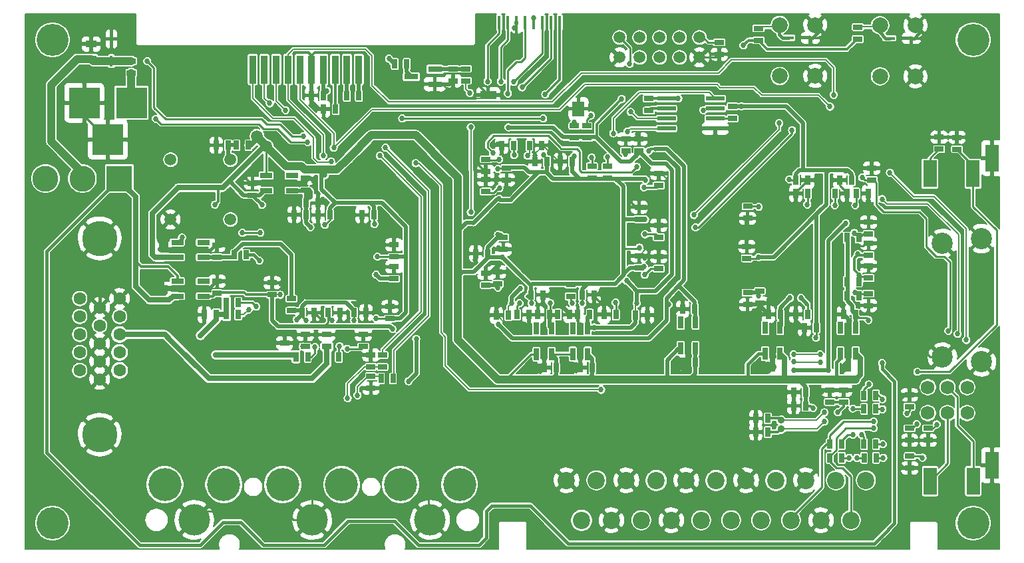
<source format=gbl>
G04 #@! TF.GenerationSoftware,KiCad,Pcbnew,(5.1.4-0-10_14)*
G04 #@! TF.CreationDate,2020-05-24T17:11:33+09:00*
G04 #@! TF.ProjectId,ossc_board,6f737363-5f62-46f6-9172-642e6b696361,rev?*
G04 #@! TF.SameCoordinates,Original*
G04 #@! TF.FileFunction,Copper,L2,Bot*
G04 #@! TF.FilePolarity,Positive*
%FSLAX46Y46*%
G04 Gerber Fmt 4.6, Leading zero omitted, Abs format (unit mm)*
G04 Created by KiCad (PCBNEW (5.1.4-0-10_14)) date 2020-05-24 17:11:33*
%MOMM*%
%LPD*%
G04 APERTURE LIST*
%ADD10C,4.200000*%
%ADD11C,4.000000*%
%ADD12C,2.000000*%
%ADD13C,1.506220*%
%ADD14C,4.064000*%
%ADD15C,1.500000*%
%ADD16R,1.560000X0.650000*%
%ADD17R,0.650000X1.560000*%
%ADD18R,1.500000X1.900000*%
%ADD19R,2.000000X1.000000*%
%ADD20R,0.400000X1.750000*%
%ADD21R,0.450000X1.400000*%
%ADD22C,1.600000*%
%ADD23C,4.500000*%
%ADD24R,1.800860X0.800100*%
%ADD25C,2.200000*%
%ADD26R,2.350000X0.600000*%
%ADD27R,4.000000X4.000000*%
%ADD28R,1.397000X0.889000*%
%ADD29R,1.143000X0.635000*%
%ADD30R,0.635000X1.143000*%
%ADD31R,1.700000X3.500000*%
%ADD32R,3.300000X3.300000*%
%ADD33C,3.300000*%
%ADD34R,0.900000X3.600000*%
%ADD35R,1.400000X0.450000*%
%ADD36R,6.700000X6.700000*%
%ADD37C,0.690000*%
%ADD38R,6.200000X6.200000*%
%ADD39C,2.700000*%
%ADD40C,1.750000*%
%ADD41C,0.900000*%
%ADD42C,0.686000*%
%ADD43C,0.200000*%
%ADD44C,0.180000*%
%ADD45C,0.220000*%
%ADD46C,0.250000*%
%ADD47C,0.300000*%
%ADD48C,0.500000*%
%ADD49C,0.700000*%
%ADD50C,0.400000*%
%ADD51C,1.000000*%
%ADD52C,0.350000*%
%ADD53C,0.640000*%
G04 APERTURE END LIST*
D10*
X40446000Y-77276200D03*
X47946000Y-77276200D03*
D11*
X59196000Y-81776200D03*
X44196000Y-81776200D03*
X29196000Y-81776200D03*
D10*
X32946000Y-77276200D03*
X25446000Y-77276200D03*
X62946000Y-77276200D03*
X55446000Y-77276200D03*
D12*
X103695500Y-18734900D03*
X108195500Y-18734900D03*
X103695500Y-25234900D03*
X108195500Y-25234900D03*
X116459000Y-18773000D03*
X120959000Y-18773000D03*
X116459000Y-25273000D03*
X120959000Y-25273000D03*
D13*
X93480000Y-20320000D03*
X93480000Y-22860000D03*
X90940000Y-20320000D03*
X90940000Y-22860000D03*
X88400000Y-20320000D03*
X88400000Y-22860000D03*
X85860000Y-20320000D03*
X85860000Y-22860000D03*
X83320000Y-20320000D03*
X83320000Y-22860000D03*
D14*
X11130000Y-20600000D03*
X11130000Y-82200000D03*
X128300000Y-82200000D03*
X128300000Y-20600000D03*
D15*
X33804500Y-43509300D03*
X33804500Y-35889300D03*
X26184500Y-35889300D03*
X26184500Y-43509300D03*
D16*
X27052000Y-48320100D03*
X27052000Y-47370100D03*
X27052000Y-46420100D03*
X30352000Y-46420100D03*
X30352000Y-48320100D03*
X38336000Y-39812000D03*
X38336000Y-38862000D03*
X38336000Y-37912000D03*
X41636000Y-37912000D03*
X41636000Y-39812000D03*
D17*
X103743800Y-60603400D03*
X102793800Y-60603400D03*
X101843800Y-60603400D03*
X101843800Y-57303400D03*
X103743800Y-57303400D03*
X113340000Y-60603400D03*
X112390000Y-60603400D03*
X111440000Y-60603400D03*
X111440000Y-57303400D03*
X113340000Y-57303400D03*
D16*
X27052000Y-53274000D03*
X27052000Y-52324000D03*
X27052000Y-51374000D03*
X30352000Y-51374000D03*
X30352000Y-53274000D03*
D17*
X74650000Y-60674600D03*
X73700000Y-60674600D03*
X72750000Y-60674600D03*
X72750000Y-57374600D03*
X74650000Y-57374600D03*
X79256000Y-60652600D03*
X78306000Y-60652600D03*
X77356000Y-60652600D03*
X77356000Y-57352600D03*
X79256000Y-57352600D03*
X92984000Y-59928000D03*
X92034000Y-59928000D03*
X91084000Y-59928000D03*
X91084000Y-56628000D03*
X92984000Y-56628000D03*
D18*
X78088000Y-29405000D03*
D19*
X66588000Y-27655000D03*
D20*
X75688000Y-18430000D03*
X74588000Y-18430000D03*
X73488000Y-18430000D03*
X72388000Y-18430000D03*
X71288000Y-18430000D03*
X70188000Y-18430000D03*
X69088000Y-18430000D03*
X67988000Y-18430000D03*
D21*
X18654000Y-23315000D03*
X18654000Y-20515000D03*
D22*
X17155500Y-59295400D03*
X17155500Y-57005400D03*
X17155500Y-54715400D03*
X19695500Y-62735400D03*
X19695500Y-60445400D03*
X19695500Y-58155400D03*
X19695500Y-55865400D03*
X19695500Y-53575400D03*
X17155500Y-63875400D03*
X17155500Y-61585400D03*
X14615500Y-62735400D03*
X14615500Y-60445400D03*
X14615500Y-58155400D03*
X14615500Y-55865400D03*
X14615500Y-53575400D03*
D23*
X17155500Y-70915400D03*
X17155500Y-45915400D03*
D24*
X59817140Y-24367000D03*
X59817140Y-26267000D03*
X56814860Y-25317000D03*
D25*
X112754600Y-81821200D03*
X110849600Y-76741200D03*
X108944600Y-81821200D03*
X107039600Y-76741200D03*
X105134600Y-81821200D03*
X103229600Y-76741200D03*
X101324600Y-81821200D03*
X99419600Y-76741200D03*
X97514600Y-81821200D03*
X95609600Y-76741200D03*
X93704600Y-81821200D03*
X91799600Y-76741200D03*
X78464600Y-81821200D03*
X87989600Y-76741200D03*
X89894600Y-81821200D03*
X84179600Y-76741200D03*
X86084600Y-81821200D03*
X80369600Y-76741200D03*
X82274600Y-81821200D03*
X76559600Y-76741200D03*
X114659600Y-76741200D03*
D26*
X95490300Y-28104200D03*
X95490300Y-29374200D03*
X95490300Y-30644200D03*
X95490300Y-31914200D03*
X89290300Y-31914200D03*
X89290300Y-30644200D03*
X89290300Y-29374200D03*
X89290300Y-28104200D03*
D27*
X21202140Y-28649000D03*
X15202660Y-28649000D03*
X18202400Y-33348000D03*
D28*
X16071000Y-23058500D03*
X16071000Y-21153500D03*
D29*
X40688600Y-60743200D03*
X40688600Y-59219200D03*
X46060000Y-59700000D03*
X46060000Y-58176000D03*
D30*
X30480000Y-55626000D03*
X32004000Y-55626000D03*
D29*
X81788000Y-38252400D03*
X81788000Y-36728400D03*
X79806800Y-36728400D03*
X79806800Y-38252400D03*
X77089000Y-51790600D03*
X77089000Y-53314600D03*
X87043600Y-29628200D03*
X87043600Y-28104200D03*
X96000000Y-22462000D03*
X96000000Y-20938000D03*
X77567000Y-33111000D03*
X77567000Y-31587000D03*
X79116000Y-33111000D03*
X79116000Y-31587000D03*
X97686200Y-30618800D03*
X97686200Y-29094800D03*
D30*
X113438000Y-40200000D03*
X114962000Y-40200000D03*
D29*
X21184000Y-24841000D03*
X21184000Y-23317000D03*
X41564900Y-53593100D03*
X41564900Y-55117100D03*
D30*
X112230000Y-53221000D03*
X113754000Y-53221000D03*
X112227000Y-51407000D03*
X113751000Y-51407000D03*
X112235000Y-45811000D03*
X113759000Y-45811000D03*
X34572000Y-34046000D03*
X36096000Y-34046000D03*
D29*
X113629000Y-19004000D03*
X113629000Y-20528000D03*
X100988000Y-19157000D03*
X100988000Y-20681000D03*
D30*
X34300500Y-48017800D03*
X35824500Y-48017800D03*
D29*
X63749000Y-24315000D03*
X63749000Y-25839000D03*
X53142000Y-62271000D03*
X53142000Y-60747000D03*
D30*
X54483000Y-63764000D03*
X52959000Y-63764000D03*
D29*
X62133000Y-24323000D03*
X62133000Y-25847000D03*
D30*
X56232000Y-23694000D03*
X54708000Y-23694000D03*
D29*
X115410000Y-38482000D03*
X115410000Y-36958000D03*
D30*
X42111000Y-60997200D03*
X43635000Y-60997200D03*
X46073400Y-60997200D03*
X47597400Y-60997200D03*
X42926000Y-55372000D03*
X44450000Y-55372000D03*
X49530000Y-55372000D03*
X51054000Y-55372000D03*
X46228000Y-55372000D03*
X47752000Y-55372000D03*
D29*
X54102000Y-56134000D03*
X54102000Y-54610000D03*
D30*
X33274000Y-55626000D03*
X34798000Y-55626000D03*
X33274000Y-54102000D03*
X34798000Y-54102000D03*
D29*
X39116000Y-51562000D03*
X39116000Y-53086000D03*
X54610000Y-51054000D03*
X54610000Y-49530000D03*
X54610000Y-48260000D03*
X54610000Y-46736000D03*
D30*
X33490000Y-34046000D03*
X31966000Y-34046000D03*
X52070000Y-42926000D03*
X50546000Y-42926000D03*
X43434000Y-41402000D03*
X44958000Y-41402000D03*
X46482000Y-42926000D03*
X44958000Y-42926000D03*
X45659000Y-29444000D03*
X47183000Y-29444000D03*
X50137400Y-27761300D03*
X48613400Y-27761300D03*
D29*
X25296200Y-46824000D03*
X25296200Y-48348000D03*
X36593000Y-40401000D03*
X36593000Y-38877000D03*
X32065300Y-48309900D03*
X32065300Y-46785900D03*
X43365000Y-39807000D03*
X43365000Y-38283000D03*
X25187000Y-53777000D03*
X25187000Y-52253000D03*
X84115000Y-34773000D03*
X84115000Y-33249000D03*
D30*
X77262000Y-36100000D03*
X75738000Y-36100000D03*
X71838000Y-34061000D03*
X73362000Y-34061000D03*
X69863000Y-34064000D03*
X68339000Y-34064000D03*
D29*
X85786000Y-34768000D03*
X85786000Y-33244000D03*
D30*
X74062000Y-36100000D03*
X72538000Y-36100000D03*
D29*
X66300000Y-35838000D03*
X66300000Y-37362000D03*
X88300000Y-39162000D03*
X88300000Y-37638000D03*
X66300000Y-39962000D03*
X66300000Y-38438000D03*
X68524000Y-45796000D03*
X68524000Y-47320000D03*
X88300000Y-45762000D03*
X88300000Y-44238000D03*
D30*
X44117600Y-27710500D03*
X45641600Y-27710500D03*
D29*
X85800000Y-49662000D03*
X85800000Y-48138000D03*
X88300000Y-49762000D03*
X88300000Y-48238000D03*
X66300000Y-51862000D03*
X66300000Y-50338000D03*
D30*
X85338000Y-55700000D03*
X86862000Y-55700000D03*
X78538000Y-53100000D03*
X80062000Y-53100000D03*
X72038000Y-53100000D03*
X73562000Y-53100000D03*
X69162000Y-55700000D03*
X67638000Y-55700000D03*
X82850000Y-55621000D03*
X81326000Y-55621000D03*
X75457000Y-55625000D03*
X76981000Y-55625000D03*
X70238000Y-55630000D03*
X71762000Y-55630000D03*
X107262000Y-55600000D03*
X105738000Y-55600000D03*
X108362000Y-57300000D03*
X106838000Y-57300000D03*
D29*
X115000000Y-52938000D03*
X115000000Y-54462000D03*
X99600000Y-52838000D03*
X99600000Y-54362000D03*
X115000000Y-50962000D03*
X115000000Y-49438000D03*
X115000000Y-48062000D03*
X115000000Y-46538000D03*
X99500000Y-48462000D03*
X99500000Y-46938000D03*
X115000000Y-45362000D03*
X115000000Y-43838000D03*
X99600000Y-41838000D03*
X99600000Y-43362000D03*
D30*
X105738000Y-38500000D03*
X107262000Y-38500000D03*
X107262000Y-40200000D03*
X105738000Y-40200000D03*
X110738000Y-40200000D03*
X112262000Y-40200000D03*
X112862000Y-38500000D03*
X111338000Y-38500000D03*
X104323000Y-62316000D03*
X102799000Y-62316000D03*
X113929000Y-62311000D03*
X112405000Y-62311000D03*
X103762000Y-55600000D03*
X102238000Y-55600000D03*
X113320600Y-55600600D03*
X111796600Y-55600600D03*
X79859000Y-62395600D03*
X78335000Y-62395600D03*
X92964000Y-61696600D03*
X91440000Y-61696600D03*
X75230000Y-62390600D03*
X73706000Y-62390600D03*
D29*
X32105600Y-52908200D03*
X32105600Y-51384200D03*
D30*
X74447400Y-55630000D03*
X72923400Y-55630000D03*
X79522000Y-55625000D03*
X77998000Y-55625000D03*
X92862400Y-54914800D03*
X91338400Y-54914800D03*
D29*
X68935600Y-36931600D03*
X68935600Y-38455600D03*
X85800000Y-43462000D03*
X85800000Y-41938000D03*
X43312000Y-58167000D03*
X43312000Y-59691000D03*
X50703000Y-58177800D03*
X50703000Y-59701800D03*
X51656000Y-60747000D03*
X51656000Y-62271000D03*
X51664000Y-63482000D03*
X51664000Y-65006000D03*
X67807000Y-51694000D03*
X67807000Y-50170000D03*
D30*
X66553000Y-47859000D03*
X65029000Y-47859000D03*
X43429000Y-42896000D03*
X41905000Y-42896000D03*
D29*
X101150000Y-52642000D03*
X101150000Y-54166000D03*
D31*
X122806000Y-76830000D03*
X128306000Y-76830000D03*
X130706000Y-74830000D03*
D32*
X19666000Y-38298000D03*
D33*
X14966000Y-38298000D03*
X10266000Y-38298000D03*
D34*
X50126200Y-24406600D03*
X48626200Y-24406600D03*
X41126200Y-24406600D03*
X42626200Y-24406600D03*
X44126200Y-24406600D03*
X45626200Y-24406600D03*
X39626200Y-24406600D03*
X38126200Y-24406600D03*
X36626200Y-24406600D03*
X47126200Y-24406600D03*
D30*
X102182000Y-70580000D03*
X100658000Y-70580000D03*
X102172000Y-68840000D03*
X100648000Y-68840000D03*
D29*
X110070000Y-66752000D03*
X110070000Y-65228000D03*
X111820000Y-66752000D03*
X111820000Y-65228000D03*
D30*
X106982000Y-65510000D03*
X105458000Y-65510000D03*
X115932000Y-67630000D03*
X114408000Y-67630000D03*
X106982000Y-67240000D03*
X105458000Y-67240000D03*
X115932000Y-65910000D03*
X114408000Y-65910000D03*
X114418000Y-73860000D03*
X115942000Y-73860000D03*
X111592000Y-73880000D03*
X110068000Y-73880000D03*
X114408000Y-72120000D03*
X115932000Y-72120000D03*
X111582000Y-72120000D03*
X110058000Y-72120000D03*
D35*
X117640000Y-20422000D03*
X120440000Y-20422000D03*
X104808000Y-20368000D03*
X107608000Y-20368000D03*
D31*
X122798000Y-37676000D03*
X128298000Y-37676000D03*
X130698000Y-35676000D03*
D36*
X77300000Y-44700000D03*
D37*
X79850000Y-42150000D03*
X79850000Y-43000000D03*
X79850000Y-43850000D03*
X79850000Y-44700000D03*
X79850000Y-45550000D03*
X79850000Y-46400000D03*
X79850000Y-47250000D03*
X79000000Y-42150000D03*
X79000000Y-43000000D03*
X79000000Y-43850000D03*
X79000000Y-44700000D03*
X79000000Y-45550000D03*
X79000000Y-46400000D03*
X79000000Y-47250000D03*
X78150000Y-42150000D03*
X78150000Y-43000000D03*
X78150000Y-46400000D03*
X78150000Y-47250000D03*
X77300000Y-42150000D03*
X77300000Y-43000000D03*
X77300000Y-46400000D03*
X77300000Y-47250000D03*
X76450000Y-42150000D03*
X76450000Y-43000000D03*
X76450000Y-46400000D03*
X76450000Y-47250000D03*
X75600000Y-42150000D03*
X75600000Y-43000000D03*
X75600000Y-43850000D03*
X75600000Y-44700000D03*
X75600000Y-45550000D03*
X75600000Y-46400000D03*
X75600000Y-47250000D03*
X74750000Y-42150000D03*
X74750000Y-43000000D03*
X74750000Y-43850000D03*
X74750000Y-44700000D03*
X74750000Y-45550000D03*
X74750000Y-46400000D03*
X74750000Y-47250000D03*
D25*
X77300000Y-44700000D03*
D38*
X46736000Y-50292000D03*
D37*
X44336000Y-52692000D03*
X44336000Y-51892000D03*
X44336000Y-51092000D03*
X44336000Y-50292000D03*
X44336000Y-49492000D03*
X44336000Y-48692000D03*
X44336000Y-47892000D03*
X45136000Y-52692000D03*
X45136000Y-51892000D03*
X45136000Y-51092000D03*
X45136000Y-50292000D03*
X45136000Y-49492000D03*
X45136000Y-48692000D03*
X45136000Y-47892000D03*
X45936000Y-52692000D03*
X45936000Y-51892000D03*
X45936000Y-48692000D03*
X45936000Y-47892000D03*
X46736000Y-52692000D03*
X46736000Y-51892000D03*
X46736000Y-48692000D03*
X46736000Y-47892000D03*
X47536000Y-52692000D03*
X47536000Y-51892000D03*
X47536000Y-48692000D03*
X47536000Y-47892000D03*
X48336000Y-52692000D03*
X48336000Y-51892000D03*
X48336000Y-51092000D03*
X48336000Y-50292000D03*
X48336000Y-49492000D03*
X48336000Y-48692000D03*
X48336000Y-47892000D03*
X49136000Y-52692000D03*
X49136000Y-51892000D03*
X49136000Y-51092000D03*
X49136000Y-50292000D03*
X49136000Y-49492000D03*
X49136000Y-48692000D03*
X49136000Y-47892000D03*
D12*
X46736000Y-50292000D03*
D39*
X124400000Y-46550000D03*
X124400000Y-61050000D03*
X129350000Y-61650000D03*
X129350000Y-45950000D03*
D40*
X127540000Y-64870000D03*
X125040000Y-64870000D03*
X122540000Y-64870000D03*
X127540000Y-68170000D03*
X125040000Y-68170000D03*
X122540000Y-68170000D03*
D29*
X126250000Y-33038000D03*
X126250000Y-34562000D03*
X123970000Y-33028000D03*
X123970000Y-34552000D03*
X122580000Y-70108000D03*
X122580000Y-71632000D03*
X120210000Y-71632000D03*
X120210000Y-70108000D03*
X120240000Y-75172000D03*
X120240000Y-73648000D03*
X120200000Y-67362000D03*
X120200000Y-65838000D03*
D41*
X103861000Y-70197000D03*
X103861000Y-69097000D03*
D42*
X84323000Y-32288000D03*
X84732200Y-29806000D03*
X108848000Y-60705000D03*
X105453000Y-60701000D03*
X43617000Y-33642000D03*
X24312000Y-30690000D03*
X23205000Y-23348000D03*
X43043000Y-32918000D03*
X127430000Y-58850000D03*
X117714100Y-37557100D03*
X45599000Y-35400000D03*
X52818000Y-35391000D03*
X110562000Y-27638000D03*
X116710000Y-40910000D03*
X126320000Y-58080000D03*
X46943000Y-34376000D03*
X110094000Y-29135000D03*
X53534000Y-34370000D03*
X69098500Y-27469200D03*
X69847800Y-25996000D03*
X68209500Y-25945200D03*
X66507700Y-25932500D03*
X73848300Y-27570800D03*
X70901900Y-26681800D03*
X84590000Y-23679000D03*
X79665000Y-30246000D03*
X77541000Y-31105000D03*
X80061000Y-57252000D03*
X83576500Y-28167700D03*
X85428000Y-35326000D03*
X69187000Y-31768000D03*
X85496400Y-54178200D03*
X69596000Y-54152800D03*
X70700000Y-52300000D03*
X84200000Y-51300000D03*
X67200000Y-35000000D03*
X85500000Y-36800000D03*
X87046000Y-34757000D03*
X67900000Y-56900000D03*
X89535000Y-54356000D03*
X86556000Y-45389000D03*
X86517000Y-50546000D03*
X86403000Y-39400000D03*
X84087000Y-35223000D03*
X68021200Y-39522400D03*
X67843400Y-52197000D03*
X70586600Y-54178200D03*
X67995800Y-35839400D03*
X71595000Y-35377000D03*
X82804000Y-54102000D03*
X69900800Y-35306000D03*
X74498200Y-54152800D03*
X82516000Y-32537000D03*
X114971000Y-56319000D03*
X111090000Y-68070000D03*
X105471000Y-62728000D03*
X109899000Y-62678000D03*
X112100000Y-44000000D03*
X40117100Y-53097800D03*
X56460000Y-64108000D03*
X57440000Y-58720000D03*
X54432000Y-57465000D03*
X46736000Y-56388000D03*
X100968000Y-53185000D03*
X101000000Y-41900000D03*
X106400000Y-53500000D03*
X105000000Y-53500000D03*
X110700000Y-41700000D03*
X107200000Y-41600000D03*
X107930000Y-67540000D03*
X108306000Y-58560000D03*
D15*
X37165000Y-32898000D03*
X38353000Y-34188000D03*
D42*
X45819000Y-44196000D03*
X37826000Y-41651000D03*
X31814000Y-41628000D03*
X45811000Y-37856000D03*
X67843400Y-45440600D03*
X68377000Y-48296000D03*
X27634000Y-45815000D03*
X73607000Y-35245000D03*
X98826000Y-29083000D03*
X99065000Y-21336000D03*
X85839000Y-47092000D03*
X86407000Y-49511000D03*
X86558000Y-43510000D03*
X86624000Y-38476000D03*
X77553000Y-35406000D03*
X90790100Y-28104200D03*
X46073400Y-27113600D03*
X52486900Y-48246400D03*
X52118600Y-44080800D03*
X72400500Y-17800000D03*
X72110600Y-54178200D03*
X104900000Y-38400000D03*
X112100000Y-37300000D03*
X101000000Y-48300000D03*
X52324000Y-56134000D03*
X78587600Y-54178200D03*
X67843400Y-37084000D03*
X67995800Y-40894000D03*
X125140000Y-57710000D03*
X114180000Y-38160000D03*
X43979000Y-44493000D03*
X43939800Y-40651800D03*
X52324000Y-50546000D03*
X29982500Y-58279400D03*
X31938300Y-60743200D03*
X97050000Y-65190000D03*
X99060000Y-65200000D03*
X99120000Y-67790000D03*
X99110000Y-69830000D03*
X104020000Y-37680000D03*
X105000000Y-59880000D03*
X121700000Y-48210000D03*
X118510000Y-53040000D03*
X118550000Y-55450000D03*
X118800000Y-50200000D03*
X121710000Y-59920000D03*
X119250000Y-59910000D03*
X115250000Y-63330000D03*
X104230000Y-67260000D03*
X107980000Y-68440000D03*
X111700000Y-62840000D03*
X59329000Y-64267000D03*
X58527000Y-63383000D03*
X82700000Y-67772000D03*
X81481000Y-67780000D03*
X80193000Y-67788000D03*
X30770000Y-34854000D03*
X29581000Y-34785000D03*
X28590000Y-34069000D03*
X29604000Y-33581000D03*
X30777000Y-33581000D03*
X35448000Y-25542000D03*
X34214000Y-25489000D03*
X34221000Y-24270000D03*
X35410000Y-24277000D03*
X35425000Y-23111000D03*
X34267000Y-23119000D03*
X61276000Y-31913000D03*
X61128000Y-33673000D03*
X60190000Y-32781000D03*
X59265000Y-31993000D03*
X66385000Y-31608000D03*
X51458000Y-31486000D03*
X48997000Y-33658000D03*
X41628000Y-31593000D03*
X39811000Y-33296000D03*
X41457000Y-34770000D03*
X43480000Y-35565000D03*
X73533000Y-84475000D03*
X120564000Y-43632000D03*
X119421000Y-45027000D03*
X8896000Y-48748000D03*
X12960000Y-48971000D03*
X114996000Y-55321000D03*
X35330000Y-29051000D03*
X35425000Y-27912000D03*
X35448000Y-26754000D03*
X28404000Y-22974000D03*
X28404000Y-24014000D03*
X28404000Y-25055000D03*
X27958000Y-27203000D03*
X27973000Y-28354000D03*
X27935000Y-29535000D03*
X26784000Y-29535000D03*
X26830000Y-28316000D03*
X26815000Y-27219000D03*
X25611000Y-27249000D03*
X25618000Y-28377000D03*
X25634000Y-29451000D03*
X63307000Y-27793000D03*
X65232000Y-25156000D03*
X65263000Y-24216000D03*
X78326000Y-56982000D03*
X100995000Y-49408000D03*
X101006000Y-50724000D03*
X82612000Y-60590000D03*
X83588000Y-62534000D03*
X90700000Y-62800000D03*
X101796000Y-62454000D03*
X100696000Y-62555000D03*
X95429000Y-62602000D03*
X97738000Y-62591000D03*
X81747000Y-21069000D03*
X100405000Y-55195000D03*
X41910000Y-40894000D03*
X35673000Y-38119000D03*
X36629000Y-37212000D03*
X37650000Y-36176000D03*
X61468000Y-39690000D03*
X48707000Y-37490000D03*
X58548000Y-59066000D03*
X60484000Y-59135000D03*
X62553000Y-61200000D03*
X77175000Y-62690000D03*
X75590400Y-54127400D03*
X44318000Y-38546000D03*
X47254000Y-38877000D03*
X67871000Y-47130000D03*
X67900000Y-43900000D03*
X67900000Y-43000000D03*
X67900000Y-42200000D03*
X67986000Y-49256000D03*
X63848000Y-54441000D03*
X65048000Y-54521000D03*
X23912000Y-50307000D03*
X22814000Y-50300000D03*
X113881000Y-49400000D03*
X69469000Y-52177000D03*
X69545000Y-51064000D03*
X40930000Y-44242000D03*
X41443000Y-45441000D03*
X41737000Y-46518000D03*
X43698000Y-45659000D03*
X51984000Y-54254000D03*
X51979000Y-53167000D03*
X51979000Y-51887000D03*
X51064000Y-51308000D03*
X51069000Y-52578000D03*
X51054000Y-53828000D03*
X52227000Y-45659000D03*
X51333000Y-44831000D03*
X47630000Y-44836000D03*
X48875000Y-44826000D03*
X50135000Y-44811000D03*
X42603000Y-51907000D03*
X42596000Y-50764000D03*
X42634000Y-49507000D03*
X42657000Y-48402000D03*
X101000000Y-47000000D03*
X97978000Y-53969000D03*
X30053000Y-60371000D03*
X28651000Y-66081000D03*
X37810000Y-74280000D03*
X45263000Y-74737000D03*
X34138000Y-70744000D03*
X25136000Y-61549000D03*
X27757000Y-58278000D03*
X59036000Y-75175000D03*
X56693000Y-66271000D03*
X57390000Y-68854000D03*
X58994000Y-71803000D03*
X88440000Y-32771000D03*
X57328000Y-43404000D03*
X57226000Y-50018000D03*
X40523000Y-38908000D03*
X85288000Y-25471000D03*
X82977000Y-25552000D03*
X80691000Y-35342000D03*
X78895000Y-35237000D03*
X108265000Y-41567000D03*
X32690000Y-46036000D03*
X77038000Y-21199000D03*
X76901000Y-18600000D03*
X69947000Y-19116000D03*
X66203000Y-20081000D03*
X111115000Y-54258000D03*
X86591000Y-37404000D03*
X86346000Y-46318000D03*
X84696000Y-44818000D03*
X86479000Y-48360000D03*
X86567000Y-41960000D03*
X84673000Y-41214000D03*
X42352300Y-44753900D03*
X42669800Y-47217700D03*
X42707900Y-45909600D03*
X70584400Y-22363800D03*
X45527300Y-40982000D03*
X114983600Y-41083600D03*
X40167900Y-51688100D03*
X53134600Y-46709700D03*
X50556500Y-44030000D03*
X42034800Y-59600200D03*
X85568000Y-32634000D03*
X75700000Y-52500000D03*
X72572000Y-35329000D03*
X67843400Y-38404800D03*
X64947800Y-45643800D03*
X64947800Y-48691800D03*
X113131600Y-46913800D03*
X68300600Y-54178200D03*
X73533000Y-54178200D03*
X81584800Y-54102000D03*
X92303600Y-52044600D03*
X92329000Y-49098200D03*
X92329000Y-50825400D03*
X89916000Y-56946800D03*
X105800000Y-41600000D03*
X112300000Y-41700000D03*
X86500000Y-51500000D03*
X76400000Y-48900000D03*
X74400000Y-48900000D03*
X82400000Y-46800000D03*
X82400000Y-48600000D03*
X80300000Y-48900000D03*
X78400000Y-48900000D03*
X82400000Y-44800000D03*
X82400000Y-42900000D03*
X68707000Y-40208200D03*
X71170800Y-56845200D03*
X97960000Y-44900000D03*
X105800000Y-54300000D03*
X112200000Y-42700000D03*
X109700000Y-44000000D03*
X105900000Y-43800000D03*
X104700000Y-41800000D03*
X103600000Y-41800000D03*
X103600000Y-46000000D03*
X103600000Y-49400000D03*
X75700000Y-37500000D03*
X65000000Y-34000000D03*
X70800000Y-38500000D03*
X72100000Y-48600000D03*
X72100000Y-46700000D03*
X72100000Y-50800000D03*
X73450000Y-50800000D03*
X74950000Y-50800000D03*
X76500000Y-50800000D03*
X78050000Y-50800000D03*
X79450000Y-50800000D03*
X80750000Y-50800000D03*
X81950000Y-50850000D03*
X82400000Y-41200000D03*
X78816200Y-39801800D03*
X81000000Y-39800000D03*
X77400000Y-39800000D03*
X73400000Y-39800000D03*
X75400000Y-39800000D03*
X72100000Y-44800000D03*
X72100000Y-42700000D03*
X72100000Y-40900000D03*
X83900000Y-52500000D03*
X82900000Y-52500000D03*
X82000000Y-52500000D03*
X81050000Y-52500000D03*
X74800000Y-52500000D03*
X67300000Y-34100000D03*
X86900000Y-56700000D03*
X51054000Y-56388000D03*
X47752000Y-56388000D03*
X45466000Y-56388000D03*
X52324000Y-49276000D03*
X52324000Y-55118000D03*
X75735000Y-35437000D03*
X86681000Y-44463000D03*
X44543000Y-59767000D03*
X47673600Y-59651000D03*
X36118800Y-54991000D03*
X37084000Y-54610000D03*
X113258600Y-52806600D03*
X113645000Y-47926000D03*
X113741200Y-50571400D03*
X113184000Y-45236000D03*
X81788000Y-35557000D03*
X113300000Y-41700000D03*
X55649200Y-30644200D03*
X73590000Y-30644000D03*
X79756000Y-35610800D03*
X77292200Y-54152800D03*
X93965100Y-29590100D03*
X43000000Y-59701800D03*
X48664200Y-59981200D03*
X35306000Y-45212000D03*
X37592000Y-45212000D03*
X40810000Y-29590100D03*
X38796300Y-28713800D03*
X105257600Y-32143700D03*
X92964000Y-44521000D03*
X92774000Y-42931000D03*
X103619300Y-31242000D03*
X37479000Y-48745000D03*
X49530000Y-56388000D03*
X42225300Y-56260100D03*
X43434000Y-56388000D03*
X48706000Y-66277000D03*
X49957000Y-65908000D03*
X108833000Y-61692000D03*
X105456000Y-61628000D03*
X57371000Y-36332000D03*
X80970000Y-65197000D03*
X46608000Y-36111000D03*
X53972000Y-23020000D03*
X64262000Y-27402000D03*
X64378000Y-31758000D03*
X64381000Y-42577000D03*
X116710000Y-61790000D03*
X109385000Y-69243000D03*
X109377000Y-68077000D03*
X121860000Y-73850000D03*
X116860000Y-73860000D03*
X112980000Y-67590000D03*
X121120000Y-69580000D03*
X115640000Y-70090000D03*
X123660000Y-69620000D03*
X116800000Y-72120000D03*
X115020000Y-64520000D03*
X119900000Y-68190000D03*
X115640000Y-69240000D03*
X113510000Y-73860000D03*
X116760000Y-67680000D03*
X112510000Y-73860000D03*
X114110000Y-70920000D03*
X116760000Y-66400000D03*
X121210000Y-62910000D03*
X113000000Y-70920000D03*
D43*
X84676000Y-31935000D02*
X88872400Y-31935000D01*
X84323000Y-32288000D02*
X84676000Y-31935000D01*
D44*
X84732200Y-29806000D02*
X84744900Y-29806000D01*
X85583100Y-30644200D02*
X89290300Y-30644200D01*
X84744900Y-29806000D02*
X85583100Y-30644200D01*
D43*
X84732200Y-29806000D02*
X84771900Y-29806000D01*
X84732200Y-29806000D02*
X84751200Y-29825000D01*
D44*
X105457000Y-60705000D02*
X108848000Y-60705000D01*
X105453000Y-60701000D02*
X105457000Y-60705000D01*
D45*
X43617000Y-33642000D02*
X41445000Y-33642000D01*
X41445000Y-33642000D02*
X39746000Y-31943000D01*
X39746000Y-31943000D02*
X38017000Y-31943000D01*
X38017000Y-31943000D02*
X37430000Y-31356000D01*
X37430000Y-31356000D02*
X24978000Y-31356000D01*
X24978000Y-31356000D02*
X24312000Y-30690000D01*
X24059000Y-24202000D02*
X23205000Y-23348000D01*
X24059000Y-29225000D02*
X24059000Y-24202000D01*
X25535000Y-30701000D02*
X24059000Y-29225000D01*
X37753000Y-30701000D02*
X25535000Y-30701000D01*
X38404000Y-31352000D02*
X37753000Y-30701000D01*
X40096000Y-31352000D02*
X38404000Y-31352000D01*
X41662000Y-32918000D02*
X40096000Y-31352000D01*
X43043000Y-32918000D02*
X41662000Y-32918000D01*
D44*
X123330000Y-40570000D02*
X127450000Y-44690000D01*
X127450000Y-44690000D02*
X127450000Y-58230000D01*
X123330000Y-40570000D02*
X123170000Y-40570000D01*
X127450000Y-58830000D02*
X127450000Y-58230000D01*
X127430000Y-58850000D02*
X127450000Y-58830000D01*
X117714100Y-37557100D02*
X120727000Y-40570000D01*
X120727000Y-40570000D02*
X123170000Y-40570000D01*
X123170000Y-40570000D02*
X123170000Y-40570000D01*
X45614500Y-35384500D02*
X45614500Y-32762500D01*
X45599000Y-35400000D02*
X45614500Y-35384500D01*
X41126200Y-22490800D02*
X41126200Y-24106600D01*
X41793000Y-21824000D02*
X41126200Y-22490800D01*
X50986000Y-21824000D02*
X41793000Y-21824000D01*
X51831000Y-22669000D02*
X50986000Y-21824000D01*
X51831000Y-23513000D02*
X51831000Y-22669000D01*
X51831000Y-23513000D02*
X51831000Y-23515000D01*
X56909000Y-28541000D02*
X53916000Y-28541000D01*
X51831000Y-26456000D02*
X51831000Y-23513000D01*
X53916000Y-28541000D02*
X51831000Y-26456000D01*
X41126200Y-24906600D02*
X41126200Y-28274200D01*
X41126200Y-28274200D02*
X45614500Y-32762500D01*
D43*
X53142000Y-60747000D02*
X53142000Y-60112000D01*
X53274000Y-59980000D02*
X58034000Y-55220000D01*
X58034000Y-55220000D02*
X58034000Y-41605000D01*
X53142000Y-60112000D02*
X53274000Y-59980000D01*
D44*
X58725000Y-28541000D02*
X56909000Y-28541000D01*
X56909000Y-28541000D02*
X56902000Y-28541000D01*
X41126200Y-23247800D02*
X41126200Y-24906600D01*
D43*
X58034000Y-41605000D02*
X58034000Y-40607000D01*
X58034000Y-40607000D02*
X52818000Y-35391000D01*
X58034000Y-41605000D02*
X58034000Y-41525000D01*
D44*
X58725000Y-28541000D02*
X58681000Y-28541000D01*
X41126750Y-24907150D02*
X41126200Y-24906600D01*
X74763000Y-28541000D02*
X58725000Y-28541000D01*
X78463000Y-24841000D02*
X74763000Y-28541000D01*
X95905000Y-24841000D02*
X78463000Y-24841000D01*
X97553000Y-23193000D02*
X95905000Y-24841000D01*
X109565700Y-23193000D02*
X97553000Y-23193000D01*
X110562000Y-24189300D02*
X109565700Y-23193000D01*
X110562000Y-27638000D02*
X110562000Y-24189300D01*
X126470000Y-57570000D02*
X126470000Y-45460000D01*
X126470000Y-45460000D02*
X122520000Y-41510000D01*
X122520000Y-41510000D02*
X117310000Y-41510000D01*
X117310000Y-41510000D02*
X116710000Y-40910000D01*
X126470000Y-57730000D02*
X126470000Y-57570000D01*
X126470000Y-57930000D02*
X126470000Y-57730000D01*
X126320000Y-58080000D02*
X126470000Y-57930000D01*
X46943000Y-34376000D02*
X46943000Y-32531000D01*
X42626200Y-28214200D02*
X42626200Y-24906600D01*
X42626200Y-28214200D02*
X46124000Y-31712000D01*
X46943000Y-32531000D02*
X46124000Y-31712000D01*
D43*
X54613000Y-63634000D02*
X54613000Y-60150000D01*
X59009000Y-55754000D02*
X59009000Y-40183000D01*
X54613000Y-60150000D02*
X59009000Y-55754000D01*
X54613000Y-63634000D02*
X54483000Y-63764000D01*
X59009000Y-39845000D02*
X53534000Y-34370000D01*
X59009000Y-40183000D02*
X59009000Y-39845000D01*
X59009000Y-40183000D02*
X59009000Y-40198000D01*
D44*
X101384100Y-27686000D02*
X108645000Y-27686000D01*
X108645000Y-27686000D02*
X110094000Y-29135000D01*
X95736000Y-26323000D02*
X96113000Y-26700000D01*
X51774000Y-29547000D02*
X75690000Y-29547000D01*
X100398100Y-26700000D02*
X101384100Y-27686000D01*
X47283900Y-34035100D02*
X47285900Y-34035100D01*
X75690000Y-29547000D02*
X78914000Y-26323000D01*
X96113000Y-26700000D02*
X100398100Y-26700000D01*
X78914000Y-26323000D02*
X95736000Y-26323000D01*
X47285900Y-34035100D02*
X51774000Y-29547000D01*
X46943000Y-34376000D02*
X47283900Y-34035100D01*
D45*
X71288000Y-22917500D02*
X71288000Y-18430000D01*
X70749500Y-23456000D02*
X71288000Y-22917500D01*
X70178000Y-23456000D02*
X70749500Y-23456000D01*
X69098500Y-24535500D02*
X70178000Y-23456000D01*
X69098500Y-27469200D02*
X69098500Y-24535500D01*
X73488000Y-18430000D02*
X73488000Y-22355800D01*
X73488000Y-22355800D02*
X69847800Y-25996000D01*
D46*
X69088000Y-18430000D02*
X69088000Y-20647100D01*
X69088000Y-20647100D02*
X68209500Y-21525600D01*
X68209500Y-21525600D02*
X68209500Y-25945200D01*
X67988000Y-18430000D02*
X67988000Y-19816700D01*
X66507700Y-21297000D02*
X66507700Y-25932500D01*
X67988000Y-19816700D02*
X66507700Y-21297000D01*
D47*
X75688000Y-18430000D02*
X75688000Y-25731100D01*
X75688000Y-25731100D02*
X73848300Y-27570800D01*
D46*
X74588000Y-18430000D02*
X74588000Y-22995700D01*
X74588000Y-22995700D02*
X70901900Y-26681800D01*
D45*
X96000000Y-20938000D02*
X94598000Y-20938000D01*
X94598000Y-20938000D02*
X93980000Y-20320000D01*
X84612000Y-21612000D02*
X83320000Y-20320000D01*
X84612000Y-23657000D02*
X84612000Y-21612000D01*
X84590000Y-23679000D02*
X84612000Y-23657000D01*
D46*
X79116000Y-31587000D02*
X79116000Y-30795000D01*
X79116000Y-30795000D02*
X79665000Y-30246000D01*
X77567000Y-31587000D02*
X77567000Y-31131000D01*
X77567000Y-31131000D02*
X77541000Y-31105000D01*
D48*
X80061000Y-57252000D02*
X79356600Y-57252000D01*
X80279000Y-57259400D02*
X80244400Y-57259400D01*
X80279000Y-57259400D02*
X79945000Y-57259400D01*
D46*
X79945000Y-57259400D02*
X79945000Y-57280000D01*
X79945000Y-57280000D02*
X79945000Y-57259400D01*
X79945000Y-57280000D02*
X79945000Y-57259400D01*
X80053600Y-57259400D02*
X79945000Y-57259400D01*
X80061000Y-57252000D02*
X80053600Y-57259400D01*
D48*
X79356600Y-57252000D02*
X79256000Y-57352600D01*
X79256000Y-57352600D02*
X79256000Y-55961000D01*
X79256000Y-55961000D02*
X79522000Y-55695000D01*
X84740600Y-57259400D02*
X80279000Y-57259400D01*
D46*
X79116000Y-33111000D02*
X80291000Y-33111000D01*
X80291000Y-33111000D02*
X80369000Y-33033000D01*
X77567000Y-33111000D02*
X79116000Y-33111000D01*
D47*
X80384650Y-33048650D02*
X80384650Y-31359550D01*
X80384650Y-31359550D02*
X83576500Y-28167700D01*
D46*
X85428000Y-35326000D02*
X85786000Y-34968000D01*
X85786000Y-34968000D02*
X85786000Y-34768000D01*
D48*
X85786000Y-34768000D02*
X85786000Y-35033000D01*
X85786000Y-35033000D02*
X84654000Y-36165000D01*
X84654000Y-36165000D02*
X83501000Y-36165000D01*
X83501000Y-36165000D02*
X80384650Y-33048650D01*
X80384650Y-33048650D02*
X80369000Y-33033000D01*
X80369000Y-33033000D02*
X76135000Y-33033000D01*
X74874000Y-31772000D02*
X69187000Y-31768000D01*
X76135000Y-33033000D02*
X74874000Y-31772000D01*
X86447500Y-35447500D02*
X86447500Y-35429500D01*
X86447500Y-35429500D02*
X85786000Y-34768000D01*
D43*
X69162000Y-54787800D02*
X69162000Y-54586800D01*
X69162000Y-54586800D02*
X69596000Y-54152800D01*
X69162000Y-54738000D02*
X69162000Y-54787800D01*
X69162000Y-54787800D02*
X69162000Y-55700000D01*
D48*
X84740600Y-57259400D02*
X85338000Y-56662000D01*
X85338000Y-55700000D02*
X85338000Y-56662000D01*
D43*
X85334400Y-54340200D02*
X85338000Y-55700000D01*
D48*
X69596000Y-54152800D02*
X69600000Y-53400000D01*
X69600000Y-53400000D02*
X70700000Y-52300000D01*
X85500000Y-52600000D02*
X84200000Y-51300000D01*
X87900000Y-52600000D02*
X85500000Y-52600000D01*
X85500000Y-52600000D02*
X85496400Y-54178200D01*
D43*
X85496400Y-54178200D02*
X85334400Y-54340200D01*
D48*
X86400000Y-35400000D02*
X86447500Y-35447500D01*
X86447500Y-35447500D02*
X87400000Y-36400000D01*
X87400000Y-36400000D02*
X89200000Y-36400000D01*
X89200000Y-36400000D02*
X90000000Y-37200000D01*
X90000000Y-37200000D02*
X90000000Y-50500000D01*
X90000000Y-50500000D02*
X87900000Y-52600000D01*
X87041000Y-58628000D02*
X89281000Y-56388000D01*
X86944000Y-58628000D02*
X87041000Y-58628000D01*
X86944000Y-58628000D02*
X79103000Y-58628000D01*
X86951000Y-58628000D02*
X86944000Y-58628000D01*
X79103000Y-58628000D02*
X79083600Y-58628000D01*
D46*
X78232000Y-35841000D02*
X78232000Y-34816000D01*
X78232000Y-34816000D02*
X77893000Y-34477000D01*
X77893000Y-34477000D02*
X75877000Y-34477000D01*
X66500000Y-33637000D02*
X66500000Y-34300000D01*
X66500000Y-34300000D02*
X67200000Y-35000000D01*
X75650000Y-34250000D02*
X74255000Y-32855000D01*
X74255000Y-32855000D02*
X67282000Y-32855000D01*
X67282000Y-32855000D02*
X66500000Y-33637000D01*
X75877000Y-34477000D02*
X75650000Y-34250000D01*
X84795200Y-37504800D02*
X85500000Y-36800000D01*
X78232000Y-37232000D02*
X78232000Y-35841000D01*
X78232000Y-35841000D02*
X78232000Y-35825000D01*
X78504800Y-37504800D02*
X78232000Y-37232000D01*
X84795200Y-37504800D02*
X78504800Y-37504800D01*
D47*
X87889000Y-34646000D02*
X87889000Y-34500000D01*
X87743000Y-34500000D02*
X87889000Y-34646000D01*
X87303000Y-34500000D02*
X87743000Y-34500000D01*
X87046000Y-34757000D02*
X87303000Y-34500000D01*
D48*
X92862400Y-54000400D02*
X90800574Y-51938574D01*
X92862400Y-54914800D02*
X92862400Y-54000400D01*
X90800574Y-51938574D02*
X89281000Y-53543200D01*
X89300000Y-34500000D02*
X87889000Y-34500000D01*
X89300000Y-34500000D02*
X91500000Y-36700000D01*
X91500000Y-36700000D02*
X91500000Y-51200000D01*
X91500000Y-51200000D02*
X90800574Y-51938574D01*
X87889000Y-34500000D02*
X87800000Y-34500000D01*
X92986500Y-57008000D02*
X92986500Y-55424500D01*
X92986500Y-55424500D02*
X92812000Y-55250000D01*
X67900000Y-56900000D02*
X69628000Y-58628000D01*
X89281000Y-53543200D02*
X89281000Y-54330600D01*
X89281000Y-56388000D02*
X89281000Y-54330600D01*
X89509600Y-54330600D02*
X89281000Y-54330600D01*
X89535000Y-54356000D02*
X89509600Y-54330600D01*
X69628000Y-58628000D02*
X79103000Y-58628000D01*
X66300000Y-51862000D02*
X67639000Y-51862000D01*
X67639000Y-51862000D02*
X67807000Y-51694000D01*
X74447400Y-55700000D02*
X75452000Y-55700000D01*
X75452000Y-55700000D02*
X75457000Y-55695000D01*
X74447400Y-57175400D02*
X74447400Y-55714600D01*
X74447400Y-55714600D02*
X74462000Y-55700000D01*
D46*
X87911000Y-45373000D02*
X88300000Y-45762000D01*
X86572000Y-45373000D02*
X87911000Y-45373000D01*
X86556000Y-45389000D02*
X86572000Y-45373000D01*
X87301000Y-49762000D02*
X88300000Y-49762000D01*
X86517000Y-50546000D02*
X87301000Y-49762000D01*
X88036000Y-39426000D02*
X86429000Y-39426000D01*
X86429000Y-39426000D02*
X86403000Y-39400000D01*
X88036000Y-39426000D02*
X88300000Y-39162000D01*
X84115000Y-35195000D02*
X84115000Y-34773000D01*
X84087000Y-35223000D02*
X84115000Y-35195000D01*
X67691000Y-39709000D02*
X67707600Y-39709000D01*
X67894200Y-39522400D02*
X68021200Y-39522400D01*
X67707600Y-39709000D02*
X67894200Y-39522400D01*
X67362000Y-51862000D02*
X67508400Y-51862000D01*
X67508400Y-51862000D02*
X67843400Y-52197000D01*
X66300000Y-51862000D02*
X67362000Y-51862000D01*
X70238000Y-54635400D02*
X70238000Y-54526800D01*
X70238000Y-54526800D02*
X70586600Y-54178200D01*
X70238000Y-54662000D02*
X70238000Y-54635400D01*
X70238000Y-54635400D02*
X70238000Y-55700000D01*
X67338000Y-35938000D02*
X67897200Y-35938000D01*
X66300000Y-35938000D02*
X67338000Y-35938000D01*
X67897200Y-35938000D02*
X67995800Y-35839400D01*
D43*
X71595000Y-35377000D02*
X71833000Y-35139000D01*
D46*
X82804000Y-54102000D02*
X82866000Y-54164000D01*
X69900800Y-35306000D02*
X69862800Y-35268000D01*
X74498200Y-54152800D02*
X74460200Y-54190800D01*
X67700000Y-39700000D02*
X67691000Y-39709000D01*
X67691000Y-39709000D02*
X67338000Y-40062000D01*
X69862800Y-35268000D02*
X69862000Y-33700000D01*
D43*
X71833000Y-35139000D02*
X71838000Y-33700000D01*
D46*
X82866000Y-54164000D02*
X82862000Y-55700000D01*
X74460200Y-54190800D02*
X74462000Y-55700000D01*
X74462000Y-57700000D02*
X74462000Y-55700000D01*
X67338000Y-40062000D02*
X66300000Y-40062000D01*
D44*
X82513000Y-30834700D02*
X82513000Y-30640900D01*
X82513000Y-30640900D02*
X85828900Y-27325000D01*
X94711100Y-27325000D02*
X95490300Y-28104200D01*
X85828900Y-27325000D02*
X94711100Y-27325000D01*
X82513000Y-32534000D02*
X82513000Y-30834700D01*
X82513000Y-30834700D02*
X82513000Y-30895000D01*
X82513000Y-30895000D02*
X82513000Y-30861000D01*
X82513000Y-30861000D02*
X82513000Y-30804000D01*
X82516000Y-32537000D02*
X82513000Y-32534000D01*
D46*
X114686000Y-56034000D02*
X113754000Y-56034000D01*
X114971000Y-56319000D02*
X114686000Y-56034000D01*
X113757000Y-56037000D02*
X113754000Y-56034000D01*
X113754000Y-56034000D02*
X113320600Y-55600600D01*
D47*
X112227000Y-51407000D02*
X112227000Y-53218000D01*
X112227000Y-53218000D02*
X112230000Y-53221000D01*
D48*
X112300000Y-46100000D02*
X112300000Y-48700000D01*
X112300000Y-48700000D02*
X112300000Y-51600000D01*
X112300000Y-51600000D02*
X112300000Y-53900000D01*
X112928400Y-55208400D02*
X113320600Y-55600600D01*
X112928400Y-54528400D02*
X112928400Y-55208400D01*
X112300000Y-53900000D02*
X112928400Y-54528400D01*
X113340000Y-57303400D02*
X113340000Y-55620000D01*
X113340000Y-55620000D02*
X113320600Y-55600600D01*
D47*
X111820000Y-66752000D02*
X110070000Y-66752000D01*
X111820000Y-67340000D02*
X111820000Y-66752000D01*
X111090000Y-68070000D02*
X111820000Y-67340000D01*
D48*
X109900000Y-62728000D02*
X105471000Y-62728000D01*
X109900000Y-60156000D02*
X109900000Y-62728000D01*
X109900000Y-62728000D02*
X109900000Y-62677000D01*
X109900000Y-62677000D02*
X109899000Y-62678000D01*
X112100000Y-44000000D02*
X109900000Y-46200000D01*
X109900000Y-46200000D02*
X109900000Y-60156000D01*
X109900000Y-60156000D02*
X109900000Y-60200000D01*
D43*
X40105300Y-53086000D02*
X39116000Y-53086000D01*
X40117100Y-53097800D02*
X40105300Y-53086000D01*
D48*
X54112000Y-57150000D02*
X54117000Y-57150000D01*
X57470000Y-63098000D02*
X56460000Y-64108000D01*
X57470000Y-58750000D02*
X57470000Y-63098000D01*
X57440000Y-58720000D02*
X57470000Y-58750000D01*
X54117000Y-57150000D02*
X54432000Y-57465000D01*
X45720000Y-57150000D02*
X53203000Y-57150000D01*
X53203000Y-57150000D02*
X53771800Y-57150000D01*
X53771800Y-57150000D02*
X54112000Y-57150000D01*
X54112000Y-57150000D02*
X54050000Y-57150000D01*
D47*
X39116000Y-53086000D02*
X35814000Y-53086000D01*
X35814000Y-53086000D02*
X35560000Y-52832000D01*
X35560000Y-52832000D02*
X32004000Y-52832000D01*
X31559500Y-53276500D02*
X29972000Y-53276500D01*
X32004000Y-52832000D02*
X31559500Y-53276500D01*
D46*
X46228000Y-55372000D02*
X46228000Y-56642000D01*
D48*
X39116000Y-56388000D02*
X39116000Y-53086000D01*
X45720000Y-57150000D02*
X39878000Y-57150000D01*
X39878000Y-57150000D02*
X39116000Y-56388000D01*
D46*
X46736000Y-56388000D02*
X46228000Y-55880000D01*
X46228000Y-55880000D02*
X46228000Y-55372000D01*
X46228000Y-56642000D02*
X45720000Y-57150000D01*
D48*
X100621000Y-52838000D02*
X99600000Y-52838000D01*
D46*
X100968000Y-53185000D02*
X100621000Y-52838000D01*
D48*
X103762000Y-55600000D02*
X103762000Y-54738000D01*
X106400000Y-53500000D02*
X107200000Y-54300000D01*
X103762000Y-54738000D02*
X105000000Y-53500000D01*
X103852500Y-57030000D02*
X103852500Y-55690500D01*
X103852500Y-55690500D02*
X103762000Y-55600000D01*
D46*
X110738000Y-41662000D02*
X110738000Y-40200000D01*
X110700000Y-41700000D02*
X110738000Y-41662000D01*
X107262000Y-41538000D02*
X107262000Y-40200000D01*
X107200000Y-41600000D02*
X107262000Y-41538000D01*
X100938000Y-41838000D02*
X99600000Y-41838000D01*
X101000000Y-41900000D02*
X100938000Y-41838000D01*
X107262000Y-54362000D02*
X107262000Y-55600000D01*
X107200000Y-54300000D02*
X107262000Y-54362000D01*
D47*
X107630000Y-67240000D02*
X106982000Y-67240000D01*
X107930000Y-67540000D02*
X107630000Y-67240000D01*
D48*
X106982000Y-65510000D02*
X106982000Y-64832000D01*
X106982000Y-64832000D02*
X106056400Y-63906400D01*
X106982000Y-65510000D02*
X106982000Y-67240000D01*
D49*
X113929000Y-62311000D02*
X113929000Y-63309400D01*
X113929000Y-62311000D02*
X113929000Y-61192400D01*
X113929000Y-61192400D02*
X113340000Y-60603400D01*
D50*
X111440000Y-60603400D02*
X111440000Y-61161000D01*
X111440000Y-61161000D02*
X110924000Y-61677000D01*
X110924000Y-61677000D02*
X110924000Y-63906400D01*
D45*
X108306000Y-58560000D02*
X108368000Y-58498000D01*
X108368000Y-58498000D02*
X108362000Y-57300000D01*
D51*
X37165000Y-32898000D02*
X38353000Y-34086000D01*
X38524000Y-34359000D02*
X38628000Y-34463000D01*
X38353000Y-34188000D02*
X38524000Y-34359000D01*
X38110000Y-33843000D02*
X38110000Y-33945000D01*
X37163000Y-32896000D02*
X38110000Y-33843000D01*
D48*
X112862000Y-38500000D02*
X112862000Y-37762000D01*
X112862000Y-37762000D02*
X112775000Y-37675000D01*
X66553000Y-47859000D02*
X66553000Y-47066000D01*
X67823000Y-45796000D02*
X68524000Y-45796000D01*
X66553000Y-47066000D02*
X67823000Y-45796000D01*
X68377000Y-48296000D02*
X66654000Y-48296000D01*
X63292000Y-50216000D02*
X62733000Y-50775000D01*
X64580000Y-50216000D02*
X64734000Y-50216000D01*
X66396000Y-48554000D02*
X64734000Y-50216000D01*
X64580000Y-50216000D02*
X63292000Y-50216000D01*
X66654000Y-48296000D02*
X66396000Y-48554000D01*
D46*
X46482000Y-43533000D02*
X46482000Y-42926000D01*
X45819000Y-44196000D02*
X46482000Y-43533000D01*
D50*
X37826000Y-41651000D02*
X36593000Y-40418000D01*
X36593000Y-40418000D02*
X36593000Y-40401000D01*
D48*
X64790000Y-43882000D02*
X63829000Y-43882000D01*
X63829000Y-43882000D02*
X62733000Y-44978000D01*
X67996000Y-40894000D02*
X67778000Y-40894000D01*
X67778000Y-40894000D02*
X64790000Y-43882000D01*
X64790000Y-43882000D02*
X64712000Y-43960000D01*
D46*
X38336000Y-37912000D02*
X38336000Y-34755000D01*
X38336000Y-34755000D02*
X38628000Y-34463000D01*
D48*
X36593000Y-40401000D02*
X35441000Y-40401000D01*
X35441000Y-40401000D02*
X33661500Y-38621500D01*
X38336000Y-39812000D02*
X38117000Y-39812000D01*
X38117000Y-39812000D02*
X37528000Y-40401000D01*
X37528000Y-40401000D02*
X36593000Y-40401000D01*
D51*
X62733000Y-49258000D02*
X62733000Y-44978000D01*
X62733000Y-44978000D02*
X62733000Y-43960000D01*
X51714000Y-32777000D02*
X48825500Y-35665500D01*
X51714000Y-32777000D02*
X57390000Y-32777000D01*
X57390000Y-32777000D02*
X61829000Y-37216000D01*
X62733000Y-38120000D02*
X61829000Y-37216000D01*
X62733000Y-43960000D02*
X62733000Y-38120000D01*
D46*
X72750000Y-60674600D02*
X72073400Y-60674600D01*
X72073400Y-60674600D02*
X68841600Y-63906400D01*
X77356000Y-60652600D02*
X74672000Y-60652600D01*
X74672000Y-60652600D02*
X74650000Y-60674600D01*
D48*
X75230000Y-62390600D02*
X75230000Y-61254600D01*
X75230000Y-61254600D02*
X74650000Y-60674600D01*
X75230000Y-62390600D02*
X75230000Y-63279000D01*
X75230000Y-63279000D02*
X74602600Y-63906400D01*
X79859000Y-62395600D02*
X79859000Y-63336000D01*
X79859000Y-63336000D02*
X79288600Y-63906400D01*
X79859000Y-62395600D02*
X79859000Y-61255600D01*
X79859000Y-61255600D02*
X79256000Y-60652600D01*
D51*
X67812600Y-63906400D02*
X67810500Y-63908500D01*
X62733000Y-58831000D02*
X62733000Y-50775000D01*
X67810500Y-63908500D02*
X62733000Y-58831000D01*
X68841600Y-63906400D02*
X67812600Y-63906400D01*
X62733000Y-50775000D02*
X62733000Y-49258000D01*
X62733000Y-49258000D02*
X62733000Y-49321000D01*
X79288600Y-63906400D02*
X74602600Y-63906400D01*
X74602600Y-63906400D02*
X68841600Y-63906400D01*
X79210000Y-63906400D02*
X79288600Y-63906400D01*
X79210000Y-63906400D02*
X89357200Y-63906400D01*
D47*
X32210000Y-39456000D02*
X32210000Y-41232000D01*
X32210000Y-41232000D02*
X31814000Y-41628000D01*
D49*
X38110000Y-33945000D02*
X38110000Y-34173000D01*
X38110000Y-34173000D02*
X33661500Y-38621500D01*
X32827000Y-39456000D02*
X32210000Y-39456000D01*
X33661500Y-38621500D02*
X32827000Y-39456000D01*
X36096000Y-34046000D02*
X36408000Y-34046000D01*
X36408000Y-34046000D02*
X37272000Y-33182000D01*
X37272000Y-33182000D02*
X37309500Y-33144500D01*
D48*
X45811000Y-37856000D02*
X45469000Y-37514000D01*
X45469000Y-37514000D02*
X45469000Y-37170000D01*
D51*
X37309500Y-33144500D02*
X38110000Y-33945000D01*
X38110000Y-33945000D02*
X38628000Y-34463000D01*
X48825500Y-35665500D02*
X48817500Y-35665500D01*
X48817500Y-35665500D02*
X47313000Y-37170000D01*
X47313000Y-37170000D02*
X45469000Y-37170000D01*
X40871000Y-36706000D02*
X38628000Y-34463000D01*
X42787000Y-36706000D02*
X40871000Y-36706000D01*
X43251000Y-37170000D02*
X42787000Y-36706000D01*
X45469000Y-37170000D02*
X43251000Y-37170000D01*
D47*
X45110000Y-37056000D02*
X45110000Y-37342000D01*
X45110000Y-37316000D02*
X45110000Y-37056000D01*
X45097000Y-37329000D02*
X45110000Y-37316000D01*
X45906000Y-37329000D02*
X45097000Y-37329000D01*
X45991000Y-37414000D02*
X45906000Y-37329000D01*
D48*
X45374900Y-37856000D02*
X45374900Y-37606900D01*
X45374900Y-37606900D02*
X45110000Y-37342000D01*
X45110000Y-37342000D02*
X44753800Y-36985800D01*
X45374900Y-37819700D02*
X45374900Y-37856000D01*
X45374900Y-37856000D02*
X45374900Y-39673900D01*
X45374900Y-39673900D02*
X47104000Y-41403000D01*
D47*
X45374900Y-39673900D02*
X47104000Y-41403000D01*
D48*
X38435000Y-39812000D02*
X38736000Y-39812000D01*
X67843400Y-45440600D02*
X68168600Y-45440600D01*
X68168600Y-45440600D02*
X68524000Y-45796000D01*
X70600000Y-50500000D02*
X71200000Y-51100000D01*
X70600000Y-50528000D02*
X70594000Y-50528000D01*
X70594000Y-50528000D02*
X68377000Y-48296000D01*
X70600000Y-50528000D02*
X70600000Y-50500000D01*
X71200000Y-51100000D02*
X72000000Y-51900000D01*
D50*
X111440000Y-60603400D02*
X111440000Y-60787000D01*
D51*
X113332000Y-63906400D02*
X110924000Y-63906400D01*
X110924000Y-63906400D02*
X110566200Y-63906400D01*
X109099000Y-63906400D02*
X110007400Y-63906400D01*
X106056400Y-63906400D02*
X109099000Y-63906400D01*
X110007400Y-63906400D02*
X110566200Y-63906400D01*
D49*
X113929000Y-63309400D02*
X113332000Y-63906400D01*
D50*
X101843800Y-60603400D02*
X100978600Y-60603400D01*
X99616000Y-61966000D02*
X99616000Y-63906400D01*
X100978600Y-60603400D02*
X99616000Y-61966000D01*
D49*
X104323000Y-61182600D02*
X103743800Y-60603400D01*
X104323000Y-62316000D02*
X104323000Y-61182600D01*
X104323000Y-62316000D02*
X104323000Y-63581400D01*
X104323000Y-63581400D02*
X104648000Y-63906400D01*
X25296200Y-48348000D02*
X24230000Y-48348000D01*
X24230000Y-48348000D02*
X23851000Y-47969000D01*
X23851000Y-47969000D02*
X23851000Y-42728000D01*
X23851000Y-42728000D02*
X27123000Y-39456000D01*
X27123000Y-39456000D02*
X32210000Y-39456000D01*
X27052000Y-48320100D02*
X25324100Y-48320100D01*
X25324100Y-48320100D02*
X25296200Y-48348000D01*
D46*
X27052000Y-46420100D02*
X27052000Y-46397000D01*
X27052000Y-46397000D02*
X27634000Y-45815000D01*
D51*
X48799000Y-35692000D02*
X48825500Y-35665500D01*
D48*
X92964000Y-61696600D02*
X92964000Y-63144000D01*
X92964000Y-63144000D02*
X92201600Y-63906400D01*
X92984000Y-59928000D02*
X92984000Y-61676600D01*
X92984000Y-61676600D02*
X92964000Y-61696600D01*
X91084000Y-59928000D02*
X90846400Y-59928000D01*
X25324100Y-48320100D02*
X25296200Y-48348000D01*
D51*
X104648000Y-63906400D02*
X106056400Y-63906400D01*
D48*
X90846400Y-59928000D02*
X89357200Y-61417200D01*
X89357200Y-61417200D02*
X89357200Y-63906400D01*
D51*
X79248000Y-63906400D02*
X79210000Y-63906400D01*
X89357200Y-63906400D02*
X92201600Y-63906400D01*
X92201600Y-63906400D02*
X99616000Y-63906400D01*
X99616000Y-63906400D02*
X101193600Y-63906400D01*
X101193600Y-63906400D02*
X104648000Y-63906400D01*
D47*
X38736000Y-39812000D02*
X38470800Y-39812000D01*
D46*
X91081500Y-59548000D02*
X90952000Y-59548000D01*
D47*
X45374900Y-38374000D02*
X45374900Y-39673900D01*
D48*
X52070000Y-42926000D02*
X52070000Y-41809000D01*
X52070000Y-41809000D02*
X51664000Y-41403000D01*
X46482000Y-42926000D02*
X46482000Y-42025000D01*
X46482000Y-42025000D02*
X47104000Y-41403000D01*
X47104000Y-41403000D02*
X47492000Y-41403000D01*
X47492000Y-41403000D02*
X51664000Y-41403000D01*
X51664000Y-41403000D02*
X53096000Y-41403000D01*
D47*
X77089000Y-51790600D02*
X79197400Y-51790600D01*
X79197400Y-51790600D02*
X79288000Y-51700000D01*
X78538000Y-53100000D02*
X78538000Y-52450000D01*
X78538000Y-52450000D02*
X79288000Y-51700000D01*
X77089000Y-51790600D02*
X77466400Y-51790600D01*
X77466400Y-51790600D02*
X77557000Y-51700000D01*
X77557000Y-51700000D02*
X77089000Y-51790600D01*
D43*
X73607000Y-35245000D02*
X74062000Y-35700000D01*
X74062000Y-35700000D02*
X74062000Y-36100000D01*
D48*
X98826000Y-29083000D02*
X98826000Y-29094800D01*
X98826000Y-29094800D02*
X98826000Y-29083000D01*
X98826000Y-29083000D02*
X98826000Y-29094800D01*
X106650000Y-37250000D02*
X106650000Y-31228000D01*
X104516800Y-29094800D02*
X98826000Y-29094800D01*
X98826000Y-29094800D02*
X97686200Y-29094800D01*
X106650000Y-31228000D02*
X104516800Y-29094800D01*
D52*
X100988000Y-20681000D02*
X99720000Y-20681000D01*
X99720000Y-20681000D02*
X99065000Y-21336000D01*
X113629000Y-20528000D02*
X113493000Y-20528000D01*
X113493000Y-20528000D02*
X112217000Y-21804000D01*
X112217000Y-21804000D02*
X102111000Y-21804000D01*
X102111000Y-21804000D02*
X100988000Y-20681000D01*
D46*
X85756000Y-47175000D02*
X83769200Y-47175000D01*
X85839000Y-47092000D02*
X85756000Y-47175000D01*
X86407000Y-49511000D02*
X86256000Y-49662000D01*
X86256000Y-49662000D02*
X85800000Y-49662000D01*
X86510000Y-43462000D02*
X85800000Y-43462000D01*
X86558000Y-43510000D02*
X86510000Y-43462000D01*
X86421000Y-38364000D02*
X86421000Y-38299820D01*
X86447820Y-38337180D02*
X86421000Y-38364000D01*
X86447820Y-38299820D02*
X86447820Y-38337180D01*
X86624000Y-38476000D02*
X86447820Y-38299820D01*
D48*
X86421000Y-38299820D02*
X83400000Y-38299820D01*
X82775220Y-38299820D02*
X83400000Y-38299820D01*
X86599820Y-38299820D02*
X86421000Y-38299820D01*
D46*
X77553000Y-35406000D02*
X77262000Y-35697000D01*
X77262000Y-35697000D02*
X77262000Y-36100000D01*
D47*
X89290300Y-28104200D02*
X90790100Y-28104200D01*
X89290300Y-28104200D02*
X87043600Y-28104200D01*
D48*
X46073400Y-27113600D02*
X45641600Y-27545400D01*
X45641600Y-27545400D02*
X45641600Y-27710500D01*
X45641600Y-27710500D02*
X45641600Y-24922000D01*
X45641600Y-24922000D02*
X45626200Y-24906600D01*
D47*
X45374900Y-38518200D02*
X45374900Y-38374000D01*
X45374900Y-38374000D02*
X45374900Y-37819700D01*
D46*
X52500500Y-48260000D02*
X54610000Y-48260000D01*
X52486900Y-48246400D02*
X52500500Y-48260000D01*
X52070000Y-44032200D02*
X52070000Y-42926000D01*
X52118600Y-44080800D02*
X52070000Y-44032200D01*
X72400500Y-17800000D02*
X72388000Y-17812500D01*
X72388000Y-17812500D02*
X72388000Y-18430000D01*
D48*
X67995800Y-40894000D02*
X67996000Y-40894000D01*
X67996000Y-40894000D02*
X67970000Y-40894000D01*
X67970000Y-40894000D02*
X67903800Y-40894000D01*
D46*
X81788000Y-38252400D02*
X82727800Y-38252400D01*
X82727800Y-38252400D02*
X82775220Y-38299820D01*
D48*
X83769200Y-40741600D02*
X83769200Y-39293800D01*
X83769200Y-39293800D02*
X82775220Y-38299820D01*
D46*
X77089000Y-51790600D02*
X76631800Y-51790600D01*
X76631800Y-51790600D02*
X76541200Y-51700000D01*
X76541200Y-51700000D02*
X77089000Y-51790600D01*
X72110600Y-54178200D02*
X72048600Y-54116200D01*
X72048600Y-54116200D02*
X72038000Y-53300000D01*
D48*
X83769200Y-43459400D02*
X85797400Y-43459400D01*
X85797400Y-43459400D02*
X85800000Y-43462000D01*
X83769200Y-40690800D02*
X83769200Y-40741600D01*
X83769200Y-40741600D02*
X83769200Y-43459400D01*
X83769200Y-43459400D02*
X83769200Y-47175000D01*
X83769200Y-47175000D02*
X83769200Y-50590155D01*
X109950000Y-37250000D02*
X106650000Y-37250000D01*
X106650000Y-37250000D02*
X106200000Y-37250000D01*
X105738000Y-37712000D02*
X105738000Y-38500000D01*
X106200000Y-37250000D02*
X105738000Y-37712000D01*
X109600000Y-37600000D02*
X109950000Y-37250000D01*
X112350000Y-37250000D02*
X112775000Y-37675000D01*
X109950000Y-37250000D02*
X112350000Y-37250000D01*
X108900000Y-42300000D02*
X109600000Y-41600000D01*
X109600000Y-41600000D02*
X109600000Y-37600000D01*
X109600000Y-37600000D02*
X109600000Y-37700000D01*
D45*
X105000000Y-38500000D02*
X105738000Y-38500000D01*
X104900000Y-38400000D02*
X105000000Y-38500000D01*
D48*
X78200000Y-38299820D02*
X74799820Y-38299820D01*
X74799820Y-38299820D02*
X74000000Y-37500000D01*
D45*
X112100000Y-37300000D02*
X112400000Y-37300000D01*
X112400000Y-37300000D02*
X112775000Y-37675000D01*
X112200000Y-37200000D02*
X112500000Y-37200000D01*
X112100000Y-37300000D02*
X112200000Y-37200000D01*
D48*
X108362000Y-52500000D02*
X108362000Y-42838000D01*
X108362000Y-42838000D02*
X108900000Y-42300000D01*
X101000000Y-48300000D02*
X102900000Y-48300000D01*
X102900000Y-48300000D02*
X108900000Y-42300000D01*
D45*
X100838000Y-48462000D02*
X99500000Y-48462000D01*
X101000000Y-48300000D02*
X100838000Y-48462000D01*
D48*
X108362000Y-57300000D02*
X108362000Y-52500000D01*
X108362000Y-52500000D02*
X108362000Y-52438000D01*
X85762000Y-43500000D02*
X85800000Y-43462000D01*
X79300000Y-51700000D02*
X79288000Y-51700000D01*
X79288000Y-51700000D02*
X72238000Y-51700000D01*
X72038000Y-53300000D02*
X72038000Y-51900000D01*
X72238000Y-51700000D02*
X72038000Y-51900000D01*
X80000000Y-38299820D02*
X82775220Y-38299820D01*
X80000000Y-38299820D02*
X78200000Y-38299820D01*
X71800000Y-37500000D02*
X71200000Y-36900000D01*
X73000000Y-37500000D02*
X71800000Y-37500000D01*
X70300000Y-40200000D02*
X73000000Y-37500000D01*
X69700000Y-40800000D02*
X70300000Y-40200000D01*
X69500000Y-41000000D02*
X69700000Y-40800000D01*
X71200000Y-36900000D02*
X68738000Y-36900000D01*
X68738000Y-36900000D02*
X68700000Y-36938000D01*
X72000000Y-37500000D02*
X74000000Y-37500000D01*
X79200000Y-51700000D02*
X79300000Y-51700000D01*
X79300000Y-51700000D02*
X82754697Y-51700000D01*
X82754697Y-51700000D02*
X83237833Y-51216864D01*
X83237833Y-51216864D02*
X83769200Y-50590155D01*
X83769200Y-50590155D02*
X84100000Y-50200000D01*
X85800000Y-49662000D02*
X84638000Y-49662000D01*
X84638000Y-49662000D02*
X84100000Y-50200000D01*
X74062000Y-36100000D02*
X74062000Y-37500000D01*
X74062000Y-37500000D02*
X74000000Y-37500000D01*
X78200000Y-38299820D02*
X78199820Y-38299820D01*
X77262000Y-37362000D02*
X77262000Y-37500000D01*
X77262000Y-37500000D02*
X77262000Y-36100000D01*
X78199820Y-38299820D02*
X77262000Y-37362000D01*
X85800000Y-43462000D02*
X85538000Y-43462000D01*
X78538000Y-53300000D02*
X78538000Y-52362000D01*
X78538000Y-52362000D02*
X79200000Y-51700000D01*
X72038000Y-53300000D02*
X71600000Y-53300000D01*
D46*
X78525600Y-54116200D02*
X78538000Y-53300000D01*
X78587600Y-54178200D02*
X78525600Y-54116200D01*
X67962000Y-36938000D02*
X68700000Y-36938000D01*
D48*
X72068000Y-53600000D02*
X72068000Y-53568000D01*
X54610000Y-48260000D02*
X56134000Y-48260000D01*
X54102000Y-56134000D02*
X55372000Y-56134000D01*
X55372000Y-56134000D02*
X56134000Y-55372000D01*
X56134000Y-55372000D02*
X56134000Y-54940200D01*
X56134000Y-54940200D02*
X56134000Y-53949600D01*
X56134000Y-53949600D02*
X56134000Y-49530000D01*
X56134000Y-49530000D02*
X56134000Y-48260000D01*
X56134000Y-48260000D02*
X56134000Y-44441000D01*
X56134000Y-44441000D02*
X53096000Y-41403000D01*
X53096000Y-41403000D02*
X53157500Y-41464500D01*
D46*
X52324000Y-56134000D02*
X54102000Y-56134000D01*
X67843400Y-37084000D02*
X67962000Y-36938000D01*
D48*
X67995800Y-40894000D02*
X68095800Y-40994000D01*
X68095800Y-40994000D02*
X68660208Y-40996412D01*
X68660208Y-40996412D02*
X69500000Y-41000000D01*
D46*
X115950000Y-38810000D02*
X115950000Y-41600000D01*
X115950000Y-41600000D02*
X116880000Y-42530000D01*
X116880000Y-42530000D02*
X121480000Y-42530000D01*
X121480000Y-42530000D02*
X122320000Y-43370000D01*
X115950000Y-38810000D02*
X115622000Y-38482000D01*
D45*
X122320000Y-46980000D02*
X122320000Y-43370000D01*
X123560000Y-48220000D02*
X122320000Y-46980000D01*
X124620000Y-48220000D02*
X123560000Y-48220000D01*
X125350000Y-48950000D02*
X124620000Y-48220000D01*
X125350000Y-57500000D02*
X125350000Y-48950000D01*
X125140000Y-57710000D02*
X125350000Y-57500000D01*
D46*
X115410000Y-38482000D02*
X115622000Y-38482000D01*
X114502000Y-38482000D02*
X115410000Y-38482000D01*
X114180000Y-38160000D02*
X114502000Y-38482000D01*
D48*
X41564900Y-53593100D02*
X41564900Y-48005100D01*
X35341900Y-46620800D02*
X34300500Y-47662200D01*
X40180600Y-46620800D02*
X35341900Y-46620800D01*
X41564900Y-48005100D02*
X40180600Y-46620800D01*
X34300500Y-47662200D02*
X34300500Y-48017800D01*
X32065300Y-48309900D02*
X34008400Y-48309900D01*
D50*
X34008400Y-48309900D02*
X34300500Y-48017800D01*
D48*
X30352000Y-48320100D02*
X32055100Y-48320100D01*
D50*
X32055100Y-48320100D02*
X32065300Y-48309900D01*
D48*
X43429000Y-42896000D02*
X43429000Y-43943000D01*
X43429000Y-43943000D02*
X43979000Y-44493000D01*
X43429000Y-42896000D02*
X43429000Y-41407000D01*
X43429000Y-41407000D02*
X43434000Y-41402000D01*
D49*
X43939800Y-40651800D02*
X43939800Y-39981800D01*
X43939800Y-39981800D02*
X43765000Y-39807000D01*
D48*
X43434000Y-41402000D02*
X43434000Y-40138000D01*
X43434000Y-40138000D02*
X43765000Y-39807000D01*
D46*
X43939800Y-40651800D02*
X43434000Y-41157600D01*
X43434000Y-41157600D02*
X43434000Y-41402000D01*
D48*
X42036000Y-39812000D02*
X43627000Y-39812000D01*
D46*
X43243500Y-39814500D02*
X43434000Y-39624000D01*
D48*
X41656000Y-39814500D02*
X43243500Y-39814500D01*
D46*
X43434000Y-41148000D02*
X43434000Y-41402000D01*
D48*
X52832000Y-51054000D02*
X54610000Y-51054000D01*
X52324000Y-50546000D02*
X52832000Y-51054000D01*
D53*
X19695500Y-58155400D02*
X25464300Y-58155400D01*
X46073400Y-61886200D02*
X46073400Y-60997200D01*
X31074700Y-63765800D02*
X26350300Y-59041400D01*
X44193800Y-63765800D02*
X31074700Y-63765800D01*
X46073400Y-61886200D02*
X44193800Y-63765800D01*
X25464300Y-58155400D02*
X26350300Y-59041400D01*
X46073400Y-60997200D02*
X46073400Y-59981200D01*
X46073400Y-59981200D02*
X45794000Y-59701800D01*
X33274000Y-55626000D02*
X33274000Y-54102000D01*
X32004000Y-56257900D02*
X32004000Y-55626000D01*
X29982500Y-58279400D02*
X32004000Y-56257900D01*
X32004000Y-55626000D02*
X32004000Y-56092800D01*
X32004000Y-55626000D02*
X33274000Y-55626000D01*
X33817900Y-60743200D02*
X31938300Y-60743200D01*
X33729000Y-60743200D02*
X33817900Y-60743200D01*
X33817900Y-60743200D02*
X33754400Y-60743200D01*
X33754400Y-60743200D02*
X40688600Y-60743200D01*
X40688600Y-60743200D02*
X41857000Y-60743200D01*
X41857000Y-60743200D02*
X42111000Y-60997200D01*
D46*
X44196000Y-81776200D02*
X41826200Y-81776200D01*
X40740000Y-80690000D02*
X30282200Y-80690000D01*
X41826200Y-81776200D02*
X40740000Y-80690000D01*
X30282200Y-80690000D02*
X29196000Y-81776200D01*
X15202660Y-28649000D02*
X15202660Y-30348260D01*
X15202660Y-30348260D02*
X18202400Y-33348000D01*
X130706000Y-74830000D02*
X130706000Y-63006000D01*
X130706000Y-63006000D02*
X129350000Y-61650000D01*
X100658000Y-70580000D02*
X99860000Y-70580000D01*
X99060000Y-67730000D02*
X99060000Y-65200000D01*
X99120000Y-67790000D02*
X99060000Y-67730000D01*
X99860000Y-70580000D02*
X99110000Y-69830000D01*
D43*
X105000000Y-59880000D02*
X105050000Y-59830000D01*
X105050000Y-59830000D02*
X105050000Y-58953400D01*
X118510000Y-53040000D02*
X118510000Y-50490000D01*
X120790000Y-48210000D02*
X121700000Y-48210000D01*
X118510000Y-50490000D02*
X120790000Y-48210000D01*
X118510000Y-55410000D02*
X118510000Y-53040000D01*
X118550000Y-55450000D02*
X118510000Y-55410000D01*
D46*
X120210000Y-71632000D02*
X119408000Y-71632000D01*
X119408000Y-71632000D02*
X118990000Y-72050000D01*
X122580000Y-71632000D02*
X120210000Y-71632000D01*
X120240000Y-75172000D02*
X119552000Y-75172000D01*
X119552000Y-75172000D02*
X118990000Y-74610000D01*
X118990000Y-74610000D02*
X118990000Y-72050000D01*
X119622000Y-65838000D02*
X120200000Y-65838000D01*
X118990000Y-72050000D02*
X118990000Y-66470000D01*
X118990000Y-66470000D02*
X119622000Y-65838000D01*
X121710000Y-59920000D02*
X119260000Y-59920000D01*
X122840000Y-61050000D02*
X121710000Y-59920000D01*
X124400000Y-61050000D02*
X122840000Y-61050000D01*
X119260000Y-59920000D02*
X119250000Y-59910000D01*
X111820000Y-65228000D02*
X113352000Y-65228000D01*
X113352000Y-65228000D02*
X115250000Y-63330000D01*
D47*
X105458000Y-67240000D02*
X104250000Y-67240000D01*
X104250000Y-67240000D02*
X104230000Y-67260000D01*
X110070000Y-65228000D02*
X111820000Y-65228000D01*
X108820000Y-67600000D02*
X108820000Y-65880000D01*
X109472000Y-65228000D02*
X110070000Y-65228000D01*
X108820000Y-65880000D02*
X109472000Y-65228000D01*
X107980000Y-68440000D02*
X108820000Y-67600000D01*
X108820000Y-67600000D02*
X108820000Y-67600000D01*
D48*
X105458000Y-65510000D02*
X105458000Y-67240000D01*
D43*
X111700000Y-62840000D02*
X112229000Y-62311000D01*
X112229000Y-62311000D02*
X112405000Y-62311000D01*
D49*
X112390000Y-61653000D02*
X112380000Y-61653000D01*
X112380000Y-61653000D02*
X111915000Y-62118000D01*
X111915000Y-62118000D02*
X111915000Y-62606000D01*
X111915000Y-62606000D02*
X112210000Y-62311000D01*
X112210000Y-62311000D02*
X112405000Y-62311000D01*
D47*
X100658000Y-70580000D02*
X100658000Y-68850000D01*
X100658000Y-68850000D02*
X100648000Y-68840000D01*
D50*
X120440000Y-20422000D02*
X120797000Y-20422000D01*
X120797000Y-20422000D02*
X121418000Y-19801000D01*
X121418000Y-19801000D02*
X121418000Y-18450000D01*
X107608000Y-20368000D02*
X107862000Y-20368000D01*
X107862000Y-20368000D02*
X108631000Y-19599000D01*
X108631000Y-19599000D02*
X108631000Y-18450000D01*
D48*
X99419600Y-76741200D02*
X99419600Y-76117600D01*
X99419600Y-76117600D02*
X91074000Y-67772000D01*
X91074000Y-67772000D02*
X82700000Y-67772000D01*
X59329000Y-64267000D02*
X59329000Y-64185000D01*
X79267000Y-67335000D02*
X62390000Y-67335000D01*
X62390000Y-67335000D02*
X59329000Y-64267000D01*
X59329000Y-64185000D02*
X58527000Y-63383000D01*
X82700000Y-67772000D02*
X82692000Y-67780000D01*
X82692000Y-67780000D02*
X81481000Y-67780000D01*
X80193000Y-67788000D02*
X79740000Y-67335000D01*
X79740000Y-67335000D02*
X79267000Y-67335000D01*
D43*
X29306000Y-34785000D02*
X29581000Y-34785000D01*
X28590000Y-34069000D02*
X29306000Y-34785000D01*
X30777000Y-33581000D02*
X29604000Y-33581000D01*
X34267000Y-25542000D02*
X35448000Y-25542000D01*
X34214000Y-25489000D02*
X34267000Y-25542000D01*
X35403000Y-24270000D02*
X34221000Y-24270000D01*
X35410000Y-24277000D02*
X35403000Y-24270000D01*
X34275000Y-23111000D02*
X35425000Y-23111000D01*
X34267000Y-23119000D02*
X34275000Y-23111000D01*
D48*
X106600000Y-57300000D02*
X106000000Y-56700000D01*
D52*
X44126200Y-24406600D02*
X44126200Y-22651800D01*
X44126200Y-22651800D02*
X44528998Y-22249002D01*
X44528998Y-22249002D02*
X45072000Y-22249002D01*
X44126200Y-24406600D02*
X44126200Y-22634200D01*
X44126200Y-22634200D02*
X43742000Y-22250000D01*
X43742000Y-22250000D02*
X42874000Y-22250000D01*
D43*
X57047000Y-31436000D02*
X58708000Y-31436000D01*
X61082000Y-33673000D02*
X61128000Y-33673000D01*
X60190000Y-32781000D02*
X61082000Y-33673000D01*
X58708000Y-31436000D02*
X59265000Y-31993000D01*
X51458000Y-31486000D02*
X51169000Y-31486000D01*
X66385000Y-31608000D02*
X65897000Y-31120000D01*
X65897000Y-31120000D02*
X57363000Y-31120000D01*
X57363000Y-31120000D02*
X57047000Y-31436000D01*
X57047000Y-31436000D02*
X56997000Y-31486000D01*
X56997000Y-31486000D02*
X51458000Y-31486000D01*
X51169000Y-31486000D02*
X48997000Y-33658000D01*
X41457000Y-34770000D02*
X42685000Y-34770000D01*
X35433000Y-27912000D02*
X37696000Y-30175000D01*
X37696000Y-30175000D02*
X37925000Y-30175000D01*
X37925000Y-30175000D02*
X38718000Y-30968000D01*
X38718000Y-30968000D02*
X41003000Y-30968000D01*
X41003000Y-30968000D02*
X41628000Y-31593000D01*
X39811000Y-33296000D02*
X41285000Y-34770000D01*
X41285000Y-34770000D02*
X41457000Y-34770000D01*
X35425000Y-27912000D02*
X35433000Y-27912000D01*
X42685000Y-34770000D02*
X43480000Y-35565000D01*
X120564000Y-43884000D02*
X120564000Y-43632000D01*
X119421000Y-45027000D02*
X120564000Y-43884000D01*
D50*
X17155500Y-54715400D02*
X17155500Y-53166500D01*
X17155500Y-53166500D02*
X12960000Y-48971000D01*
D46*
X115000000Y-54462000D02*
X115000000Y-55317000D01*
X115000000Y-55317000D02*
X114996000Y-55321000D01*
X45659000Y-29444000D02*
X45217000Y-29444000D01*
X44117600Y-28344600D02*
X44117600Y-27710500D01*
X45217000Y-29444000D02*
X44117600Y-28344600D01*
D43*
X35330000Y-29051000D02*
X35425000Y-28956000D01*
X35425000Y-26777000D02*
X35425000Y-27912000D01*
X35448000Y-26754000D02*
X35425000Y-26777000D01*
X28404000Y-24014000D02*
X28404000Y-22974000D01*
X28404000Y-26757000D02*
X28404000Y-25055000D01*
X27958000Y-27203000D02*
X28404000Y-26757000D01*
X27973000Y-29497000D02*
X27973000Y-28354000D01*
X27935000Y-29535000D02*
X27973000Y-29497000D01*
X26784000Y-28362000D02*
X26784000Y-29535000D01*
X26830000Y-28316000D02*
X26784000Y-28362000D01*
X26769000Y-27173000D02*
X26815000Y-27219000D01*
X25687000Y-27173000D02*
X26769000Y-27173000D01*
X25611000Y-27249000D02*
X25687000Y-27173000D01*
X25618000Y-29435000D02*
X25618000Y-28377000D01*
X25634000Y-29451000D02*
X25618000Y-29435000D01*
X62133000Y-25847000D02*
X62133000Y-26619000D01*
X62133000Y-26619000D02*
X63307000Y-27793000D01*
X65082000Y-23785000D02*
X65082000Y-24035000D01*
X65232000Y-25156000D02*
X65082000Y-25156000D01*
X65082000Y-24035000D02*
X65263000Y-24216000D01*
X59196000Y-81776200D02*
X60196200Y-81776200D01*
X77998000Y-56654000D02*
X77998000Y-55625000D01*
X78326000Y-56982000D02*
X77998000Y-56654000D01*
X100995000Y-50713000D02*
X100995000Y-49408000D01*
X101006000Y-50724000D02*
X100995000Y-50713000D01*
X82612000Y-61558000D02*
X82612000Y-60590000D01*
X83588000Y-62534000D02*
X82612000Y-61558000D01*
D48*
X91288000Y-62212000D02*
X90700000Y-62800000D01*
D50*
X101934000Y-62316000D02*
X101796000Y-62454000D01*
X101934000Y-62316000D02*
X102799000Y-62316000D01*
D43*
X97727000Y-62602000D02*
X95429000Y-62602000D01*
X97738000Y-62591000D02*
X97727000Y-62602000D01*
D46*
X83320000Y-22860000D02*
X83320000Y-22642000D01*
X83320000Y-22642000D02*
X81747000Y-21069000D01*
X100405000Y-55195000D02*
X101150000Y-54450000D01*
X101150000Y-54450000D02*
X101150000Y-54166000D01*
D47*
X41905000Y-42896000D02*
X41905000Y-43413000D01*
X41905000Y-42896000D02*
X41905000Y-40899000D01*
X41905000Y-40899000D02*
X41910000Y-40894000D01*
D46*
X36593000Y-38877000D02*
X36431000Y-38877000D01*
X36431000Y-38877000D02*
X35673000Y-38119000D01*
X36629000Y-37212000D02*
X37650000Y-36191000D01*
X37650000Y-36191000D02*
X37650000Y-36176000D01*
D43*
X66182000Y-28061000D02*
X66588000Y-27655000D01*
X62579000Y-28061000D02*
X66182000Y-28061000D01*
X60785000Y-26267000D02*
X62579000Y-28061000D01*
X59817140Y-26267000D02*
X60785000Y-26267000D01*
D48*
X59817140Y-26267000D02*
X61713000Y-26267000D01*
X61713000Y-26267000D02*
X62133000Y-25847000D01*
D43*
X61468000Y-38699000D02*
X61468000Y-39690000D01*
X57745000Y-34976000D02*
X61468000Y-38699000D01*
X56053000Y-34976000D02*
X57745000Y-34976000D01*
X54818000Y-33741000D02*
X56053000Y-34976000D01*
X52456000Y-33741000D02*
X54818000Y-33741000D01*
X48707000Y-37490000D02*
X52456000Y-33741000D01*
X58548000Y-59066000D02*
X58617000Y-59135000D01*
X58617000Y-59135000D02*
X60484000Y-59135000D01*
D48*
X77475000Y-62103000D02*
X77475000Y-62880000D01*
X77592000Y-61986000D02*
X77475000Y-62103000D01*
X77901000Y-61986000D02*
X77592000Y-61986000D01*
X73040000Y-62126000D02*
X72824000Y-62126000D01*
X72786000Y-62986398D02*
X72796000Y-62996398D01*
X72786000Y-62164000D02*
X72786000Y-62986398D01*
X72824000Y-62126000D02*
X72786000Y-62164000D01*
X78335000Y-62395600D02*
X78310600Y-62395600D01*
X78310600Y-62395600D02*
X77901000Y-61986000D01*
X77805000Y-62037000D02*
X77805000Y-62865000D01*
X77856000Y-61986000D02*
X77805000Y-62037000D01*
X77901000Y-61986000D02*
X77856000Y-61986000D01*
X78335000Y-62395600D02*
X78280600Y-62395600D01*
X78335000Y-62395600D02*
X78305600Y-62395600D01*
X73706000Y-62390600D02*
X73682600Y-62390600D01*
X73682600Y-62390600D02*
X73418000Y-62126000D01*
X73418000Y-62126000D02*
X73040000Y-62126000D01*
X73040000Y-62126000D02*
X73084000Y-62126000D01*
X73084000Y-62126000D02*
X73160000Y-62202000D01*
X73160000Y-62202000D02*
X73160000Y-62918000D01*
X73160000Y-62918000D02*
X73229000Y-62987000D01*
X73229000Y-62987000D02*
X73229000Y-62867600D01*
X73229000Y-62867600D02*
X73706000Y-62390600D01*
D46*
X78335000Y-62395600D02*
X77469400Y-62395600D01*
X77469400Y-62395600D02*
X77175000Y-62690000D01*
D48*
X76981000Y-55695000D02*
X76981000Y-55518000D01*
X76981000Y-55518000D02*
X75590400Y-54127400D01*
D47*
X75590400Y-54127400D02*
X75425400Y-53925400D01*
X74800000Y-53300000D02*
X73562000Y-53300000D01*
X75425400Y-53925400D02*
X74800000Y-53300000D01*
D48*
X77998000Y-55695000D02*
X76981000Y-55695000D01*
X78335000Y-62395600D02*
X78335000Y-60681600D01*
X78335000Y-60681600D02*
X78306000Y-60652600D01*
X43365000Y-38283000D02*
X44055000Y-38283000D01*
X44055000Y-38283000D02*
X44318000Y-38546000D01*
D43*
X47254000Y-38877000D02*
X47092000Y-39039000D01*
X47092000Y-39039000D02*
X47092000Y-39395000D01*
D49*
X38736000Y-38862000D02*
X37008000Y-38862000D01*
X37008000Y-38862000D02*
X36993000Y-38877000D01*
D48*
X38736000Y-38862000D02*
X43186000Y-38862000D01*
X43186000Y-38862000D02*
X43765000Y-38283000D01*
D43*
X68524000Y-47320000D02*
X68061000Y-47320000D01*
X68061000Y-47320000D02*
X67871000Y-47130000D01*
X67900000Y-43900000D02*
X67600000Y-44200000D01*
X67900000Y-42200000D02*
X67900000Y-43000000D01*
D48*
X66300000Y-50338000D02*
X66888000Y-50338000D01*
X66888000Y-50338000D02*
X67986000Y-49256000D01*
X64968000Y-54441000D02*
X63848000Y-54441000D01*
X65048000Y-54521000D02*
X64968000Y-54441000D01*
D49*
X112405000Y-62311000D02*
X112394000Y-62311000D01*
X112405000Y-62401602D02*
X112405000Y-62311000D01*
X112390000Y-60603400D02*
X112390000Y-61653000D01*
X112390000Y-61653000D02*
X112390000Y-62296000D01*
X112390000Y-62296000D02*
X112405000Y-62311000D01*
D51*
X102799000Y-62316000D02*
X102502398Y-62316000D01*
X102502398Y-62316000D02*
X102072000Y-62746398D01*
X102799000Y-62316000D02*
X102382000Y-62316000D01*
X102382000Y-62316000D02*
X102144000Y-62078000D01*
D49*
X102799000Y-62316000D02*
X102799000Y-60608600D01*
X102799000Y-60608600D02*
X102793800Y-60603400D01*
X91440000Y-61696600D02*
X91396400Y-61696600D01*
X91396400Y-61696600D02*
X90731000Y-62362000D01*
X91440000Y-61696600D02*
X91124600Y-61696600D01*
X91124600Y-61696600D02*
X90638603Y-61210603D01*
X92034000Y-59928000D02*
X92034000Y-62368000D01*
X92034000Y-62368000D02*
X91882000Y-62520000D01*
D48*
X73700000Y-62150000D02*
X73700000Y-61206002D01*
X73700000Y-62150000D02*
X73700000Y-61068002D01*
D49*
X27052000Y-52324000D02*
X28789000Y-52324000D01*
X28814000Y-52299000D02*
X28814000Y-52324000D01*
X28789000Y-52324000D02*
X28814000Y-52299000D01*
X27052000Y-52324000D02*
X25258000Y-52324000D01*
X25258000Y-52324000D02*
X25187000Y-52253000D01*
X25187000Y-52253000D02*
X25187000Y-52116000D01*
X25187000Y-52116000D02*
X24821000Y-51750000D01*
X24821000Y-51750000D02*
X24125000Y-51750000D01*
X25187000Y-52253000D02*
X24582000Y-52253000D01*
X24582000Y-52253000D02*
X24308000Y-52527000D01*
X25187000Y-52253000D02*
X25187000Y-52274000D01*
X25187000Y-52274000D02*
X25461000Y-52548000D01*
X25461000Y-52548000D02*
X25461000Y-52812000D01*
X25461000Y-52812000D02*
X25360000Y-52913000D01*
X25360000Y-52913000D02*
X24120000Y-52913000D01*
X25296200Y-46824000D02*
X25296200Y-46539800D01*
X25296200Y-46539800D02*
X25740000Y-46096000D01*
D51*
X25296200Y-46824000D02*
X25296200Y-46388200D01*
X25296200Y-46388200D02*
X24989000Y-46081000D01*
D49*
X27052000Y-47370100D02*
X25018100Y-47370100D01*
X25018100Y-47370100D02*
X24917000Y-47269000D01*
X32065300Y-46785900D02*
X32065300Y-46599700D01*
X32065300Y-46599700D02*
X32335000Y-46330000D01*
X32335000Y-46330000D02*
X32934000Y-46330000D01*
D48*
X27052000Y-47370100D02*
X27863100Y-47370100D01*
X27863100Y-47370100D02*
X28537000Y-48044000D01*
X27052000Y-47370100D02*
X27793900Y-47370100D01*
X27793900Y-47370100D02*
X28392000Y-46772000D01*
X25296200Y-46824000D02*
X25296200Y-44397600D01*
X25296200Y-44397600D02*
X26184500Y-43509300D01*
D47*
X23912000Y-50307000D02*
X22821000Y-50307000D01*
X25187000Y-51582000D02*
X23912000Y-50307000D01*
X25187000Y-52253000D02*
X25187000Y-51582000D01*
X22821000Y-50307000D02*
X22814000Y-50300000D01*
D48*
X27052000Y-52324000D02*
X25263000Y-52324000D01*
X25263000Y-52324000D02*
X25258000Y-52329000D01*
D46*
X113919000Y-49438000D02*
X115000000Y-49438000D01*
X113881000Y-49400000D02*
X113919000Y-49438000D01*
D47*
X69469000Y-51140000D02*
X69469000Y-52177000D01*
X69545000Y-51064000D02*
X69469000Y-51140000D01*
X40935000Y-44247000D02*
X40935000Y-44282000D01*
X40930000Y-44242000D02*
X40935000Y-44247000D01*
X41443000Y-46224000D02*
X41443000Y-45441000D01*
X41737000Y-46518000D02*
X41443000Y-46224000D01*
X52324000Y-54594000D02*
X52324000Y-55118000D01*
X51984000Y-54254000D02*
X52324000Y-54594000D01*
X51979000Y-51887000D02*
X51979000Y-53167000D01*
X51054000Y-55372000D02*
X51054000Y-53828000D01*
X51064000Y-52573000D02*
X51064000Y-51308000D01*
X51069000Y-52578000D02*
X51064000Y-52573000D01*
D51*
X46736000Y-50292000D02*
X49857000Y-50292000D01*
D48*
X50734000Y-50292000D02*
X50800000Y-50358000D01*
X50800000Y-50358000D02*
X50800000Y-50800000D01*
X50018000Y-50292000D02*
X50734000Y-50292000D01*
D51*
X49857000Y-50292000D02*
X50041000Y-50476000D01*
X50041000Y-50476000D02*
X50041000Y-53366000D01*
X50041000Y-53366000D02*
X49866998Y-53191998D01*
X49866998Y-53191998D02*
X43487998Y-53191998D01*
X43487998Y-53191998D02*
X43297000Y-53001000D01*
X43297000Y-53001000D02*
X43297000Y-47206000D01*
X43297000Y-47206000D02*
X43686000Y-46817000D01*
X43686000Y-46817000D02*
X49801000Y-46817000D01*
X49801000Y-46817000D02*
X50018000Y-47034000D01*
X50018000Y-47034000D02*
X50018000Y-50292000D01*
D47*
X50135000Y-44811000D02*
X51328000Y-44811000D01*
X51333000Y-44816000D02*
X51333000Y-44831000D01*
X51328000Y-44811000D02*
X51333000Y-44816000D01*
X50556500Y-44030000D02*
X50556500Y-44389500D01*
X48865000Y-44836000D02*
X47630000Y-44836000D01*
X48875000Y-44826000D02*
X48865000Y-44836000D01*
X50556500Y-44389500D02*
X50135000Y-44811000D01*
X42669800Y-47217700D02*
X42669800Y-48389200D01*
X42611000Y-51915000D02*
X42611000Y-51938000D01*
X42603000Y-51907000D02*
X42611000Y-51915000D01*
X42596000Y-49545000D02*
X42596000Y-50764000D01*
X42634000Y-49507000D02*
X42596000Y-49545000D01*
X42669800Y-48389200D02*
X42657000Y-48402000D01*
D51*
X77300000Y-44700000D02*
X77300000Y-41310000D01*
X73929000Y-40919000D02*
X77300000Y-40919000D01*
X73643000Y-41205000D02*
X73929000Y-40919000D01*
X73643000Y-48200000D02*
X73643000Y-41205000D01*
X73860000Y-48417000D02*
X73643000Y-48200000D01*
X80593000Y-48417000D02*
X73860000Y-48417000D01*
X80959000Y-48051000D02*
X80593000Y-48417000D01*
X80959000Y-41480000D02*
X80959000Y-48051000D01*
X80524000Y-41045000D02*
X80959000Y-41480000D01*
X77565000Y-41045000D02*
X80524000Y-41045000D01*
X77300000Y-41310000D02*
X77565000Y-41045000D01*
D46*
X101000000Y-47000000D02*
X100938000Y-46938000D01*
X100938000Y-46938000D02*
X99500000Y-46938000D01*
X100779000Y-54362000D02*
X101000000Y-54362000D01*
X100968000Y-54173000D02*
X100779000Y-54362000D01*
X101000000Y-54362000D02*
X100969000Y-54331000D01*
X100752000Y-54331000D02*
X100752000Y-54362000D01*
X100969000Y-54331000D02*
X100752000Y-54331000D01*
X98340000Y-54331000D02*
X99569000Y-54331000D01*
X97978000Y-53969000D02*
X98340000Y-54331000D01*
X99569000Y-54331000D02*
X99600000Y-54362000D01*
D48*
X77300000Y-44700000D02*
X81480000Y-44700000D01*
X81480000Y-44700000D02*
X81481000Y-44699000D01*
X77300000Y-40919000D02*
X77300000Y-40495000D01*
X77300000Y-40495000D02*
X77328000Y-40467000D01*
X77300000Y-44700000D02*
X73031000Y-44700000D01*
X73031000Y-44700000D02*
X73030000Y-44699000D01*
X77300000Y-44700000D02*
X77300000Y-48913000D01*
X77300000Y-48913000D02*
X77307000Y-48920000D01*
X72200000Y-44700000D02*
X72100000Y-44800000D01*
X77300000Y-39900000D02*
X77400000Y-39800000D01*
X82300000Y-44700000D02*
X82400000Y-44800000D01*
X46736000Y-50292000D02*
X42893000Y-50292000D01*
X42893000Y-50292000D02*
X42885000Y-50300000D01*
X46736000Y-50292000D02*
X46736000Y-46583000D01*
X46736000Y-46583000D02*
X46726000Y-46573000D01*
D52*
X42725000Y-38862000D02*
X43186000Y-38862000D01*
X43186000Y-38862000D02*
X43765000Y-38283000D01*
D46*
X30053000Y-60371000D02*
X29850000Y-60371000D01*
X28651000Y-66081000D02*
X28651000Y-65064000D01*
X33314000Y-70744000D02*
X28651000Y-66081000D01*
X37810000Y-74280000D02*
X37674000Y-74280000D01*
X38267000Y-74737000D02*
X37810000Y-74280000D01*
X44196000Y-81776200D02*
X44196000Y-75804000D01*
X44196000Y-75804000D02*
X45263000Y-74737000D01*
X45263000Y-74737000D02*
X38267000Y-74737000D01*
X37674000Y-74280000D02*
X34138000Y-70744000D01*
X34138000Y-70744000D02*
X33314000Y-70744000D01*
X28651000Y-65064000D02*
X25136000Y-61549000D01*
X29850000Y-60371000D02*
X27757000Y-58278000D01*
X59036000Y-81616200D02*
X59036000Y-75175000D01*
X58994000Y-75133000D02*
X59036000Y-75175000D01*
X57390000Y-68854000D02*
X57390000Y-70199000D01*
X56693000Y-66271000D02*
X57390000Y-66968000D01*
X57390000Y-66968000D02*
X57390000Y-68854000D01*
X57390000Y-70199000D02*
X58994000Y-71803000D01*
X58994000Y-71803000D02*
X58994000Y-75133000D01*
X59036000Y-81616200D02*
X59196000Y-81776200D01*
D43*
X88440000Y-32771000D02*
X88440000Y-32985000D01*
X88440000Y-32985000D02*
X88181000Y-33244000D01*
X85786000Y-33244000D02*
X88181000Y-33244000D01*
D46*
X57328000Y-49916000D02*
X57328000Y-43404000D01*
X57226000Y-50018000D02*
X57328000Y-49916000D01*
X38736000Y-38862000D02*
X40477000Y-38862000D01*
X40477000Y-38862000D02*
X40523000Y-38908000D01*
X83058000Y-25471000D02*
X85288000Y-25471000D01*
X82977000Y-25552000D02*
X83058000Y-25471000D01*
X80691000Y-35019000D02*
X80691000Y-35342000D01*
X80175000Y-34503000D02*
X80691000Y-35019000D01*
X79629000Y-34503000D02*
X80175000Y-34503000D01*
X78895000Y-35237000D02*
X79629000Y-34503000D01*
X108265000Y-41755000D02*
X108265000Y-41567000D01*
X106220000Y-43800000D02*
X108265000Y-41755000D01*
X105900000Y-43800000D02*
X106220000Y-43800000D01*
X32065300Y-46785900D02*
X32065300Y-46660700D01*
X32065300Y-46660700D02*
X32690000Y-46036000D01*
X77038000Y-18737000D02*
X77038000Y-21199000D01*
X76901000Y-18600000D02*
X77038000Y-18737000D01*
X69947000Y-19116000D02*
X70188000Y-18875000D01*
X70188000Y-18875000D02*
X70188000Y-18430000D01*
D47*
X65082000Y-26149000D02*
X66588000Y-27655000D01*
X65082000Y-21202000D02*
X65082000Y-23785000D01*
X65082000Y-25156000D02*
X65082000Y-26149000D01*
X66203000Y-20081000D02*
X65082000Y-21202000D01*
X111796600Y-54939600D02*
X111796600Y-55600600D01*
X111115000Y-54258000D02*
X111796600Y-54939600D01*
D46*
X86825000Y-37638000D02*
X88300000Y-37638000D01*
X86591000Y-37404000D02*
X86825000Y-37638000D01*
X86131500Y-46103500D02*
X86103500Y-46103500D01*
X86346000Y-46318000D02*
X86131500Y-46103500D01*
D43*
X86700000Y-47238000D02*
X85800000Y-48138000D01*
X86700000Y-46600000D02*
X86700000Y-47238000D01*
X86400000Y-46300000D02*
X86700000Y-46600000D01*
D47*
X84850000Y-44850000D02*
X86103500Y-46103500D01*
X86103500Y-46103500D02*
X86300000Y-46300000D01*
X86300000Y-46300000D02*
X86400000Y-46300000D01*
X84728000Y-44850000D02*
X84850000Y-44850000D01*
X84696000Y-44818000D02*
X84728000Y-44850000D01*
D46*
X86479000Y-48360000D02*
X86257000Y-48138000D01*
X86257000Y-48138000D02*
X85800000Y-48138000D01*
X86906000Y-44238000D02*
X88300000Y-44238000D01*
X86681000Y-44463000D02*
X86906000Y-44238000D01*
X86545000Y-41938000D02*
X85800000Y-41938000D01*
X86567000Y-41960000D02*
X86545000Y-41938000D01*
D47*
X85397000Y-41938000D02*
X84673000Y-41214000D01*
X85800000Y-41938000D02*
X85397000Y-41938000D01*
X42365000Y-44753900D02*
X42352300Y-44753900D01*
X42669800Y-45947700D02*
X42669800Y-47217700D01*
X42707900Y-45909600D02*
X42669800Y-45947700D01*
D46*
X70188000Y-18430000D02*
X70188000Y-21967400D01*
X70188000Y-21967400D02*
X70584400Y-22363800D01*
D48*
X44120000Y-27712900D02*
X44117600Y-27710500D01*
X44117600Y-27710500D02*
X44117600Y-24915200D01*
X44117600Y-24915200D02*
X44126200Y-24906600D01*
D47*
X45527300Y-40982000D02*
X45107300Y-41402000D01*
X45107300Y-41402000D02*
X44958000Y-41402000D01*
X114962000Y-41062000D02*
X114962000Y-40200000D01*
X114983600Y-41083600D02*
X114962000Y-41062000D01*
D48*
X25296200Y-46824000D02*
X25359700Y-46824000D01*
X25359700Y-46824000D02*
X25905800Y-47370100D01*
X25905800Y-47370100D02*
X27052000Y-47370100D01*
D43*
X40041800Y-51562000D02*
X39116000Y-51562000D01*
X40167900Y-51688100D02*
X40041800Y-51562000D01*
D50*
X32065300Y-46785900D02*
X31824000Y-46785900D01*
X31824000Y-46785900D02*
X31239800Y-47370100D01*
X31239800Y-47370100D02*
X27052000Y-47370100D01*
D46*
X53160900Y-46736000D02*
X54610000Y-46736000D01*
X53134600Y-46709700D02*
X53160900Y-46736000D01*
X50546000Y-44019500D02*
X50546000Y-42926000D01*
X50556500Y-44030000D02*
X50546000Y-44019500D01*
D52*
X38736000Y-38862000D02*
X42725000Y-38862000D01*
X42725000Y-38862000D02*
X42846700Y-38862000D01*
D46*
X40688600Y-59219200D02*
X41653800Y-59219200D01*
X41653800Y-59219200D02*
X42034800Y-59600200D01*
X84115000Y-33249000D02*
X85781000Y-33249000D01*
X85781000Y-33249000D02*
X85786000Y-33244000D01*
X85786000Y-32852000D02*
X85786000Y-33244000D01*
X85568000Y-32634000D02*
X85786000Y-32852000D01*
D43*
X75738000Y-36100000D02*
X75612000Y-36100000D01*
X75612000Y-36100000D02*
X73573000Y-34061000D01*
X73573000Y-34061000D02*
X73362000Y-34061000D01*
D46*
X75673000Y-35499000D02*
X75738000Y-36100000D01*
D43*
X72572000Y-35329000D02*
X72572000Y-35129000D01*
X72572000Y-35129000D02*
X73362000Y-34338000D01*
D46*
X72572000Y-35329000D02*
X72538000Y-35362000D01*
D43*
X73700000Y-62150000D02*
X73700000Y-61227000D01*
X70688200Y-57000000D02*
X71016000Y-57000000D01*
D46*
X67843400Y-38404800D02*
X67905400Y-38466800D01*
X68143400Y-38466800D02*
X67905400Y-38466800D01*
X66300000Y-50338000D02*
X66300000Y-50044000D01*
X64947800Y-48691800D02*
X64947800Y-45643800D01*
X114249200Y-46913800D02*
X114625000Y-46538000D01*
X113131600Y-46913800D02*
X114249200Y-46913800D01*
X114625000Y-46538000D02*
X115000000Y-46538000D01*
D48*
X112390000Y-60603400D02*
X112390000Y-56194000D01*
X112390000Y-56194000D02*
X111796600Y-55600600D01*
D43*
X71221600Y-56794400D02*
X71491600Y-56794400D01*
X71491600Y-56794400D02*
X71762000Y-56524000D01*
D48*
X104978200Y-58953400D02*
X105050000Y-58953400D01*
X102793800Y-59359800D02*
X103200200Y-58953400D01*
X103200200Y-58953400D02*
X104978200Y-58953400D01*
X102793800Y-60603400D02*
X102793800Y-59359800D01*
X105050000Y-58953400D02*
X106045000Y-58953400D01*
X106838000Y-58160400D02*
X106838000Y-57300000D01*
X106045000Y-58953400D02*
X106838000Y-58160400D01*
X102793800Y-60603400D02*
X102793800Y-61722000D01*
D46*
X67638000Y-55700000D02*
X67638000Y-54840800D01*
X67638000Y-54840800D02*
X68300600Y-54178200D01*
D47*
X71762000Y-56524000D02*
X71762000Y-56438000D01*
X71762000Y-55700000D02*
X71762000Y-56438000D01*
D43*
X71016000Y-57000000D02*
X71221600Y-56794400D01*
X71221600Y-56794400D02*
X71170800Y-56845200D01*
D46*
X73562000Y-54149200D02*
X73562000Y-53100000D01*
X73533000Y-54178200D02*
X73562000Y-54149200D01*
X81584800Y-54102000D02*
X81338000Y-54348800D01*
X81338000Y-54348800D02*
X81338000Y-55700000D01*
X92329000Y-50825400D02*
X92329000Y-52019200D01*
X92329000Y-52019200D02*
X92303600Y-52044600D01*
X92329000Y-49098200D02*
X92329000Y-50825400D01*
D48*
X91338400Y-54914800D02*
X90627200Y-54914800D01*
X90043000Y-56819800D02*
X89916000Y-56946800D01*
X90043000Y-55499000D02*
X90043000Y-56819800D01*
X90627200Y-54914800D02*
X90043000Y-55499000D01*
D47*
X92034000Y-59928000D02*
X92034000Y-61102600D01*
X92034000Y-61102600D02*
X91440000Y-61696600D01*
D50*
X30505400Y-52324000D02*
X31089600Y-52324000D01*
X31089600Y-52324000D02*
X32029400Y-51384200D01*
X32029400Y-51384200D02*
X32105600Y-51384200D01*
D47*
X31978600Y-51384200D02*
X32105600Y-51384200D01*
D46*
X105800000Y-41600000D02*
X105738000Y-41538000D01*
X106000000Y-56800000D02*
X106050000Y-56750000D01*
X106050000Y-56750000D02*
X106000000Y-56800000D01*
X106000000Y-56800000D02*
X106000000Y-56700000D01*
D48*
X106000000Y-56700000D02*
X105738000Y-56438000D01*
D47*
X76400000Y-48900000D02*
X74400000Y-48900000D01*
X82400000Y-46800000D02*
X82400000Y-48600000D01*
X80300000Y-48900000D02*
X78400000Y-48900000D01*
X82400000Y-42900000D02*
X82400000Y-44800000D01*
D43*
X71170800Y-56845200D02*
X71270800Y-56845200D01*
X70713600Y-57000000D02*
X70688200Y-57000000D01*
X70688200Y-57000000D02*
X69000000Y-57000000D01*
X97980000Y-44880000D02*
X99500000Y-44880000D01*
X97960000Y-44900000D02*
X97980000Y-44880000D01*
X99600000Y-54362000D02*
X99202000Y-54362000D01*
D48*
X102238000Y-55600000D02*
X102238000Y-53662000D01*
X111000000Y-42700000D02*
X112200000Y-42700000D01*
X109700000Y-44000000D02*
X111000000Y-42700000D01*
X105900000Y-43000000D02*
X105900000Y-43800000D01*
X104700000Y-41800000D02*
X105900000Y-43000000D01*
X103600000Y-46000000D02*
X103600000Y-41800000D01*
X103600000Y-52300000D02*
X103600000Y-49400000D01*
X102238000Y-53662000D02*
X103600000Y-52300000D01*
X99600000Y-54362000D02*
X100752000Y-54362000D01*
X100752000Y-54362000D02*
X101000000Y-54362000D01*
X101000000Y-54362000D02*
X102238000Y-55600000D01*
D46*
X91453400Y-54826600D02*
X91465400Y-54838600D01*
X91288000Y-55250000D02*
X91453400Y-54826600D01*
X75738000Y-36100000D02*
X75738000Y-37462000D01*
X75738000Y-37462000D02*
X75700000Y-37500000D01*
X66300000Y-37462000D02*
X66262000Y-37462000D01*
X65000000Y-36200000D02*
X65000000Y-34000000D01*
X66262000Y-37462000D02*
X65000000Y-36200000D01*
X68700000Y-38462000D02*
X68707000Y-40208200D01*
D43*
X67700000Y-55700000D02*
X67638000Y-55700000D01*
X69000000Y-57000000D02*
X67700000Y-55700000D01*
X88300000Y-37638000D02*
X88638000Y-37638000D01*
X87400000Y-42000000D02*
X86800000Y-42000000D01*
X89300000Y-40100000D02*
X87400000Y-42000000D01*
X89300000Y-38300000D02*
X89300000Y-40100000D01*
X88638000Y-37638000D02*
X89300000Y-38300000D01*
D46*
X115000000Y-40200000D02*
X114962000Y-40200000D01*
X92034000Y-59548000D02*
X92034000Y-60066000D01*
D48*
X99500000Y-46938000D02*
X99500000Y-44880000D01*
X99500000Y-44880000D02*
X99500000Y-43462000D01*
X99500000Y-43462000D02*
X99600000Y-43362000D01*
X106838000Y-57300000D02*
X106600000Y-57300000D01*
X105738000Y-56438000D02*
X105738000Y-55600000D01*
D46*
X112262000Y-40200000D02*
X112262000Y-40062000D01*
X111338000Y-39138000D02*
X111338000Y-38500000D01*
X112262000Y-40062000D02*
X111338000Y-39138000D01*
X105738000Y-40200000D02*
X105738000Y-40024000D01*
X105738000Y-40024000D02*
X107262000Y-38500000D01*
X93980000Y-22860000D02*
X95602000Y-22860000D01*
X95602000Y-22860000D02*
X96000000Y-22462000D01*
X72538000Y-36100000D02*
X69200000Y-36100000D01*
X68338000Y-35238000D02*
X68338000Y-33700000D01*
X69200000Y-36100000D02*
X68338000Y-35238000D01*
D47*
X85800000Y-41938000D02*
X85800000Y-41750000D01*
X70762000Y-38462000D02*
X68700000Y-38462000D01*
X70800000Y-38500000D02*
X70762000Y-38462000D01*
X72100000Y-50800000D02*
X72100000Y-48600000D01*
X72100000Y-46700000D02*
X72100000Y-44800000D01*
X73450000Y-50800000D02*
X72100000Y-50800000D01*
X76500000Y-50800000D02*
X74950000Y-50800000D01*
X79450000Y-50800000D02*
X78050000Y-50800000D01*
X81900000Y-50800000D02*
X80750000Y-50800000D01*
X81950000Y-50850000D02*
X81900000Y-50800000D01*
X77400000Y-39800000D02*
X78816200Y-39801800D01*
X81000000Y-39800000D02*
X82400000Y-41200000D01*
X73400000Y-39800000D02*
X75400000Y-39800000D01*
X72100000Y-42700000D02*
X72100000Y-40900000D01*
X80062000Y-53300000D02*
X80250000Y-53300000D01*
X83900000Y-52500000D02*
X83900000Y-52550000D01*
X82000000Y-52500000D02*
X82900000Y-52500000D01*
X80250000Y-53300000D02*
X81050000Y-52500000D01*
X73562000Y-53300000D02*
X74000000Y-53300000D01*
X74000000Y-53300000D02*
X74800000Y-52500000D01*
D50*
X115262000Y-49700000D02*
X115000000Y-49438000D01*
D46*
X112262000Y-41662000D02*
X112262000Y-40200000D01*
X112300000Y-41700000D02*
X112262000Y-41662000D01*
X105738000Y-41538000D02*
X105738000Y-40200000D01*
X100538000Y-54362000D02*
X99600000Y-54362000D01*
X105738000Y-54362000D02*
X105738000Y-55600000D01*
X105800000Y-54300000D02*
X105738000Y-54362000D01*
X68338000Y-33700000D02*
X67700000Y-33700000D01*
X67700000Y-33700000D02*
X67300000Y-34100000D01*
D43*
X86862000Y-56662000D02*
X86862000Y-55700000D01*
X86900000Y-56700000D02*
X86862000Y-56662000D01*
X73362000Y-34338000D02*
X73362000Y-33700000D01*
X73362000Y-33862000D02*
X73362000Y-33700000D01*
D46*
X88300000Y-48238000D02*
X85900000Y-48238000D01*
X85900000Y-48238000D02*
X85800000Y-48138000D01*
X81338000Y-55700000D02*
X81338000Y-54576000D01*
X81338000Y-54576000D02*
X80062000Y-53300000D01*
X71762000Y-55700000D02*
X72938000Y-55700000D01*
X68143400Y-38466800D02*
X66376000Y-38462000D01*
X66376000Y-38462000D02*
X66300000Y-38538000D01*
X66300000Y-37462000D02*
X66300000Y-38538000D01*
X72538000Y-35362000D02*
X72538000Y-36100000D01*
X86738000Y-41938000D02*
X85800000Y-41938000D01*
X86800000Y-42000000D02*
X86738000Y-41938000D01*
X68143400Y-38466800D02*
X68700000Y-38462000D01*
D50*
X26924000Y-52324000D02*
X27432000Y-52324000D01*
X27432000Y-52324000D02*
X28814000Y-52324000D01*
X28814000Y-52324000D02*
X30505400Y-52324000D01*
X30505400Y-52324000D02*
X30480000Y-52324000D01*
D46*
X44958000Y-41148000D02*
X44958000Y-41402000D01*
D48*
X39116000Y-38862000D02*
X38354000Y-38862000D01*
D46*
X44958000Y-41402000D02*
X44958000Y-42926000D01*
X51054000Y-56388000D02*
X51054000Y-55372000D01*
X47752000Y-56388000D02*
X47752000Y-55372000D01*
X45466000Y-56388000D02*
X44450000Y-55372000D01*
X52578000Y-49530000D02*
X54610000Y-49530000D01*
X52324000Y-49276000D02*
X52578000Y-49530000D01*
X52832000Y-54610000D02*
X54102000Y-54610000D01*
X52324000Y-55118000D02*
X52832000Y-54610000D01*
X75735000Y-35437000D02*
X75673000Y-35499000D01*
X44543000Y-59767000D02*
X44539000Y-59771000D01*
X44539000Y-59771000D02*
X44539000Y-60526000D01*
X44539000Y-60526000D02*
X44067800Y-60997200D01*
X44067800Y-60997200D02*
X43635000Y-60997200D01*
X47597400Y-59727200D02*
X47597400Y-60997200D01*
X47673600Y-59651000D02*
X47597400Y-59727200D01*
D43*
X35483800Y-55626000D02*
X34798000Y-55626000D01*
X36118800Y-54991000D02*
X35483800Y-55626000D01*
D45*
X36576000Y-54102000D02*
X34798000Y-54102000D01*
X37084000Y-54610000D02*
X36576000Y-54102000D01*
D48*
X33490000Y-34046000D02*
X33490000Y-35574800D01*
X33490000Y-35574800D02*
X33804500Y-35889300D01*
X33490000Y-34046000D02*
X34572000Y-34046000D01*
D47*
X47126200Y-24406600D02*
X47126200Y-29387200D01*
X47126200Y-29387200D02*
X47183000Y-29444000D01*
D48*
X50137400Y-27761300D02*
X50137400Y-24917800D01*
X50137400Y-24917800D02*
X50126200Y-24906600D01*
X48613400Y-27761300D02*
X48613400Y-24919400D01*
X48613400Y-24919400D02*
X48626200Y-24906600D01*
D46*
X113258600Y-52806600D02*
X113800000Y-53348000D01*
X113749580Y-53150420D02*
X113962000Y-52938000D01*
X113962000Y-52938000D02*
X115000000Y-52938000D01*
X113800000Y-53100000D02*
X113749580Y-53150420D01*
X113749580Y-53600000D02*
X113749580Y-53150420D01*
D43*
X113610000Y-47961000D02*
X113610000Y-48062000D01*
X113645000Y-47926000D02*
X113610000Y-47961000D01*
D52*
X113751000Y-51407000D02*
X113751000Y-50536000D01*
X113566000Y-48062000D02*
X113610000Y-48062000D01*
X113610000Y-48062000D02*
X115000000Y-48062000D01*
X113180000Y-48448000D02*
X113566000Y-48062000D01*
X113180000Y-49965000D02*
X113180000Y-48448000D01*
X113751000Y-50536000D02*
X113180000Y-49965000D01*
D46*
X113800000Y-50630200D02*
X113800000Y-51600000D01*
X113741200Y-50571400D02*
X113800000Y-50630200D01*
X113800000Y-50800000D02*
X113749580Y-50850420D01*
X113800000Y-50800000D02*
X114838000Y-50800000D01*
X114838000Y-50800000D02*
X115000000Y-50962000D01*
X113749580Y-50850420D02*
X113749580Y-51600000D01*
X113184000Y-45236000D02*
X113759000Y-45811000D01*
X113800000Y-46100000D02*
X113800000Y-45864400D01*
X113800000Y-45864400D02*
X114302400Y-45362000D01*
X114302400Y-45362000D02*
X115000000Y-45362000D01*
X113800000Y-45880400D02*
X113800000Y-46100000D01*
X81788000Y-36728400D02*
X81788000Y-35557000D01*
D45*
X95490300Y-30644200D02*
X97660800Y-30644200D01*
X97660800Y-30644200D02*
X97686200Y-30618800D01*
X113300000Y-41700000D02*
X113438000Y-41562000D01*
X113438000Y-41562000D02*
X113438000Y-40200000D01*
X59865600Y-30644200D02*
X73590000Y-30644200D01*
X59865600Y-30644200D02*
X55649200Y-30644200D01*
X73590000Y-30644000D02*
X73590000Y-30644200D01*
X73590000Y-30644200D02*
X73590000Y-30644000D01*
X73590000Y-30644000D02*
X73590000Y-30644200D01*
D46*
X79806800Y-35661600D02*
X79806800Y-36728400D01*
X79756000Y-35610800D02*
X79806800Y-35661600D01*
D45*
X77089000Y-53949600D02*
X77089000Y-53314600D01*
X77292200Y-54152800D02*
X77089000Y-53949600D01*
D47*
X89290300Y-29374200D02*
X87297600Y-29374200D01*
X87297600Y-29374200D02*
X87043600Y-29628200D01*
D43*
X94181000Y-29374200D02*
X95490300Y-29374200D01*
X93965100Y-29590100D02*
X94181000Y-29374200D01*
D51*
X21184000Y-24841000D02*
X21184000Y-28630860D01*
X21184000Y-28630860D02*
X21202140Y-28649000D01*
D45*
X50423600Y-59981200D02*
X48664200Y-59981200D01*
X50423600Y-59981200D02*
X50703000Y-59701800D01*
X35306000Y-45212000D02*
X37592000Y-45212000D01*
D51*
X10988000Y-32659000D02*
X10988000Y-33563000D01*
X14286500Y-23058500D02*
X10988000Y-26357000D01*
X10988000Y-26357000D02*
X10988000Y-32659000D01*
X16071000Y-23058500D02*
X14286500Y-23058500D01*
X10988000Y-33563000D02*
X14966000Y-37541000D01*
X14966000Y-37541000D02*
X14966000Y-38298000D01*
X18654000Y-23315000D02*
X16327500Y-23315000D01*
X16327500Y-23315000D02*
X16071000Y-23058500D01*
X18654000Y-23315000D02*
X21182000Y-23315000D01*
X21182000Y-23315000D02*
X21184000Y-23317000D01*
D43*
X39626200Y-24406600D02*
X39626200Y-28406300D01*
X39626200Y-28406300D02*
X40810000Y-29590100D01*
X38126200Y-28043700D02*
X38126200Y-24906600D01*
X38796300Y-28713800D02*
X38126200Y-28043700D01*
D50*
X117640000Y-20422000D02*
X117191000Y-20422000D01*
X117191000Y-20422000D02*
X116418000Y-19649000D01*
X116418000Y-19649000D02*
X116418000Y-18450000D01*
D43*
X116418000Y-18968000D02*
X113665000Y-18968000D01*
X113665000Y-18968000D02*
X113629000Y-19004000D01*
D45*
X93340000Y-44521000D02*
X92964000Y-44521000D01*
X105257600Y-32603400D02*
X93340000Y-44521000D01*
X105257600Y-32143700D02*
X105257600Y-32603400D01*
D50*
X104808000Y-20368000D02*
X104082000Y-20368000D01*
X103631000Y-19917000D02*
X103631000Y-18450000D01*
X104082000Y-20368000D02*
X103631000Y-19917000D01*
D43*
X103631000Y-18968000D02*
X101177000Y-18968000D01*
X101177000Y-18968000D02*
X100988000Y-19157000D01*
X103619300Y-32085700D02*
X103619300Y-31242000D01*
X92774000Y-42931000D02*
X103619300Y-32085700D01*
X103619300Y-31242000D02*
X103619300Y-31242000D01*
D50*
X35824500Y-48017800D02*
X36751800Y-48017800D01*
X36751800Y-48017800D02*
X37479000Y-48745000D01*
D48*
X41564900Y-55117100D02*
X42671100Y-55117100D01*
X42671100Y-55117100D02*
X42926000Y-55372000D01*
X49530000Y-55372000D02*
X49530000Y-55118000D01*
X49530000Y-55118000D02*
X48514000Y-54102000D01*
X42926000Y-54610000D02*
X42926000Y-55372000D01*
X43434000Y-54102000D02*
X42926000Y-54610000D01*
X48514000Y-54102000D02*
X43434000Y-54102000D01*
D46*
X49530000Y-56388000D02*
X49530000Y-55372000D01*
D48*
X42225300Y-56260100D02*
X42926000Y-55559400D01*
X42926000Y-55559400D02*
X42926000Y-55372000D01*
D46*
X42926000Y-55880000D02*
X42926000Y-55372000D01*
X43434000Y-56388000D02*
X42926000Y-55880000D01*
X42926000Y-55880000D02*
X42926000Y-55626000D01*
D43*
X51656000Y-62271000D02*
X50850000Y-62271000D01*
X48706000Y-64415000D02*
X48706000Y-66277000D01*
X50850000Y-62271000D02*
X48706000Y-64415000D01*
X53142000Y-62271000D02*
X51656000Y-62271000D01*
X51664000Y-63482000D02*
X51331000Y-63482000D01*
X49957000Y-64856000D02*
X49957000Y-65908000D01*
X51331000Y-63482000D02*
X49957000Y-64856000D01*
X51664000Y-63482000D02*
X52677000Y-63482000D01*
X52677000Y-63482000D02*
X52959000Y-63764000D01*
X105520000Y-61692000D02*
X108833000Y-61692000D01*
D45*
X105456000Y-61628000D02*
X105520000Y-61692000D01*
D44*
X44877000Y-36211000D02*
X44872000Y-36211000D01*
X36626200Y-28088200D02*
X36626200Y-24406600D01*
X39148000Y-30610000D02*
X36626200Y-28088200D01*
X41891000Y-30610000D02*
X39148000Y-30610000D01*
X44384000Y-33103000D02*
X41891000Y-30610000D01*
X44384000Y-35723000D02*
X44384000Y-33103000D01*
X44872000Y-36211000D02*
X44384000Y-35723000D01*
D43*
X57795000Y-36337000D02*
X57376000Y-36337000D01*
X57376000Y-36337000D02*
X57371000Y-36332000D01*
X80970000Y-65197000D02*
X80947000Y-65174000D01*
X80947000Y-65174000D02*
X64191000Y-65174000D01*
X64191000Y-65174000D02*
X61128000Y-62111000D01*
X61128000Y-62111000D02*
X61128000Y-58442000D01*
X61128000Y-58442000D02*
X60594000Y-57908000D01*
X60594000Y-57908000D02*
X60594000Y-39136000D01*
X60594000Y-39136000D02*
X57795000Y-36337000D01*
D44*
X44874000Y-36211000D02*
X44877000Y-36211000D01*
X44877000Y-36211000D02*
X45777100Y-36211000D01*
X46508000Y-36211000D02*
X45777100Y-36211000D01*
X46608000Y-36111000D02*
X46508000Y-36211000D01*
D48*
X62133000Y-24323000D02*
X63741000Y-24323000D01*
X63741000Y-24323000D02*
X63749000Y-24315000D01*
X62133000Y-24323000D02*
X59861140Y-24323000D01*
X59861140Y-24323000D02*
X59817140Y-24367000D01*
X56232000Y-23694000D02*
X56232000Y-24734140D01*
X56232000Y-24734140D02*
X56814860Y-25317000D01*
X53972000Y-23020000D02*
X54646000Y-23694000D01*
X54646000Y-23694000D02*
X54708000Y-23694000D01*
D43*
X63749000Y-26889000D02*
X63749000Y-25839000D01*
X64262000Y-27402000D02*
X63749000Y-26889000D01*
X64378000Y-37232000D02*
X64378000Y-31758000D01*
X64378000Y-31758000D02*
X64378000Y-31741000D01*
X64442000Y-37296000D02*
X64378000Y-37232000D01*
X64442000Y-42516000D02*
X64442000Y-37296000D01*
X64381000Y-42577000D02*
X64442000Y-42516000D01*
D50*
X116721000Y-83791000D02*
X116721000Y-83789000D01*
X69258000Y-79959000D02*
X71953000Y-79959000D01*
X76789000Y-84795000D02*
X71953000Y-79959000D01*
X115717000Y-84795000D02*
X76789000Y-84795000D01*
X116721000Y-83791000D02*
X115717000Y-84795000D01*
X116710000Y-62580000D02*
X116710000Y-61790000D01*
X118300000Y-64170000D02*
X116710000Y-62580000D01*
X118300000Y-82210000D02*
X118300000Y-64170000D01*
X116721000Y-83789000D02*
X118300000Y-82210000D01*
X63856000Y-84978000D02*
X65433000Y-84978000D01*
X68830000Y-79959000D02*
X69258000Y-79959000D01*
X67069000Y-79959000D02*
X68830000Y-79959000D01*
X66332000Y-80696000D02*
X67069000Y-79959000D01*
X66332000Y-84079000D02*
X66332000Y-80696000D01*
X65433000Y-84978000D02*
X66332000Y-84079000D01*
X69258000Y-79959000D02*
X69230000Y-79959000D01*
X10431000Y-47533000D02*
X19666000Y-38298000D01*
X10431000Y-73197000D02*
X10431000Y-47533000D01*
X22220000Y-84986000D02*
X10431000Y-73197000D01*
X29938000Y-84986000D02*
X22220000Y-84986000D01*
X32864000Y-82060000D02*
X29938000Y-84986000D01*
X35093000Y-82060000D02*
X32864000Y-82060000D01*
X38007000Y-84974000D02*
X35093000Y-82060000D01*
X45740000Y-84974000D02*
X38007000Y-84974000D01*
X48784000Y-81930000D02*
X45740000Y-84974000D01*
X54647000Y-81930000D02*
X48784000Y-81930000D01*
X57695000Y-84978000D02*
X54647000Y-81930000D01*
X63811000Y-84978000D02*
X63856000Y-84978000D01*
X63856000Y-84978000D02*
X57695000Y-84978000D01*
D47*
X21732000Y-48642000D02*
X21732000Y-48798000D01*
X27052000Y-50678000D02*
X25866000Y-49492000D01*
X25866000Y-49492000D02*
X22426000Y-49492000D01*
X27052000Y-50678000D02*
X27052000Y-51374000D01*
X21732000Y-48798000D02*
X22426000Y-49492000D01*
D49*
X19666000Y-38298000D02*
X19666000Y-38548000D01*
X19666000Y-38548000D02*
X21732000Y-40614000D01*
X22426000Y-52727000D02*
X23476000Y-53777000D01*
X23476000Y-53777000D02*
X25187000Y-53777000D01*
X21732000Y-52033000D02*
X22426000Y-52727000D01*
X21732000Y-40614000D02*
X21732000Y-48642000D01*
X21732000Y-48642000D02*
X21732000Y-52033000D01*
X25187000Y-53777000D02*
X25964000Y-53777000D01*
X25964000Y-53777000D02*
X26467000Y-53274000D01*
X26467000Y-53274000D02*
X27052000Y-53274000D01*
D51*
X19666000Y-38298000D02*
X19666000Y-38564000D01*
D48*
X25964000Y-53777000D02*
X26467000Y-53274000D01*
X26467000Y-53274000D02*
X27052000Y-53274000D01*
D47*
X27052000Y-53274000D02*
X27052000Y-53389800D01*
D50*
X27368500Y-51308000D02*
X27432000Y-51371500D01*
D47*
X102182000Y-70580000D02*
X103478000Y-70580000D01*
X103478000Y-70580000D02*
X103861000Y-70197000D01*
D43*
X108431000Y-70197000D02*
X103861000Y-70197000D01*
X109385000Y-69243000D02*
X108431000Y-70197000D01*
D47*
X102172000Y-68840000D02*
X103604000Y-68840000D01*
X103604000Y-68840000D02*
X103861000Y-69097000D01*
D43*
X103861000Y-69097000D02*
X108357000Y-69097000D01*
X108357000Y-69097000D02*
X109377000Y-68077000D01*
D45*
X120240000Y-73648000D02*
X121658000Y-73648000D01*
X121658000Y-73648000D02*
X121860000Y-73850000D01*
D46*
X115942000Y-73860000D02*
X116860000Y-73860000D01*
X114408000Y-67580000D02*
X112990000Y-67580000D01*
X112990000Y-67580000D02*
X112980000Y-67590000D01*
D45*
X120210000Y-70108000D02*
X120592000Y-70108000D01*
X120592000Y-70108000D02*
X121120000Y-69580000D01*
D46*
X113920000Y-70090000D02*
X115640000Y-70090000D01*
X110860000Y-72850000D02*
X110860000Y-71320000D01*
X110860000Y-71320000D02*
X112090000Y-70090000D01*
X112090000Y-70090000D02*
X113920000Y-70090000D01*
X110068000Y-73642000D02*
X110860000Y-72850000D01*
X110068000Y-73880000D02*
X110068000Y-73642000D01*
X110068000Y-73880000D02*
X110068000Y-74308000D01*
X110068000Y-74308000D02*
X110940000Y-75180000D01*
X110940000Y-75180000D02*
X111690000Y-75180000D01*
X111690000Y-75180000D02*
X112754600Y-76244600D01*
X112754600Y-76244600D02*
X112754600Y-81821200D01*
D45*
X122580000Y-70108000D02*
X123172000Y-70108000D01*
X123172000Y-70108000D02*
X123660000Y-69620000D01*
D46*
X115932000Y-72120000D02*
X116800000Y-72120000D01*
X114408000Y-65132000D02*
X114408000Y-65910000D01*
X115020000Y-64520000D02*
X114408000Y-65132000D01*
D45*
X120200000Y-67362000D02*
X120200000Y-67890000D01*
X120200000Y-67890000D02*
X119900000Y-68190000D01*
D46*
X110058000Y-72120000D02*
X110058000Y-70972000D01*
X111790000Y-69240000D02*
X115640000Y-69240000D01*
X110058000Y-70972000D02*
X111790000Y-69240000D01*
X105134600Y-81821200D02*
X105134600Y-81545400D01*
X105134600Y-81545400D02*
X109040000Y-77640000D01*
X109040000Y-77640000D02*
X109040000Y-72740000D01*
X109040000Y-72740000D02*
X109660000Y-72120000D01*
X109660000Y-72120000D02*
X110058000Y-72120000D01*
X114418000Y-73860000D02*
X113510000Y-73860000D01*
D45*
X122798000Y-37676000D02*
X122798000Y-35724000D01*
X122798000Y-35724000D02*
X123970000Y-34552000D01*
D46*
X116710000Y-67630000D02*
X115932000Y-67630000D01*
X116760000Y-67680000D02*
X116710000Y-67630000D01*
X112490000Y-73880000D02*
X111592000Y-73880000D01*
X112510000Y-73860000D02*
X112490000Y-73880000D01*
X114408000Y-72120000D02*
X114408000Y-71218000D01*
X114408000Y-71218000D02*
X114110000Y-70920000D01*
D45*
X128298000Y-37676000D02*
X128298000Y-36610000D01*
X128298000Y-36610000D02*
X126250000Y-34562000D01*
D46*
X115932000Y-65610000D02*
X115970000Y-65610000D01*
X115970000Y-65610000D02*
X116760000Y-66400000D01*
X121210000Y-62910000D02*
X121820000Y-62910000D01*
X128298000Y-37676000D02*
X128298000Y-41848000D01*
X125290000Y-62910000D02*
X121820000Y-62910000D01*
X131290000Y-56910000D02*
X125290000Y-62910000D01*
X131290000Y-44840000D02*
X131290000Y-56910000D01*
X128298000Y-41848000D02*
X131290000Y-44840000D01*
X111582000Y-72120000D02*
X111582000Y-71688000D01*
X111582000Y-71688000D02*
X112350000Y-70920000D01*
X112350000Y-70920000D02*
X113000000Y-70920000D01*
X125040000Y-68170000D02*
X125040000Y-74596000D01*
X125040000Y-74596000D02*
X122806000Y-76830000D01*
X128306000Y-76830000D02*
X128306000Y-71776000D01*
X126280000Y-66110000D02*
X125040000Y-64870000D01*
X126280000Y-69750000D02*
X126280000Y-66110000D01*
X128306000Y-71776000D02*
X126280000Y-69750000D01*
D43*
G36*
X21712800Y-21040480D02*
G01*
X21711301Y-21055700D01*
X21717286Y-21116470D01*
X21735012Y-21174906D01*
X21763798Y-21228760D01*
X21787579Y-21257737D01*
X21802537Y-21275963D01*
X21849740Y-21314702D01*
X21903594Y-21343488D01*
X21962030Y-21361214D01*
X22022800Y-21367199D01*
X22038020Y-21365700D01*
X64663680Y-21365700D01*
X64678900Y-21367199D01*
X64694120Y-21365700D01*
X64739670Y-21361214D01*
X64798106Y-21343488D01*
X64851960Y-21314702D01*
X64899163Y-21275963D01*
X64937902Y-21228760D01*
X64966688Y-21174906D01*
X64984414Y-21116470D01*
X64990399Y-21055700D01*
X64988900Y-21040480D01*
X64988900Y-17328000D01*
X67661135Y-17328000D01*
X67642853Y-17337772D01*
X67603263Y-17370263D01*
X67570772Y-17409853D01*
X67546629Y-17455021D01*
X67531762Y-17504031D01*
X67526742Y-17555000D01*
X67526742Y-19305000D01*
X67531762Y-19355969D01*
X67546629Y-19404979D01*
X67570772Y-19450147D01*
X67603001Y-19489417D01*
X67603001Y-19657227D01*
X66248841Y-21011388D01*
X66234147Y-21023447D01*
X66201911Y-21062728D01*
X66186036Y-21082071D01*
X66155747Y-21138738D01*
X66150286Y-21148955D01*
X66128271Y-21221528D01*
X66124705Y-21257737D01*
X66120838Y-21297000D01*
X66122700Y-21315904D01*
X66122701Y-25464728D01*
X66039319Y-25548110D01*
X65973328Y-25646872D01*
X65927873Y-25756611D01*
X65904700Y-25873110D01*
X65904700Y-25991890D01*
X65927873Y-26108389D01*
X65973328Y-26218128D01*
X66039319Y-26316890D01*
X66123310Y-26400881D01*
X66222072Y-26466872D01*
X66331811Y-26512327D01*
X66448310Y-26535500D01*
X66567090Y-26535500D01*
X66683589Y-26512327D01*
X66793328Y-26466872D01*
X66892090Y-26400881D01*
X66976081Y-26316890D01*
X67042072Y-26218128D01*
X67087527Y-26108389D01*
X67110700Y-25991890D01*
X67110700Y-25873110D01*
X67087527Y-25756611D01*
X67042072Y-25646872D01*
X66976081Y-25548110D01*
X66892700Y-25464729D01*
X66892700Y-21456471D01*
X68246865Y-20102307D01*
X68261553Y-20090253D01*
X68301844Y-20041158D01*
X68309664Y-20031630D01*
X68322116Y-20008332D01*
X68345414Y-19964746D01*
X68367429Y-19892173D01*
X68373000Y-19835606D01*
X68373000Y-19835605D01*
X68374862Y-19816701D01*
X68373000Y-19797797D01*
X68373000Y-19489417D01*
X68405228Y-19450147D01*
X68429371Y-19404979D01*
X68444238Y-19355969D01*
X68449258Y-19305000D01*
X68449258Y-17555000D01*
X68444238Y-17504031D01*
X68429371Y-17455021D01*
X68405228Y-17409853D01*
X68372737Y-17370263D01*
X68333147Y-17337772D01*
X68314865Y-17328000D01*
X68761135Y-17328000D01*
X68742853Y-17337772D01*
X68703263Y-17370263D01*
X68670772Y-17409853D01*
X68646629Y-17455021D01*
X68631762Y-17504031D01*
X68626742Y-17555000D01*
X68626742Y-19305000D01*
X68631762Y-19355969D01*
X68646629Y-19404979D01*
X68670772Y-19450147D01*
X68703000Y-19489417D01*
X68703001Y-20487627D01*
X67950640Y-21239988D01*
X67935947Y-21252047D01*
X67902743Y-21292508D01*
X67887836Y-21310671D01*
X67859748Y-21363221D01*
X67852086Y-21377555D01*
X67830071Y-21450128D01*
X67825660Y-21494921D01*
X67822638Y-21525600D01*
X67824500Y-21544504D01*
X67824501Y-25477428D01*
X67741119Y-25560810D01*
X67675128Y-25659572D01*
X67629673Y-25769311D01*
X67606500Y-25885810D01*
X67606500Y-26004590D01*
X67629673Y-26121089D01*
X67675128Y-26230828D01*
X67741119Y-26329590D01*
X67825110Y-26413581D01*
X67923872Y-26479572D01*
X68033611Y-26525027D01*
X68150110Y-26548200D01*
X68268890Y-26548200D01*
X68385389Y-26525027D01*
X68495128Y-26479572D01*
X68593890Y-26413581D01*
X68677881Y-26329590D01*
X68728500Y-26253833D01*
X68728500Y-26991204D01*
X68714110Y-27000819D01*
X68630119Y-27084810D01*
X68564128Y-27183572D01*
X68518673Y-27293311D01*
X68495500Y-27409810D01*
X68495500Y-27528590D01*
X68518673Y-27645089D01*
X68564128Y-27754828D01*
X68630119Y-27853590D01*
X68714110Y-27937581D01*
X68812872Y-28003572D01*
X68922611Y-28049027D01*
X69039110Y-28072200D01*
X69157890Y-28072200D01*
X69274389Y-28049027D01*
X69384128Y-28003572D01*
X69482890Y-27937581D01*
X69566881Y-27853590D01*
X69632872Y-27754828D01*
X69678327Y-27645089D01*
X69701500Y-27528590D01*
X69701500Y-27409810D01*
X69678327Y-27293311D01*
X69632872Y-27183572D01*
X69566881Y-27084810D01*
X69482890Y-27000819D01*
X69468500Y-26991204D01*
X69468500Y-26467782D01*
X69562172Y-26530372D01*
X69671911Y-26575827D01*
X69788410Y-26599000D01*
X69907190Y-26599000D01*
X70023689Y-26575827D01*
X70133428Y-26530372D01*
X70232190Y-26464381D01*
X70316181Y-26380390D01*
X70382172Y-26281628D01*
X70427627Y-26171889D01*
X70450800Y-26055390D01*
X70450800Y-25936610D01*
X70447423Y-25919635D01*
X73736781Y-22630278D01*
X73750895Y-22618695D01*
X73762480Y-22604579D01*
X73797132Y-22562356D01*
X73820573Y-22518500D01*
X73831489Y-22498078D01*
X73852646Y-22428333D01*
X73858000Y-22373974D01*
X73858000Y-22373965D01*
X73859789Y-22355801D01*
X73858000Y-22337637D01*
X73858000Y-19501831D01*
X73872737Y-19489737D01*
X73905228Y-19450147D01*
X73929371Y-19404979D01*
X73944238Y-19355969D01*
X73949258Y-19305000D01*
X73949258Y-17555000D01*
X73944238Y-17504031D01*
X73929371Y-17455021D01*
X73905228Y-17409853D01*
X73872737Y-17370263D01*
X73833147Y-17337772D01*
X73814865Y-17328000D01*
X74261135Y-17328000D01*
X74242853Y-17337772D01*
X74203263Y-17370263D01*
X74170772Y-17409853D01*
X74146629Y-17455021D01*
X74131762Y-17504031D01*
X74126742Y-17555000D01*
X74126742Y-19305000D01*
X74131762Y-19355969D01*
X74146629Y-19404979D01*
X74170772Y-19450147D01*
X74203000Y-19489417D01*
X74203001Y-22836227D01*
X70960429Y-26078800D01*
X70842510Y-26078800D01*
X70726011Y-26101973D01*
X70616272Y-26147428D01*
X70517510Y-26213419D01*
X70433519Y-26297410D01*
X70367528Y-26396172D01*
X70322073Y-26505911D01*
X70298900Y-26622410D01*
X70298900Y-26741190D01*
X70322073Y-26857689D01*
X70367528Y-26967428D01*
X70433519Y-27066190D01*
X70517510Y-27150181D01*
X70616272Y-27216172D01*
X70726011Y-27261627D01*
X70842510Y-27284800D01*
X70961290Y-27284800D01*
X71077789Y-27261627D01*
X71187528Y-27216172D01*
X71286290Y-27150181D01*
X71370281Y-27066190D01*
X71436272Y-26967428D01*
X71481727Y-26857689D01*
X71504900Y-26741190D01*
X71504900Y-26623271D01*
X74846865Y-23281307D01*
X74861553Y-23269253D01*
X74893265Y-23230612D01*
X74909664Y-23210630D01*
X74945414Y-23143746D01*
X74951387Y-23124055D01*
X74967429Y-23071173D01*
X74973000Y-23014606D01*
X74973000Y-23014604D01*
X74974862Y-22995700D01*
X74973000Y-22976796D01*
X74973000Y-19489417D01*
X75005228Y-19450147D01*
X75029371Y-19404979D01*
X75044238Y-19355969D01*
X75049258Y-19305000D01*
X75049258Y-17555000D01*
X75044238Y-17504031D01*
X75029371Y-17455021D01*
X75005228Y-17409853D01*
X74972737Y-17370263D01*
X74933147Y-17337772D01*
X74914865Y-17328000D01*
X75361135Y-17328000D01*
X75342853Y-17337772D01*
X75303263Y-17370263D01*
X75270772Y-17409853D01*
X75246629Y-17455021D01*
X75231762Y-17504031D01*
X75226742Y-17555000D01*
X75226742Y-19305000D01*
X75231762Y-19355969D01*
X75246629Y-19404979D01*
X75270772Y-19450147D01*
X75278000Y-19458954D01*
X75278001Y-25561272D01*
X73871474Y-26967800D01*
X73788910Y-26967800D01*
X73672411Y-26990973D01*
X73562672Y-27036428D01*
X73463910Y-27102419D01*
X73379919Y-27186410D01*
X73313928Y-27285172D01*
X73268473Y-27394911D01*
X73245300Y-27511410D01*
X73245300Y-27630190D01*
X73268473Y-27746689D01*
X73313928Y-27856428D01*
X73379919Y-27955190D01*
X73463910Y-28039181D01*
X73562672Y-28105172D01*
X73672411Y-28150627D01*
X73788910Y-28173800D01*
X73907690Y-28173800D01*
X74024189Y-28150627D01*
X74133928Y-28105172D01*
X74232690Y-28039181D01*
X74316681Y-27955190D01*
X74382672Y-27856428D01*
X74428127Y-27746689D01*
X74451300Y-27630190D01*
X74451300Y-27547626D01*
X75963675Y-26035252D01*
X75979316Y-26022416D01*
X76015514Y-25978308D01*
X76030551Y-25959986D01*
X76068623Y-25888760D01*
X76085921Y-25831734D01*
X76092067Y-25811474D01*
X76098000Y-25751234D01*
X76098000Y-25751232D01*
X76099983Y-25731100D01*
X76098000Y-25710968D01*
X76098000Y-22960527D01*
X81956003Y-22960527D01*
X82001824Y-23224698D01*
X82098301Y-23474854D01*
X82130028Y-23534211D01*
X82358404Y-23603807D01*
X83102211Y-22860000D01*
X82358404Y-22116193D01*
X82130028Y-22185789D01*
X82021361Y-22430896D01*
X81962600Y-22692493D01*
X81956003Y-22960527D01*
X76098000Y-22960527D01*
X76098000Y-20220217D01*
X82306890Y-20220217D01*
X82306890Y-20419783D01*
X82345823Y-20615513D01*
X82422194Y-20799888D01*
X82533066Y-20965820D01*
X82674180Y-21106934D01*
X82840112Y-21217806D01*
X83024487Y-21294177D01*
X83220217Y-21333110D01*
X83419783Y-21333110D01*
X83615513Y-21294177D01*
X83725401Y-21248660D01*
X84242001Y-21765260D01*
X84242001Y-21848471D01*
X84177869Y-21784339D01*
X84063806Y-21898402D01*
X83994211Y-21670028D01*
X83749104Y-21561361D01*
X83487507Y-21502600D01*
X83219473Y-21496003D01*
X82955302Y-21541824D01*
X82705146Y-21638301D01*
X82645789Y-21670028D01*
X82576193Y-21898404D01*
X83320000Y-22642211D01*
X83334142Y-22628069D01*
X83551931Y-22845858D01*
X83537789Y-22860000D01*
X83551931Y-22874142D01*
X83334142Y-23091931D01*
X83320000Y-23077789D01*
X82576193Y-23821596D01*
X82645789Y-24049972D01*
X82890896Y-24158639D01*
X83152493Y-24217400D01*
X83420527Y-24223997D01*
X83684698Y-24178176D01*
X83934854Y-24081699D01*
X83994211Y-24049972D01*
X84035228Y-23915377D01*
X84055628Y-23964628D01*
X84121619Y-24063390D01*
X84205610Y-24147381D01*
X84304372Y-24213372D01*
X84414111Y-24258827D01*
X84530610Y-24282000D01*
X84649390Y-24282000D01*
X84765889Y-24258827D01*
X84875628Y-24213372D01*
X84974390Y-24147381D01*
X85058381Y-24063390D01*
X85124372Y-23964628D01*
X85169827Y-23854889D01*
X85193000Y-23738390D01*
X85193000Y-23625754D01*
X85214180Y-23646934D01*
X85380112Y-23757806D01*
X85564487Y-23834177D01*
X85760217Y-23873110D01*
X85959783Y-23873110D01*
X86155513Y-23834177D01*
X86339888Y-23757806D01*
X86505820Y-23646934D01*
X86646934Y-23505820D01*
X86757806Y-23339888D01*
X86834177Y-23155513D01*
X86873110Y-22959783D01*
X86873110Y-22760217D01*
X87386890Y-22760217D01*
X87386890Y-22959783D01*
X87425823Y-23155513D01*
X87502194Y-23339888D01*
X87613066Y-23505820D01*
X87754180Y-23646934D01*
X87920112Y-23757806D01*
X88104487Y-23834177D01*
X88300217Y-23873110D01*
X88499783Y-23873110D01*
X88695513Y-23834177D01*
X88879888Y-23757806D01*
X89045820Y-23646934D01*
X89186934Y-23505820D01*
X89297806Y-23339888D01*
X89374177Y-23155513D01*
X89413110Y-22959783D01*
X89413110Y-22760217D01*
X89926890Y-22760217D01*
X89926890Y-22959783D01*
X89965823Y-23155513D01*
X90042194Y-23339888D01*
X90153066Y-23505820D01*
X90294180Y-23646934D01*
X90460112Y-23757806D01*
X90644487Y-23834177D01*
X90840217Y-23873110D01*
X91039783Y-23873110D01*
X91235513Y-23834177D01*
X91265886Y-23821596D01*
X92736193Y-23821596D01*
X92805789Y-24049972D01*
X93050896Y-24158639D01*
X93312493Y-24217400D01*
X93580527Y-24223997D01*
X93844698Y-24178176D01*
X94094854Y-24081699D01*
X94154211Y-24049972D01*
X94223807Y-23821596D01*
X93480000Y-23077789D01*
X92736193Y-23821596D01*
X91265886Y-23821596D01*
X91419888Y-23757806D01*
X91585820Y-23646934D01*
X91726934Y-23505820D01*
X91837806Y-23339888D01*
X91914177Y-23155513D01*
X91952962Y-22960527D01*
X92116003Y-22960527D01*
X92161824Y-23224698D01*
X92258301Y-23474854D01*
X92290028Y-23534211D01*
X92518404Y-23603807D01*
X93262211Y-22860000D01*
X93697789Y-22860000D01*
X94441596Y-23603807D01*
X94669972Y-23534211D01*
X94778639Y-23289104D01*
X94837400Y-23027507D01*
X94839724Y-22933064D01*
X94864063Y-23013297D01*
X94920520Y-23118921D01*
X94996499Y-23211501D01*
X95089079Y-23287480D01*
X95194703Y-23343937D01*
X95309311Y-23378703D01*
X95428500Y-23390442D01*
X95694000Y-23387500D01*
X95846000Y-23235500D01*
X95846000Y-22616000D01*
X96154000Y-22616000D01*
X96154000Y-23235500D01*
X96306000Y-23387500D01*
X96571500Y-23390442D01*
X96690689Y-23378703D01*
X96805297Y-23343937D01*
X96910921Y-23287480D01*
X97003501Y-23211501D01*
X97079480Y-23118921D01*
X97135937Y-23013297D01*
X97170703Y-22898689D01*
X97182442Y-22779500D01*
X97179500Y-22768000D01*
X97027500Y-22616000D01*
X96154000Y-22616000D01*
X95846000Y-22616000D01*
X94972500Y-22616000D01*
X94841784Y-22746716D01*
X94798176Y-22495302D01*
X94701699Y-22245146D01*
X94669972Y-22185789D01*
X94534485Y-22144500D01*
X94817558Y-22144500D01*
X94820500Y-22156000D01*
X94972500Y-22308000D01*
X95846000Y-22308000D01*
X95846000Y-21688500D01*
X96154000Y-21688500D01*
X96154000Y-22308000D01*
X97027500Y-22308000D01*
X97179500Y-22156000D01*
X97182442Y-22144500D01*
X97170703Y-22025311D01*
X97135937Y-21910703D01*
X97079480Y-21805079D01*
X97003501Y-21712499D01*
X96910921Y-21636520D01*
X96805297Y-21580063D01*
X96690689Y-21545297D01*
X96571500Y-21533558D01*
X96306000Y-21536500D01*
X96154000Y-21688500D01*
X95846000Y-21688500D01*
X95694000Y-21536500D01*
X95428500Y-21533558D01*
X95309311Y-21545297D01*
X95194703Y-21580063D01*
X95089079Y-21636520D01*
X94996499Y-21712499D01*
X94920520Y-21805079D01*
X94864063Y-21910703D01*
X94829297Y-22025311D01*
X94817558Y-22144500D01*
X94534485Y-22144500D01*
X94441596Y-22116193D01*
X93697789Y-22860000D01*
X93262211Y-22860000D01*
X92518404Y-22116193D01*
X92290028Y-22185789D01*
X92181361Y-22430896D01*
X92122600Y-22692493D01*
X92116003Y-22960527D01*
X91952962Y-22960527D01*
X91953110Y-22959783D01*
X91953110Y-22760217D01*
X91914177Y-22564487D01*
X91837806Y-22380112D01*
X91726934Y-22214180D01*
X91585820Y-22073066D01*
X91419888Y-21962194D01*
X91265887Y-21898404D01*
X92736193Y-21898404D01*
X93480000Y-22642211D01*
X94223807Y-21898404D01*
X94154211Y-21670028D01*
X93909104Y-21561361D01*
X93647507Y-21502600D01*
X93379473Y-21496003D01*
X93115302Y-21541824D01*
X92865146Y-21638301D01*
X92805789Y-21670028D01*
X92736193Y-21898404D01*
X91265887Y-21898404D01*
X91235513Y-21885823D01*
X91039783Y-21846890D01*
X90840217Y-21846890D01*
X90644487Y-21885823D01*
X90460112Y-21962194D01*
X90294180Y-22073066D01*
X90153066Y-22214180D01*
X90042194Y-22380112D01*
X89965823Y-22564487D01*
X89926890Y-22760217D01*
X89413110Y-22760217D01*
X89374177Y-22564487D01*
X89297806Y-22380112D01*
X89186934Y-22214180D01*
X89045820Y-22073066D01*
X88879888Y-21962194D01*
X88695513Y-21885823D01*
X88499783Y-21846890D01*
X88300217Y-21846890D01*
X88104487Y-21885823D01*
X87920112Y-21962194D01*
X87754180Y-22073066D01*
X87613066Y-22214180D01*
X87502194Y-22380112D01*
X87425823Y-22564487D01*
X87386890Y-22760217D01*
X86873110Y-22760217D01*
X86834177Y-22564487D01*
X86757806Y-22380112D01*
X86646934Y-22214180D01*
X86505820Y-22073066D01*
X86339888Y-21962194D01*
X86155513Y-21885823D01*
X85959783Y-21846890D01*
X85760217Y-21846890D01*
X85564487Y-21885823D01*
X85380112Y-21962194D01*
X85214180Y-22073066D01*
X85073066Y-22214180D01*
X84982000Y-22350470D01*
X84982000Y-21630163D01*
X84983789Y-21612000D01*
X84982000Y-21593836D01*
X84982000Y-21593826D01*
X84976646Y-21539467D01*
X84955489Y-21469722D01*
X84939729Y-21440237D01*
X84921132Y-21405444D01*
X84886480Y-21363221D01*
X84886478Y-21363219D01*
X84874895Y-21349105D01*
X84860781Y-21337522D01*
X84248660Y-20725401D01*
X84294177Y-20615513D01*
X84333110Y-20419783D01*
X84333110Y-20220217D01*
X84846890Y-20220217D01*
X84846890Y-20419783D01*
X84885823Y-20615513D01*
X84962194Y-20799888D01*
X85073066Y-20965820D01*
X85214180Y-21106934D01*
X85380112Y-21217806D01*
X85564487Y-21294177D01*
X85760217Y-21333110D01*
X85959783Y-21333110D01*
X86155513Y-21294177D01*
X86339888Y-21217806D01*
X86505820Y-21106934D01*
X86646934Y-20965820D01*
X86757806Y-20799888D01*
X86834177Y-20615513D01*
X86873110Y-20419783D01*
X86873110Y-20220217D01*
X87386890Y-20220217D01*
X87386890Y-20419783D01*
X87425823Y-20615513D01*
X87502194Y-20799888D01*
X87613066Y-20965820D01*
X87754180Y-21106934D01*
X87920112Y-21217806D01*
X88104487Y-21294177D01*
X88300217Y-21333110D01*
X88499783Y-21333110D01*
X88695513Y-21294177D01*
X88879888Y-21217806D01*
X89045820Y-21106934D01*
X89186934Y-20965820D01*
X89297806Y-20799888D01*
X89374177Y-20615513D01*
X89413110Y-20419783D01*
X89413110Y-20220217D01*
X89926890Y-20220217D01*
X89926890Y-20419783D01*
X89965823Y-20615513D01*
X90042194Y-20799888D01*
X90153066Y-20965820D01*
X90294180Y-21106934D01*
X90460112Y-21217806D01*
X90644487Y-21294177D01*
X90840217Y-21333110D01*
X91039783Y-21333110D01*
X91235513Y-21294177D01*
X91419888Y-21217806D01*
X91585820Y-21106934D01*
X91726934Y-20965820D01*
X91837806Y-20799888D01*
X91914177Y-20615513D01*
X91953110Y-20419783D01*
X91953110Y-20220217D01*
X92466890Y-20220217D01*
X92466890Y-20419783D01*
X92505823Y-20615513D01*
X92582194Y-20799888D01*
X92693066Y-20965820D01*
X92834180Y-21106934D01*
X93000112Y-21217806D01*
X93184487Y-21294177D01*
X93380217Y-21333110D01*
X93579783Y-21333110D01*
X93775513Y-21294177D01*
X93959888Y-21217806D01*
X94125820Y-21106934D01*
X94184748Y-21048006D01*
X94323522Y-21186781D01*
X94335105Y-21200895D01*
X94349219Y-21212478D01*
X94349221Y-21212480D01*
X94391444Y-21247132D01*
X94446594Y-21276610D01*
X94455722Y-21281489D01*
X94525467Y-21302646D01*
X94579826Y-21308000D01*
X94579836Y-21308000D01*
X94598000Y-21309789D01*
X94616163Y-21308000D01*
X95172726Y-21308000D01*
X95187129Y-21355479D01*
X95211272Y-21400647D01*
X95243763Y-21440237D01*
X95283353Y-21472728D01*
X95328521Y-21496871D01*
X95377531Y-21511738D01*
X95428500Y-21516758D01*
X96571500Y-21516758D01*
X96622469Y-21511738D01*
X96671479Y-21496871D01*
X96716647Y-21472728D01*
X96756237Y-21440237D01*
X96788728Y-21400647D01*
X96812871Y-21355479D01*
X96827738Y-21306469D01*
X96830678Y-21276610D01*
X98462000Y-21276610D01*
X98462000Y-21395390D01*
X98485173Y-21511889D01*
X98530628Y-21621628D01*
X98596619Y-21720390D01*
X98680610Y-21804381D01*
X98779372Y-21870372D01*
X98889111Y-21915827D01*
X99005610Y-21939000D01*
X99124390Y-21939000D01*
X99240889Y-21915827D01*
X99350628Y-21870372D01*
X99449390Y-21804381D01*
X99533381Y-21720390D01*
X99599372Y-21621628D01*
X99644827Y-21511889D01*
X99668000Y-21395390D01*
X99668000Y-21348182D01*
X99900183Y-21116000D01*
X100184494Y-21116000D01*
X100199272Y-21143647D01*
X100231763Y-21183237D01*
X100271353Y-21215728D01*
X100316521Y-21239871D01*
X100365531Y-21254738D01*
X100416500Y-21259758D01*
X100951576Y-21259758D01*
X101788305Y-22096488D01*
X101801921Y-22113079D01*
X101868158Y-22167439D01*
X101943728Y-22207831D01*
X102025725Y-22232705D01*
X102089638Y-22239000D01*
X102089646Y-22239000D01*
X102111000Y-22241103D01*
X102132354Y-22239000D01*
X112195646Y-22239000D01*
X112217000Y-22241103D01*
X112238354Y-22239000D01*
X112238362Y-22239000D01*
X112302275Y-22232705D01*
X112384272Y-22207831D01*
X112459842Y-22167439D01*
X112526079Y-22113079D01*
X112539700Y-22096482D01*
X113529425Y-21106758D01*
X114200500Y-21106758D01*
X114251469Y-21101738D01*
X114300479Y-21086871D01*
X114345647Y-21062728D01*
X114385237Y-21030237D01*
X114417728Y-20990647D01*
X114441871Y-20945479D01*
X114456738Y-20896469D01*
X114461758Y-20845500D01*
X114461758Y-20210500D01*
X114456738Y-20159531D01*
X114441871Y-20110521D01*
X114417728Y-20065353D01*
X114385237Y-20025763D01*
X114345647Y-19993272D01*
X114300479Y-19969129D01*
X114251469Y-19954262D01*
X114200500Y-19949242D01*
X113057500Y-19949242D01*
X113006531Y-19954262D01*
X112957521Y-19969129D01*
X112912353Y-19993272D01*
X112872763Y-20025763D01*
X112840272Y-20065353D01*
X112816129Y-20110521D01*
X112801262Y-20159531D01*
X112796242Y-20210500D01*
X112796242Y-20609575D01*
X112036818Y-21369000D01*
X102291183Y-21369000D01*
X101820758Y-20898576D01*
X101820758Y-20363500D01*
X101815738Y-20312531D01*
X101800871Y-20263521D01*
X101776728Y-20218353D01*
X101744237Y-20178763D01*
X101704647Y-20146272D01*
X101659479Y-20122129D01*
X101610469Y-20107262D01*
X101559500Y-20102242D01*
X100416500Y-20102242D01*
X100365531Y-20107262D01*
X100316521Y-20122129D01*
X100271353Y-20146272D01*
X100231763Y-20178763D01*
X100199272Y-20218353D01*
X100184494Y-20246000D01*
X99741354Y-20246000D01*
X99720000Y-20243897D01*
X99698646Y-20246000D01*
X99698638Y-20246000D01*
X99634725Y-20252295D01*
X99552728Y-20277169D01*
X99477158Y-20317561D01*
X99410921Y-20371921D01*
X99397304Y-20388513D01*
X99052818Y-20733000D01*
X99005610Y-20733000D01*
X98889111Y-20756173D01*
X98779372Y-20801628D01*
X98680610Y-20867619D01*
X98596619Y-20951610D01*
X98530628Y-21050372D01*
X98485173Y-21160111D01*
X98462000Y-21276610D01*
X96830678Y-21276610D01*
X96832758Y-21255500D01*
X96832758Y-20620500D01*
X96827738Y-20569531D01*
X96812871Y-20520521D01*
X96788728Y-20475353D01*
X96756237Y-20435763D01*
X96716647Y-20403272D01*
X96671479Y-20379129D01*
X96622469Y-20364262D01*
X96571500Y-20359242D01*
X95428500Y-20359242D01*
X95377531Y-20364262D01*
X95328521Y-20379129D01*
X95283353Y-20403272D01*
X95243763Y-20435763D01*
X95211272Y-20475353D01*
X95187129Y-20520521D01*
X95172726Y-20568000D01*
X94751259Y-20568000D01*
X94493110Y-20309852D01*
X94493110Y-20220217D01*
X94454177Y-20024487D01*
X94377806Y-19840112D01*
X94266934Y-19674180D01*
X94125820Y-19533066D01*
X93959888Y-19422194D01*
X93775513Y-19345823D01*
X93579783Y-19306890D01*
X93380217Y-19306890D01*
X93184487Y-19345823D01*
X93000112Y-19422194D01*
X92834180Y-19533066D01*
X92693066Y-19674180D01*
X92582194Y-19840112D01*
X92505823Y-20024487D01*
X92466890Y-20220217D01*
X91953110Y-20220217D01*
X91914177Y-20024487D01*
X91837806Y-19840112D01*
X91726934Y-19674180D01*
X91585820Y-19533066D01*
X91419888Y-19422194D01*
X91235513Y-19345823D01*
X91039783Y-19306890D01*
X90840217Y-19306890D01*
X90644487Y-19345823D01*
X90460112Y-19422194D01*
X90294180Y-19533066D01*
X90153066Y-19674180D01*
X90042194Y-19840112D01*
X89965823Y-20024487D01*
X89926890Y-20220217D01*
X89413110Y-20220217D01*
X89374177Y-20024487D01*
X89297806Y-19840112D01*
X89186934Y-19674180D01*
X89045820Y-19533066D01*
X88879888Y-19422194D01*
X88695513Y-19345823D01*
X88499783Y-19306890D01*
X88300217Y-19306890D01*
X88104487Y-19345823D01*
X87920112Y-19422194D01*
X87754180Y-19533066D01*
X87613066Y-19674180D01*
X87502194Y-19840112D01*
X87425823Y-20024487D01*
X87386890Y-20220217D01*
X86873110Y-20220217D01*
X86834177Y-20024487D01*
X86757806Y-19840112D01*
X86646934Y-19674180D01*
X86505820Y-19533066D01*
X86339888Y-19422194D01*
X86155513Y-19345823D01*
X85959783Y-19306890D01*
X85760217Y-19306890D01*
X85564487Y-19345823D01*
X85380112Y-19422194D01*
X85214180Y-19533066D01*
X85073066Y-19674180D01*
X84962194Y-19840112D01*
X84885823Y-20024487D01*
X84846890Y-20220217D01*
X84333110Y-20220217D01*
X84294177Y-20024487D01*
X84217806Y-19840112D01*
X84106934Y-19674180D01*
X83965820Y-19533066D01*
X83799888Y-19422194D01*
X83615513Y-19345823D01*
X83419783Y-19306890D01*
X83220217Y-19306890D01*
X83024487Y-19345823D01*
X82840112Y-19422194D01*
X82674180Y-19533066D01*
X82533066Y-19674180D01*
X82422194Y-19840112D01*
X82345823Y-20024487D01*
X82306890Y-20220217D01*
X76098000Y-20220217D01*
X76098000Y-19458954D01*
X76105228Y-19450147D01*
X76129371Y-19404979D01*
X76144238Y-19355969D01*
X76149258Y-19305000D01*
X76149258Y-18839500D01*
X100155242Y-18839500D01*
X100155242Y-19474500D01*
X100160262Y-19525469D01*
X100175129Y-19574479D01*
X100199272Y-19619647D01*
X100231763Y-19659237D01*
X100271353Y-19691728D01*
X100316521Y-19715871D01*
X100365531Y-19730738D01*
X100416500Y-19735758D01*
X101559500Y-19735758D01*
X101610469Y-19730738D01*
X101659479Y-19715871D01*
X101704647Y-19691728D01*
X101744237Y-19659237D01*
X101776728Y-19619647D01*
X101800871Y-19574479D01*
X101815738Y-19525469D01*
X101820758Y-19474500D01*
X101820758Y-19328000D01*
X102577355Y-19328000D01*
X102578902Y-19331734D01*
X102716794Y-19538103D01*
X102892297Y-19713606D01*
X103098666Y-19851498D01*
X103171000Y-19881460D01*
X103171000Y-19894418D01*
X103168776Y-19917000D01*
X103171000Y-19939582D01*
X103171000Y-19939589D01*
X103177657Y-20007175D01*
X103203960Y-20093885D01*
X103246674Y-20173797D01*
X103304158Y-20243842D01*
X103321708Y-20258245D01*
X103740759Y-20677297D01*
X103755158Y-20694842D01*
X103825202Y-20752326D01*
X103905114Y-20795040D01*
X103972918Y-20815608D01*
X104008021Y-20834371D01*
X104057031Y-20849238D01*
X104108000Y-20854258D01*
X105508000Y-20854258D01*
X105558969Y-20849238D01*
X105607979Y-20834371D01*
X105653147Y-20810228D01*
X105692737Y-20777737D01*
X105725228Y-20738147D01*
X105749371Y-20692979D01*
X105763925Y-20645000D01*
X106300000Y-20645000D01*
X106312083Y-20727661D01*
X106349805Y-20841331D01*
X106408977Y-20945458D01*
X106487327Y-21036040D01*
X106581843Y-21109596D01*
X106688893Y-21163300D01*
X106804363Y-21195088D01*
X106923816Y-21203737D01*
X107302000Y-21201000D01*
X107454000Y-21049000D01*
X107454000Y-20493000D01*
X107762000Y-20493000D01*
X107762000Y-21049000D01*
X107914000Y-21201000D01*
X108292184Y-21203737D01*
X108411637Y-21195088D01*
X108527107Y-21163300D01*
X108634157Y-21109596D01*
X108728673Y-21036040D01*
X108807023Y-20945458D01*
X108866195Y-20841331D01*
X108903917Y-20727661D01*
X108916000Y-20645000D01*
X108764000Y-20493000D01*
X107762000Y-20493000D01*
X107454000Y-20493000D01*
X106452000Y-20493000D01*
X106300000Y-20645000D01*
X105763925Y-20645000D01*
X105764238Y-20643969D01*
X105769258Y-20593000D01*
X105769258Y-20143000D01*
X105764238Y-20092031D01*
X105763926Y-20091000D01*
X106300000Y-20091000D01*
X106452000Y-20243000D01*
X107454000Y-20243000D01*
X107454000Y-20163491D01*
X107661972Y-20260054D01*
X107969765Y-20334834D01*
X108286235Y-20348130D01*
X108599216Y-20299431D01*
X108753470Y-20243000D01*
X108764000Y-20243000D01*
X108770074Y-20236926D01*
X108896684Y-20190608D01*
X109016319Y-20126662D01*
X109115910Y-19873099D01*
X108195500Y-18952689D01*
X108181358Y-18966831D01*
X107963569Y-18749042D01*
X107977711Y-18734900D01*
X108413289Y-18734900D01*
X109333699Y-19655310D01*
X109587262Y-19555719D01*
X109720654Y-19268428D01*
X109795434Y-18960635D01*
X109806951Y-18686500D01*
X112796242Y-18686500D01*
X112796242Y-19321500D01*
X112801262Y-19372469D01*
X112816129Y-19421479D01*
X112840272Y-19466647D01*
X112872763Y-19506237D01*
X112912353Y-19538728D01*
X112957521Y-19562871D01*
X113006531Y-19577738D01*
X113057500Y-19582758D01*
X114200500Y-19582758D01*
X114251469Y-19577738D01*
X114300479Y-19562871D01*
X114345647Y-19538728D01*
X114385237Y-19506237D01*
X114417728Y-19466647D01*
X114441871Y-19421479D01*
X114456738Y-19372469D01*
X114461118Y-19328000D01*
X115325074Y-19328000D01*
X115342402Y-19369834D01*
X115480294Y-19576203D01*
X115655797Y-19751706D01*
X115862166Y-19889598D01*
X116091471Y-19984579D01*
X116105110Y-19987292D01*
X116108708Y-19990245D01*
X116678742Y-20560280D01*
X116678742Y-20647000D01*
X116683762Y-20697969D01*
X116698629Y-20746979D01*
X116722772Y-20792147D01*
X116755263Y-20831737D01*
X116794853Y-20864228D01*
X116840021Y-20888371D01*
X116889031Y-20903238D01*
X116940000Y-20908258D01*
X118340000Y-20908258D01*
X118390969Y-20903238D01*
X118439979Y-20888371D01*
X118485147Y-20864228D01*
X118524737Y-20831737D01*
X118557228Y-20792147D01*
X118581371Y-20746979D01*
X118595925Y-20699000D01*
X119132000Y-20699000D01*
X119144083Y-20781661D01*
X119181805Y-20895331D01*
X119240977Y-20999458D01*
X119319327Y-21090040D01*
X119413843Y-21163596D01*
X119520893Y-21217300D01*
X119636363Y-21249088D01*
X119755816Y-21257737D01*
X120134000Y-21255000D01*
X120286000Y-21103000D01*
X120286000Y-20547000D01*
X120594000Y-20547000D01*
X120594000Y-21103000D01*
X120746000Y-21255000D01*
X121124184Y-21257737D01*
X121243637Y-21249088D01*
X121359107Y-21217300D01*
X121466157Y-21163596D01*
X121560673Y-21090040D01*
X121639023Y-20999458D01*
X121698195Y-20895331D01*
X121735917Y-20781661D01*
X121748000Y-20699000D01*
X121596000Y-20547000D01*
X120594000Y-20547000D01*
X120286000Y-20547000D01*
X119284000Y-20547000D01*
X119132000Y-20699000D01*
X118595925Y-20699000D01*
X118596238Y-20697969D01*
X118601258Y-20647000D01*
X118601258Y-20197000D01*
X118596238Y-20146031D01*
X118595926Y-20145000D01*
X119132000Y-20145000D01*
X119284000Y-20297000D01*
X120286000Y-20297000D01*
X120286000Y-20248000D01*
X120317453Y-20248000D01*
X120425472Y-20298154D01*
X120733265Y-20372934D01*
X121049735Y-20386230D01*
X121126677Y-20374258D01*
X126008000Y-20374258D01*
X126008000Y-20825742D01*
X126096080Y-21268552D01*
X126268856Y-21685669D01*
X126519687Y-22061065D01*
X126838935Y-22380313D01*
X127214331Y-22631144D01*
X127631448Y-22803920D01*
X128074258Y-22892000D01*
X128525742Y-22892000D01*
X128968552Y-22803920D01*
X129385669Y-22631144D01*
X129761065Y-22380313D01*
X130080313Y-22061065D01*
X130331144Y-21685669D01*
X130503920Y-21268552D01*
X130592000Y-20825742D01*
X130592000Y-20374258D01*
X130503920Y-19931448D01*
X130331144Y-19514331D01*
X130080313Y-19138935D01*
X129761065Y-18819687D01*
X129385669Y-18568856D01*
X128968552Y-18396080D01*
X128525742Y-18308000D01*
X128074258Y-18308000D01*
X127631448Y-18396080D01*
X127214331Y-18568856D01*
X126838935Y-18819687D01*
X126519687Y-19138935D01*
X126268856Y-19514331D01*
X126096080Y-19931448D01*
X126008000Y-20374258D01*
X121126677Y-20374258D01*
X121362716Y-20337531D01*
X121473508Y-20297000D01*
X121596000Y-20297000D01*
X121669009Y-20223991D01*
X121779819Y-20164762D01*
X121879410Y-19911199D01*
X120959000Y-18990789D01*
X120944858Y-19004931D01*
X120727069Y-18787142D01*
X120741211Y-18773000D01*
X121176789Y-18773000D01*
X122097199Y-19693410D01*
X122350762Y-19593819D01*
X122484154Y-19306528D01*
X122558934Y-18998735D01*
X122572230Y-18682265D01*
X122523531Y-18369284D01*
X122414708Y-18071816D01*
X122350762Y-17952181D01*
X122097199Y-17852590D01*
X121176789Y-18773000D01*
X120741211Y-18773000D01*
X119820801Y-17852590D01*
X119567238Y-17952181D01*
X119433846Y-18239472D01*
X119359066Y-18547265D01*
X119345770Y-18863735D01*
X119394469Y-19176716D01*
X119503292Y-19474184D01*
X119567238Y-19593819D01*
X119597359Y-19605650D01*
X119520893Y-19626700D01*
X119413843Y-19680404D01*
X119319327Y-19753960D01*
X119240977Y-19844542D01*
X119181805Y-19948669D01*
X119144083Y-20062339D01*
X119132000Y-20145000D01*
X118595926Y-20145000D01*
X118581371Y-20097021D01*
X118557228Y-20051853D01*
X118524737Y-20012263D01*
X118485147Y-19979772D01*
X118439979Y-19955629D01*
X118390969Y-19940762D01*
X118340000Y-19935742D01*
X117355280Y-19935742D01*
X117207677Y-19788139D01*
X117262203Y-19751706D01*
X117437706Y-19576203D01*
X117575598Y-19369834D01*
X117670579Y-19140529D01*
X117719000Y-18897099D01*
X117719000Y-18648901D01*
X117670579Y-18405471D01*
X117575598Y-18176166D01*
X117437706Y-17969797D01*
X117262203Y-17794294D01*
X117055834Y-17656402D01*
X116826529Y-17561421D01*
X116583099Y-17513000D01*
X116334901Y-17513000D01*
X116091471Y-17561421D01*
X115862166Y-17656402D01*
X115655797Y-17794294D01*
X115480294Y-17969797D01*
X115342402Y-18176166D01*
X115247421Y-18405471D01*
X115207136Y-18608000D01*
X114448387Y-18608000D01*
X114441871Y-18586521D01*
X114417728Y-18541353D01*
X114385237Y-18501763D01*
X114345647Y-18469272D01*
X114300479Y-18445129D01*
X114251469Y-18430262D01*
X114200500Y-18425242D01*
X113057500Y-18425242D01*
X113006531Y-18430262D01*
X112957521Y-18445129D01*
X112912353Y-18469272D01*
X112872763Y-18501763D01*
X112840272Y-18541353D01*
X112816129Y-18586521D01*
X112801262Y-18635531D01*
X112796242Y-18686500D01*
X109806951Y-18686500D01*
X109808730Y-18644165D01*
X109760031Y-18331184D01*
X109651208Y-18033716D01*
X109587262Y-17914081D01*
X109333699Y-17814490D01*
X108413289Y-18734900D01*
X107977711Y-18734900D01*
X107057301Y-17814490D01*
X106803738Y-17914081D01*
X106670346Y-18201372D01*
X106595566Y-18509165D01*
X106582270Y-18825635D01*
X106630969Y-19138616D01*
X106739792Y-19436084D01*
X106796919Y-19542961D01*
X106688893Y-19572700D01*
X106581843Y-19626404D01*
X106487327Y-19699960D01*
X106408977Y-19790542D01*
X106349805Y-19894669D01*
X106312083Y-20008339D01*
X106300000Y-20091000D01*
X105763926Y-20091000D01*
X105749371Y-20043021D01*
X105725228Y-19997853D01*
X105692737Y-19958263D01*
X105653147Y-19925772D01*
X105607979Y-19901629D01*
X105558969Y-19886762D01*
X105508000Y-19881742D01*
X104246280Y-19881742D01*
X104238383Y-19873845D01*
X104292334Y-19851498D01*
X104498703Y-19713606D01*
X104674206Y-19538103D01*
X104812098Y-19331734D01*
X104907079Y-19102429D01*
X104955500Y-18858999D01*
X104955500Y-18610801D01*
X104907079Y-18367371D01*
X104812098Y-18138066D01*
X104674206Y-17931697D01*
X104498703Y-17756194D01*
X104292334Y-17618302D01*
X104063029Y-17523321D01*
X103819599Y-17474900D01*
X103571401Y-17474900D01*
X103327971Y-17523321D01*
X103098666Y-17618302D01*
X102892297Y-17756194D01*
X102716794Y-17931697D01*
X102578902Y-18138066D01*
X102483921Y-18367371D01*
X102436057Y-18608000D01*
X101677946Y-18608000D01*
X101659479Y-18598129D01*
X101610469Y-18583262D01*
X101559500Y-18578242D01*
X100416500Y-18578242D01*
X100365531Y-18583262D01*
X100316521Y-18598129D01*
X100271353Y-18622272D01*
X100231763Y-18654763D01*
X100199272Y-18694353D01*
X100175129Y-18739521D01*
X100160262Y-18788531D01*
X100155242Y-18839500D01*
X76149258Y-18839500D01*
X76149258Y-17555000D01*
X76144238Y-17504031D01*
X76129371Y-17455021D01*
X76105228Y-17409853D01*
X76072737Y-17370263D01*
X76033147Y-17337772D01*
X76014865Y-17328000D01*
X107403002Y-17328000D01*
X107374681Y-17343138D01*
X107275090Y-17596701D01*
X108195500Y-18517111D01*
X109115910Y-17596701D01*
X109016319Y-17343138D01*
X108983716Y-17328000D01*
X120237783Y-17328000D01*
X120138181Y-17381238D01*
X120038590Y-17634801D01*
X120959000Y-18555211D01*
X121879410Y-17634801D01*
X121779819Y-17381238D01*
X121665158Y-17328000D01*
X131624000Y-17328000D01*
X131624000Y-33322543D01*
X131548000Y-33315058D01*
X131004000Y-33318000D01*
X130852000Y-33470000D01*
X130852000Y-35522000D01*
X130872000Y-35522000D01*
X130872000Y-35830000D01*
X130852000Y-35830000D01*
X130852000Y-37882000D01*
X131004000Y-38034000D01*
X131548000Y-38036942D01*
X131624000Y-38029457D01*
X131624000Y-44648150D01*
X131611664Y-44625070D01*
X131577024Y-44582862D01*
X131563553Y-44566447D01*
X131548866Y-44554394D01*
X128683000Y-41688529D01*
X128683000Y-39687258D01*
X129148000Y-39687258D01*
X129198969Y-39682238D01*
X129247979Y-39667371D01*
X129293147Y-39643228D01*
X129332737Y-39610737D01*
X129365228Y-39571147D01*
X129389371Y-39525979D01*
X129404238Y-39476969D01*
X129409258Y-39426000D01*
X129409258Y-37849787D01*
X129415999Y-37858001D01*
X129508579Y-37933980D01*
X129614203Y-37990437D01*
X129728811Y-38025203D01*
X129848000Y-38036942D01*
X130392000Y-38034000D01*
X130544000Y-37882000D01*
X130544000Y-35830000D01*
X129392000Y-35830000D01*
X129390909Y-35831091D01*
X129389371Y-35826021D01*
X129365228Y-35780853D01*
X129332737Y-35741263D01*
X129293147Y-35708772D01*
X129247979Y-35684629D01*
X129198969Y-35669762D01*
X129148000Y-35664742D01*
X127876001Y-35664742D01*
X127082758Y-34871500D01*
X127082758Y-34244500D01*
X127077738Y-34193531D01*
X127062871Y-34144521D01*
X127038728Y-34099353D01*
X127006237Y-34059763D01*
X126966647Y-34027272D01*
X126921479Y-34003129D01*
X126872469Y-33988262D01*
X126821500Y-33983242D01*
X125678500Y-33983242D01*
X125627531Y-33988262D01*
X125578521Y-34003129D01*
X125533353Y-34027272D01*
X125493763Y-34059763D01*
X125461272Y-34099353D01*
X125437129Y-34144521D01*
X125422262Y-34193531D01*
X125417242Y-34244500D01*
X125417242Y-34879500D01*
X125422262Y-34930469D01*
X125437129Y-34979479D01*
X125461272Y-35024647D01*
X125493763Y-35064237D01*
X125533353Y-35096728D01*
X125578521Y-35120871D01*
X125627531Y-35135738D01*
X125678500Y-35140758D01*
X126305500Y-35140758D01*
X127186742Y-36022001D01*
X127186742Y-39426000D01*
X127191762Y-39476969D01*
X127206629Y-39525979D01*
X127230772Y-39571147D01*
X127263263Y-39610737D01*
X127302853Y-39643228D01*
X127348021Y-39667371D01*
X127397031Y-39682238D01*
X127448000Y-39687258D01*
X127913000Y-39687258D01*
X127913001Y-41829086D01*
X127911138Y-41848000D01*
X127918572Y-41923473D01*
X127940586Y-41996045D01*
X127976336Y-42062929D01*
X127999130Y-42090703D01*
X128024448Y-42121553D01*
X128039136Y-42133607D01*
X130002178Y-44096649D01*
X129658144Y-44006806D01*
X129273125Y-43984028D01*
X128891060Y-44036802D01*
X128526631Y-44163098D01*
X128321684Y-44272644D01*
X128179787Y-44561998D01*
X129350000Y-45732211D01*
X129364142Y-45718069D01*
X129581931Y-45935858D01*
X129567789Y-45950000D01*
X130738002Y-47120213D01*
X130905000Y-47038318D01*
X130905001Y-56750527D01*
X126346075Y-61309454D01*
X126365972Y-60973125D01*
X126313198Y-60591060D01*
X126186902Y-60226631D01*
X126077356Y-60021684D01*
X125788002Y-59879787D01*
X124617789Y-61050000D01*
X124631931Y-61064142D01*
X124414142Y-61281931D01*
X124400000Y-61267789D01*
X123229787Y-62438002D01*
X123272450Y-62525000D01*
X121677771Y-62525000D01*
X121594390Y-62441619D01*
X121495628Y-62375628D01*
X121385889Y-62330173D01*
X121269390Y-62307000D01*
X121150610Y-62307000D01*
X121034111Y-62330173D01*
X120924372Y-62375628D01*
X120825610Y-62441619D01*
X120741619Y-62525610D01*
X120675628Y-62624372D01*
X120630173Y-62734111D01*
X120607000Y-62850610D01*
X120607000Y-62969390D01*
X120630173Y-63085889D01*
X120675628Y-63195628D01*
X120741619Y-63294390D01*
X120825610Y-63378381D01*
X120924372Y-63444372D01*
X121034111Y-63489827D01*
X121150610Y-63513000D01*
X121269390Y-63513000D01*
X121385889Y-63489827D01*
X121495628Y-63444372D01*
X121594390Y-63378381D01*
X121677771Y-63295000D01*
X125271096Y-63295000D01*
X125290000Y-63296862D01*
X125308904Y-63295000D01*
X125308906Y-63295000D01*
X125365473Y-63289429D01*
X125438046Y-63267414D01*
X125504929Y-63231664D01*
X125563553Y-63183553D01*
X125575612Y-63168859D01*
X125706469Y-63038002D01*
X128179787Y-63038002D01*
X128321684Y-63327356D01*
X128668679Y-63495740D01*
X129041856Y-63593194D01*
X129426875Y-63615972D01*
X129808940Y-63563198D01*
X130173369Y-63436902D01*
X130378316Y-63327356D01*
X130520213Y-63038002D01*
X129350000Y-61867789D01*
X128179787Y-63038002D01*
X125706469Y-63038002D01*
X127408287Y-61336184D01*
X127406806Y-61341856D01*
X127384028Y-61726875D01*
X127436802Y-62108940D01*
X127563098Y-62473369D01*
X127672644Y-62678316D01*
X127961998Y-62820213D01*
X129132211Y-61650000D01*
X129567789Y-61650000D01*
X130738002Y-62820213D01*
X131027356Y-62678316D01*
X131195740Y-62331321D01*
X131293194Y-61958144D01*
X131315972Y-61573125D01*
X131263198Y-61191060D01*
X131136902Y-60826631D01*
X131027356Y-60621684D01*
X130738002Y-60479787D01*
X129567789Y-61650000D01*
X129132211Y-61650000D01*
X129118069Y-61635858D01*
X129335858Y-61418069D01*
X129350000Y-61432211D01*
X130520213Y-60261998D01*
X130378316Y-59972644D01*
X130031321Y-59804260D01*
X129658144Y-59706806D01*
X129273125Y-59684028D01*
X129026358Y-59718114D01*
X131548865Y-57195607D01*
X131563553Y-57183553D01*
X131594372Y-57146000D01*
X131611664Y-57124930D01*
X131624001Y-57101849D01*
X131624001Y-72475755D01*
X131556000Y-72469058D01*
X131012000Y-72472000D01*
X130860000Y-72624000D01*
X130860000Y-74676000D01*
X130880000Y-74676000D01*
X130880000Y-74984000D01*
X130860000Y-74984000D01*
X130860000Y-77036000D01*
X131012000Y-77188000D01*
X131556000Y-77190942D01*
X131624001Y-77184245D01*
X131624001Y-85454000D01*
X123860000Y-85454000D01*
X123860000Y-82263220D01*
X123861499Y-82248000D01*
X123855514Y-82187230D01*
X123837788Y-82128794D01*
X123809002Y-82074940D01*
X123770263Y-82027737D01*
X123723060Y-81988998D01*
X123695484Y-81974258D01*
X126008000Y-81974258D01*
X126008000Y-82425742D01*
X126096080Y-82868552D01*
X126268856Y-83285669D01*
X126519687Y-83661065D01*
X126838935Y-83980313D01*
X127214331Y-84231144D01*
X127631448Y-84403920D01*
X128074258Y-84492000D01*
X128525742Y-84492000D01*
X128968552Y-84403920D01*
X129385669Y-84231144D01*
X129761065Y-83980313D01*
X130080313Y-83661065D01*
X130331144Y-83285669D01*
X130503920Y-82868552D01*
X130592000Y-82425742D01*
X130592000Y-81974258D01*
X130503920Y-81531448D01*
X130331144Y-81114331D01*
X130080313Y-80738935D01*
X129761065Y-80419687D01*
X129385669Y-80168856D01*
X128968552Y-79996080D01*
X128525742Y-79908000D01*
X128074258Y-79908000D01*
X127631448Y-79996080D01*
X127214331Y-80168856D01*
X126838935Y-80419687D01*
X126519687Y-80738935D01*
X126268856Y-81114331D01*
X126096080Y-81531448D01*
X126008000Y-81974258D01*
X123695484Y-81974258D01*
X123669206Y-81960212D01*
X123610770Y-81942486D01*
X123565220Y-81938000D01*
X123550000Y-81936501D01*
X123534780Y-81938000D01*
X120506220Y-81938000D01*
X120491000Y-81936501D01*
X120475780Y-81938000D01*
X120430230Y-81942486D01*
X120371794Y-81960212D01*
X120317940Y-81988998D01*
X120270737Y-82027737D01*
X120231998Y-82074940D01*
X120203212Y-82128794D01*
X120185486Y-82187230D01*
X120179501Y-82248000D01*
X120181000Y-82263221D01*
X120181001Y-85454000D01*
X71554000Y-85454000D01*
X71554000Y-82265220D01*
X71555499Y-82250000D01*
X71549514Y-82189230D01*
X71531788Y-82130794D01*
X71503002Y-82076940D01*
X71464263Y-82029737D01*
X71417060Y-81990998D01*
X71363206Y-81962212D01*
X71304770Y-81944486D01*
X71244000Y-81938501D01*
X71228780Y-81940000D01*
X68180220Y-81940000D01*
X68165000Y-81938501D01*
X68104230Y-81944486D01*
X68045794Y-81962212D01*
X67991940Y-81990998D01*
X67944737Y-82029737D01*
X67905998Y-82076940D01*
X67877212Y-82130794D01*
X67859486Y-82189230D01*
X67853501Y-82250000D01*
X67855000Y-82265221D01*
X67855001Y-85454000D01*
X56034661Y-85454000D01*
X56085194Y-85332002D01*
X56139380Y-85059593D01*
X56139380Y-84781847D01*
X56085194Y-84509438D01*
X55978905Y-84252835D01*
X55824598Y-84021898D01*
X55628202Y-83825502D01*
X55397265Y-83671195D01*
X55140662Y-83564906D01*
X54868253Y-83510720D01*
X54590507Y-83510720D01*
X54318098Y-83564906D01*
X54061495Y-83671195D01*
X53830558Y-83825502D01*
X53634162Y-84021898D01*
X53479855Y-84252835D01*
X53373566Y-84509438D01*
X53319380Y-84781847D01*
X53319380Y-85059593D01*
X53373566Y-85332002D01*
X53424099Y-85454000D01*
X34967901Y-85454000D01*
X35018434Y-85332002D01*
X35072620Y-85059593D01*
X35072620Y-84781847D01*
X35018434Y-84509438D01*
X34912145Y-84252835D01*
X34757838Y-84021898D01*
X34561442Y-83825502D01*
X34330505Y-83671195D01*
X34073902Y-83564906D01*
X33801493Y-83510720D01*
X33523747Y-83510720D01*
X33251338Y-83564906D01*
X32994735Y-83671195D01*
X32763798Y-83825502D01*
X32567402Y-84021898D01*
X32413095Y-84252835D01*
X32306806Y-84509438D01*
X32252620Y-84781847D01*
X32252620Y-85059593D01*
X32306806Y-85332002D01*
X32357339Y-85454000D01*
X7678000Y-85454000D01*
X7678000Y-81974258D01*
X8838000Y-81974258D01*
X8838000Y-82425742D01*
X8926080Y-82868552D01*
X9098856Y-83285669D01*
X9349687Y-83661065D01*
X9668935Y-83980313D01*
X10044331Y-84231144D01*
X10461448Y-84403920D01*
X10904258Y-84492000D01*
X11355742Y-84492000D01*
X11798552Y-84403920D01*
X12215669Y-84231144D01*
X12591065Y-83980313D01*
X12910313Y-83661065D01*
X13161144Y-83285669D01*
X13333920Y-82868552D01*
X13422000Y-82425742D01*
X13422000Y-81974258D01*
X13333920Y-81531448D01*
X13161144Y-81114331D01*
X12910313Y-80738935D01*
X12591065Y-80419687D01*
X12215669Y-80168856D01*
X11798552Y-79996080D01*
X11355742Y-79908000D01*
X10904258Y-79908000D01*
X10461448Y-79996080D01*
X10044331Y-80168856D01*
X9668935Y-80419687D01*
X9349687Y-80738935D01*
X9098856Y-81114331D01*
X8926080Y-81531448D01*
X8838000Y-81974258D01*
X7678000Y-81974258D01*
X7678000Y-47533000D01*
X9968776Y-47533000D01*
X9971001Y-47555592D01*
X9971000Y-73174418D01*
X9968776Y-73197000D01*
X9971000Y-73219582D01*
X9971000Y-73219589D01*
X9977657Y-73287175D01*
X10003960Y-73373885D01*
X10046674Y-73453797D01*
X10104158Y-73523842D01*
X10121708Y-73538245D01*
X21878760Y-85295298D01*
X21893158Y-85312842D01*
X21963202Y-85370326D01*
X22043114Y-85413040D01*
X22129824Y-85439343D01*
X22197410Y-85446000D01*
X22197418Y-85446000D01*
X22220000Y-85448224D01*
X22242582Y-85446000D01*
X29915418Y-85446000D01*
X29938000Y-85448224D01*
X29960582Y-85446000D01*
X29960590Y-85446000D01*
X30028176Y-85439343D01*
X30114886Y-85413040D01*
X30194798Y-85370326D01*
X30264842Y-85312842D01*
X30279245Y-85295292D01*
X33054538Y-82520000D01*
X34902463Y-82520000D01*
X37665759Y-85283297D01*
X37680158Y-85300842D01*
X37750202Y-85358326D01*
X37830114Y-85401040D01*
X37916824Y-85427343D01*
X37984410Y-85434000D01*
X37984419Y-85434000D01*
X38006999Y-85436224D01*
X38029579Y-85434000D01*
X45717418Y-85434000D01*
X45740000Y-85436224D01*
X45762582Y-85434000D01*
X45762590Y-85434000D01*
X45830176Y-85427343D01*
X45916886Y-85401040D01*
X45996798Y-85358326D01*
X46066842Y-85300842D01*
X46081245Y-85283292D01*
X48974538Y-82390000D01*
X54456463Y-82390000D01*
X57353759Y-85287297D01*
X57368158Y-85304842D01*
X57438202Y-85362326D01*
X57518114Y-85405040D01*
X57604824Y-85431343D01*
X57672410Y-85438000D01*
X57672418Y-85438000D01*
X57695000Y-85440224D01*
X57717582Y-85438000D01*
X65410418Y-85438000D01*
X65433000Y-85440224D01*
X65455582Y-85438000D01*
X65455590Y-85438000D01*
X65523176Y-85431343D01*
X65609886Y-85405040D01*
X65689798Y-85362326D01*
X65759842Y-85304842D01*
X65774245Y-85287292D01*
X66641298Y-84420239D01*
X66658842Y-84405842D01*
X66716326Y-84335798D01*
X66759040Y-84255886D01*
X66785343Y-84169176D01*
X66792000Y-84101590D01*
X66792000Y-84101582D01*
X66794224Y-84079000D01*
X66792000Y-84056418D01*
X66792000Y-80886537D01*
X67259538Y-80419000D01*
X71762463Y-80419000D01*
X76447760Y-85104298D01*
X76462158Y-85121842D01*
X76532202Y-85179326D01*
X76612114Y-85222040D01*
X76698824Y-85248343D01*
X76766410Y-85255000D01*
X76766418Y-85255000D01*
X76789000Y-85257224D01*
X76811582Y-85255000D01*
X115694418Y-85255000D01*
X115717000Y-85257224D01*
X115739582Y-85255000D01*
X115739590Y-85255000D01*
X115807176Y-85248343D01*
X115893886Y-85222040D01*
X115973798Y-85179326D01*
X116043842Y-85121842D01*
X116058245Y-85104292D01*
X117030299Y-84132239D01*
X117047842Y-84117842D01*
X117071398Y-84089139D01*
X118609299Y-82551239D01*
X118626842Y-82536842D01*
X118684326Y-82466798D01*
X118727040Y-82386886D01*
X118753343Y-82300176D01*
X118760000Y-82232590D01*
X118760000Y-82232581D01*
X118762224Y-82210001D01*
X118760000Y-82187421D01*
X118760000Y-75489500D01*
X119057558Y-75489500D01*
X119069297Y-75608689D01*
X119104063Y-75723297D01*
X119160520Y-75828921D01*
X119236499Y-75921501D01*
X119329079Y-75997480D01*
X119434703Y-76053937D01*
X119549311Y-76088703D01*
X119668500Y-76100442D01*
X119934000Y-76097500D01*
X120086000Y-75945500D01*
X120086000Y-75326000D01*
X120394000Y-75326000D01*
X120394000Y-75945500D01*
X120546000Y-76097500D01*
X120811500Y-76100442D01*
X120930689Y-76088703D01*
X121045297Y-76053937D01*
X121150921Y-75997480D01*
X121243501Y-75921501D01*
X121319480Y-75828921D01*
X121375937Y-75723297D01*
X121410703Y-75608689D01*
X121422442Y-75489500D01*
X121419500Y-75478000D01*
X121267500Y-75326000D01*
X120394000Y-75326000D01*
X120086000Y-75326000D01*
X119212500Y-75326000D01*
X119060500Y-75478000D01*
X119057558Y-75489500D01*
X118760000Y-75489500D01*
X118760000Y-75080000D01*
X121694742Y-75080000D01*
X121694742Y-78580000D01*
X121699762Y-78630969D01*
X121714629Y-78679979D01*
X121738772Y-78725147D01*
X121771263Y-78764737D01*
X121810853Y-78797228D01*
X121856021Y-78821371D01*
X121905031Y-78836238D01*
X121956000Y-78841258D01*
X123656000Y-78841258D01*
X123706969Y-78836238D01*
X123755979Y-78821371D01*
X123801147Y-78797228D01*
X123840737Y-78764737D01*
X123873228Y-78725147D01*
X123897371Y-78679979D01*
X123912238Y-78630969D01*
X123917258Y-78580000D01*
X123917258Y-76263213D01*
X125298865Y-74881607D01*
X125313553Y-74869553D01*
X125340925Y-74836200D01*
X125361664Y-74810930D01*
X125397414Y-74744046D01*
X125408428Y-74707738D01*
X125419429Y-74671473D01*
X125425000Y-74614906D01*
X125425000Y-74614905D01*
X125426862Y-74596001D01*
X125425000Y-74577097D01*
X125425000Y-69239043D01*
X125577624Y-69175824D01*
X125763520Y-69051612D01*
X125895000Y-68920132D01*
X125895000Y-69731096D01*
X125893138Y-69750000D01*
X125895000Y-69768904D01*
X125895000Y-69768905D01*
X125900571Y-69825472D01*
X125913320Y-69867500D01*
X125922586Y-69898045D01*
X125958336Y-69964929D01*
X125973243Y-69983092D01*
X126006447Y-70023553D01*
X126021141Y-70035612D01*
X127921001Y-71935473D01*
X127921000Y-74818742D01*
X127456000Y-74818742D01*
X127405031Y-74823762D01*
X127356021Y-74838629D01*
X127310853Y-74862772D01*
X127271263Y-74895263D01*
X127238772Y-74934853D01*
X127214629Y-74980021D01*
X127199762Y-75029031D01*
X127194742Y-75080000D01*
X127194742Y-78580000D01*
X127199762Y-78630969D01*
X127214629Y-78679979D01*
X127238772Y-78725147D01*
X127271263Y-78764737D01*
X127310853Y-78797228D01*
X127356021Y-78821371D01*
X127405031Y-78836238D01*
X127456000Y-78841258D01*
X129156000Y-78841258D01*
X129206969Y-78836238D01*
X129255979Y-78821371D01*
X129301147Y-78797228D01*
X129340737Y-78764737D01*
X129373228Y-78725147D01*
X129397371Y-78679979D01*
X129412238Y-78630969D01*
X129417258Y-78580000D01*
X129417258Y-77003787D01*
X129423999Y-77012001D01*
X129516579Y-77087980D01*
X129622203Y-77144437D01*
X129736811Y-77179203D01*
X129856000Y-77190942D01*
X130400000Y-77188000D01*
X130552000Y-77036000D01*
X130552000Y-74984000D01*
X129400000Y-74984000D01*
X129398909Y-74985091D01*
X129397371Y-74980021D01*
X129373228Y-74934853D01*
X129340737Y-74895263D01*
X129301147Y-74862772D01*
X129255979Y-74838629D01*
X129206969Y-74823762D01*
X129156000Y-74818742D01*
X128691000Y-74818742D01*
X128691000Y-73080000D01*
X129245058Y-73080000D01*
X129248000Y-74524000D01*
X129400000Y-74676000D01*
X130552000Y-74676000D01*
X130552000Y-72624000D01*
X130400000Y-72472000D01*
X129856000Y-72469058D01*
X129736811Y-72480797D01*
X129622203Y-72515563D01*
X129516579Y-72572020D01*
X129423999Y-72647999D01*
X129348020Y-72740579D01*
X129291563Y-72846203D01*
X129256797Y-72960811D01*
X129245058Y-73080000D01*
X128691000Y-73080000D01*
X128691000Y-71794904D01*
X128692862Y-71776000D01*
X128691000Y-71757094D01*
X128685429Y-71700527D01*
X128663414Y-71627954D01*
X128651071Y-71604862D01*
X128627664Y-71561070D01*
X128596420Y-71523000D01*
X128579553Y-71502447D01*
X128564865Y-71490393D01*
X126665000Y-69590529D01*
X126665000Y-68900132D01*
X126816480Y-69051612D01*
X127002376Y-69175824D01*
X127208933Y-69261383D01*
X127428212Y-69305000D01*
X127651788Y-69305000D01*
X127871067Y-69261383D01*
X128077624Y-69175824D01*
X128263520Y-69051612D01*
X128421612Y-68893520D01*
X128545824Y-68707624D01*
X128631383Y-68501067D01*
X128675000Y-68281788D01*
X128675000Y-68058212D01*
X128631383Y-67838933D01*
X128545824Y-67632376D01*
X128421612Y-67446480D01*
X128263520Y-67288388D01*
X128077624Y-67164176D01*
X127871067Y-67078617D01*
X127651788Y-67035000D01*
X127428212Y-67035000D01*
X127208933Y-67078617D01*
X127002376Y-67164176D01*
X126816480Y-67288388D01*
X126665000Y-67439868D01*
X126665000Y-66128904D01*
X126666862Y-66110000D01*
X126662853Y-66069297D01*
X126659429Y-66034527D01*
X126637414Y-65961954D01*
X126623595Y-65936101D01*
X126601664Y-65895070D01*
X126577501Y-65865628D01*
X126553553Y-65836447D01*
X126538865Y-65824393D01*
X126068163Y-65353692D01*
X126131383Y-65201067D01*
X126175000Y-64981788D01*
X126175000Y-64758212D01*
X126405000Y-64758212D01*
X126405000Y-64981788D01*
X126448617Y-65201067D01*
X126534176Y-65407624D01*
X126658388Y-65593520D01*
X126816480Y-65751612D01*
X127002376Y-65875824D01*
X127208933Y-65961383D01*
X127428212Y-66005000D01*
X127651788Y-66005000D01*
X127871067Y-65961383D01*
X128077624Y-65875824D01*
X128263520Y-65751612D01*
X128421612Y-65593520D01*
X128545824Y-65407624D01*
X128631383Y-65201067D01*
X128675000Y-64981788D01*
X128675000Y-64758212D01*
X128631383Y-64538933D01*
X128545824Y-64332376D01*
X128421612Y-64146480D01*
X128263520Y-63988388D01*
X128077624Y-63864176D01*
X127871067Y-63778617D01*
X127651788Y-63735000D01*
X127428212Y-63735000D01*
X127208933Y-63778617D01*
X127002376Y-63864176D01*
X126816480Y-63988388D01*
X126658388Y-64146480D01*
X126534176Y-64332376D01*
X126448617Y-64538933D01*
X126405000Y-64758212D01*
X126175000Y-64758212D01*
X126131383Y-64538933D01*
X126045824Y-64332376D01*
X125921612Y-64146480D01*
X125763520Y-63988388D01*
X125577624Y-63864176D01*
X125371067Y-63778617D01*
X125151788Y-63735000D01*
X124928212Y-63735000D01*
X124708933Y-63778617D01*
X124502376Y-63864176D01*
X124316480Y-63988388D01*
X124158388Y-64146480D01*
X124034176Y-64332376D01*
X123948617Y-64538933D01*
X123905000Y-64758212D01*
X123905000Y-64981788D01*
X123948617Y-65201067D01*
X124034176Y-65407624D01*
X124158388Y-65593520D01*
X124316480Y-65751612D01*
X124502376Y-65875824D01*
X124708933Y-65961383D01*
X124928212Y-66005000D01*
X125151788Y-66005000D01*
X125371067Y-65961383D01*
X125523692Y-65898163D01*
X125895001Y-66269473D01*
X125895001Y-67419869D01*
X125763520Y-67288388D01*
X125577624Y-67164176D01*
X125371067Y-67078617D01*
X125151788Y-67035000D01*
X124928212Y-67035000D01*
X124708933Y-67078617D01*
X124502376Y-67164176D01*
X124316480Y-67288388D01*
X124158388Y-67446480D01*
X124034176Y-67632376D01*
X123948617Y-67838933D01*
X123905000Y-68058212D01*
X123905000Y-68281788D01*
X123948617Y-68501067D01*
X124034176Y-68707624D01*
X124158388Y-68893520D01*
X124316480Y-69051612D01*
X124502376Y-69175824D01*
X124655000Y-69239043D01*
X124655001Y-74436527D01*
X123917258Y-75174270D01*
X123917258Y-75080000D01*
X123912238Y-75029031D01*
X123897371Y-74980021D01*
X123873228Y-74934853D01*
X123840737Y-74895263D01*
X123801147Y-74862772D01*
X123755979Y-74838629D01*
X123706969Y-74823762D01*
X123656000Y-74818742D01*
X121956000Y-74818742D01*
X121905031Y-74823762D01*
X121856021Y-74838629D01*
X121810853Y-74862772D01*
X121771263Y-74895263D01*
X121738772Y-74934853D01*
X121714629Y-74980021D01*
X121699762Y-75029031D01*
X121694742Y-75080000D01*
X118760000Y-75080000D01*
X118760000Y-74854500D01*
X119057558Y-74854500D01*
X119060500Y-74866000D01*
X119212500Y-75018000D01*
X120086000Y-75018000D01*
X120086000Y-74398500D01*
X120394000Y-74398500D01*
X120394000Y-75018000D01*
X121267500Y-75018000D01*
X121419500Y-74866000D01*
X121422442Y-74854500D01*
X121410703Y-74735311D01*
X121375937Y-74620703D01*
X121319480Y-74515079D01*
X121243501Y-74422499D01*
X121150921Y-74346520D01*
X121045297Y-74290063D01*
X120930689Y-74255297D01*
X120811500Y-74243558D01*
X120546000Y-74246500D01*
X120394000Y-74398500D01*
X120086000Y-74398500D01*
X119934000Y-74246500D01*
X119668500Y-74243558D01*
X119549311Y-74255297D01*
X119434703Y-74290063D01*
X119329079Y-74346520D01*
X119236499Y-74422499D01*
X119160520Y-74515079D01*
X119104063Y-74620703D01*
X119069297Y-74735311D01*
X119057558Y-74854500D01*
X118760000Y-74854500D01*
X118760000Y-73330500D01*
X119407242Y-73330500D01*
X119407242Y-73965500D01*
X119412262Y-74016469D01*
X119427129Y-74065479D01*
X119451272Y-74110647D01*
X119483763Y-74150237D01*
X119523353Y-74182728D01*
X119568521Y-74206871D01*
X119617531Y-74221738D01*
X119668500Y-74226758D01*
X120811500Y-74226758D01*
X120862469Y-74221738D01*
X120911479Y-74206871D01*
X120956647Y-74182728D01*
X120996237Y-74150237D01*
X121028728Y-74110647D01*
X121052871Y-74065479D01*
X121067274Y-74018000D01*
X121278604Y-74018000D01*
X121280173Y-74025889D01*
X121325628Y-74135628D01*
X121391619Y-74234390D01*
X121475610Y-74318381D01*
X121574372Y-74384372D01*
X121684111Y-74429827D01*
X121800610Y-74453000D01*
X121919390Y-74453000D01*
X122035889Y-74429827D01*
X122145628Y-74384372D01*
X122244390Y-74318381D01*
X122328381Y-74234390D01*
X122394372Y-74135628D01*
X122439827Y-74025889D01*
X122463000Y-73909390D01*
X122463000Y-73790610D01*
X122439827Y-73674111D01*
X122394372Y-73564372D01*
X122328381Y-73465610D01*
X122244390Y-73381619D01*
X122145628Y-73315628D01*
X122035889Y-73270173D01*
X121919390Y-73247000D01*
X121800610Y-73247000D01*
X121684111Y-73270173D01*
X121667318Y-73277129D01*
X121658000Y-73276211D01*
X121639837Y-73278000D01*
X121067274Y-73278000D01*
X121052871Y-73230521D01*
X121028728Y-73185353D01*
X120996237Y-73145763D01*
X120956647Y-73113272D01*
X120911479Y-73089129D01*
X120862469Y-73074262D01*
X120811500Y-73069242D01*
X119668500Y-73069242D01*
X119617531Y-73074262D01*
X119568521Y-73089129D01*
X119523353Y-73113272D01*
X119483763Y-73145763D01*
X119451272Y-73185353D01*
X119427129Y-73230521D01*
X119412262Y-73279531D01*
X119407242Y-73330500D01*
X118760000Y-73330500D01*
X118760000Y-71949500D01*
X119027558Y-71949500D01*
X119039297Y-72068689D01*
X119074063Y-72183297D01*
X119130520Y-72288921D01*
X119206499Y-72381501D01*
X119299079Y-72457480D01*
X119404703Y-72513937D01*
X119519311Y-72548703D01*
X119638500Y-72560442D01*
X119904000Y-72557500D01*
X120056000Y-72405500D01*
X120056000Y-71786000D01*
X120364000Y-71786000D01*
X120364000Y-72405500D01*
X120516000Y-72557500D01*
X120781500Y-72560442D01*
X120900689Y-72548703D01*
X121015297Y-72513937D01*
X121120921Y-72457480D01*
X121213501Y-72381501D01*
X121289480Y-72288921D01*
X121345937Y-72183297D01*
X121380703Y-72068689D01*
X121392442Y-71949500D01*
X121397558Y-71949500D01*
X121409297Y-72068689D01*
X121444063Y-72183297D01*
X121500520Y-72288921D01*
X121576499Y-72381501D01*
X121669079Y-72457480D01*
X121774703Y-72513937D01*
X121889311Y-72548703D01*
X122008500Y-72560442D01*
X122274000Y-72557500D01*
X122426000Y-72405500D01*
X122426000Y-71786000D01*
X122734000Y-71786000D01*
X122734000Y-72405500D01*
X122886000Y-72557500D01*
X123151500Y-72560442D01*
X123270689Y-72548703D01*
X123385297Y-72513937D01*
X123490921Y-72457480D01*
X123583501Y-72381501D01*
X123659480Y-72288921D01*
X123715937Y-72183297D01*
X123750703Y-72068689D01*
X123762442Y-71949500D01*
X123759500Y-71938000D01*
X123607500Y-71786000D01*
X122734000Y-71786000D01*
X122426000Y-71786000D01*
X121552500Y-71786000D01*
X121400500Y-71938000D01*
X121397558Y-71949500D01*
X121392442Y-71949500D01*
X121389500Y-71938000D01*
X121237500Y-71786000D01*
X120364000Y-71786000D01*
X120056000Y-71786000D01*
X119182500Y-71786000D01*
X119030500Y-71938000D01*
X119027558Y-71949500D01*
X118760000Y-71949500D01*
X118760000Y-71314500D01*
X119027558Y-71314500D01*
X119030500Y-71326000D01*
X119182500Y-71478000D01*
X120056000Y-71478000D01*
X120056000Y-70858500D01*
X120364000Y-70858500D01*
X120364000Y-71478000D01*
X121237500Y-71478000D01*
X121389500Y-71326000D01*
X121392442Y-71314500D01*
X121397558Y-71314500D01*
X121400500Y-71326000D01*
X121552500Y-71478000D01*
X122426000Y-71478000D01*
X122426000Y-70858500D01*
X122734000Y-70858500D01*
X122734000Y-71478000D01*
X123607500Y-71478000D01*
X123759500Y-71326000D01*
X123762442Y-71314500D01*
X123750703Y-71195311D01*
X123715937Y-71080703D01*
X123659480Y-70975079D01*
X123583501Y-70882499D01*
X123490921Y-70806520D01*
X123385297Y-70750063D01*
X123270689Y-70715297D01*
X123151500Y-70703558D01*
X122886000Y-70706500D01*
X122734000Y-70858500D01*
X122426000Y-70858500D01*
X122274000Y-70706500D01*
X122008500Y-70703558D01*
X121889311Y-70715297D01*
X121774703Y-70750063D01*
X121669079Y-70806520D01*
X121576499Y-70882499D01*
X121500520Y-70975079D01*
X121444063Y-71080703D01*
X121409297Y-71195311D01*
X121397558Y-71314500D01*
X121392442Y-71314500D01*
X121380703Y-71195311D01*
X121345937Y-71080703D01*
X121289480Y-70975079D01*
X121213501Y-70882499D01*
X121120921Y-70806520D01*
X121015297Y-70750063D01*
X120900689Y-70715297D01*
X120781500Y-70703558D01*
X120516000Y-70706500D01*
X120364000Y-70858500D01*
X120056000Y-70858500D01*
X119904000Y-70706500D01*
X119638500Y-70703558D01*
X119519311Y-70715297D01*
X119404703Y-70750063D01*
X119299079Y-70806520D01*
X119206499Y-70882499D01*
X119130520Y-70975079D01*
X119074063Y-71080703D01*
X119039297Y-71195311D01*
X119027558Y-71314500D01*
X118760000Y-71314500D01*
X118760000Y-69790500D01*
X119377242Y-69790500D01*
X119377242Y-70425500D01*
X119382262Y-70476469D01*
X119397129Y-70525479D01*
X119421272Y-70570647D01*
X119453763Y-70610237D01*
X119493353Y-70642728D01*
X119538521Y-70666871D01*
X119587531Y-70681738D01*
X119638500Y-70686758D01*
X120781500Y-70686758D01*
X120832469Y-70681738D01*
X120881479Y-70666871D01*
X120926647Y-70642728D01*
X120966237Y-70610237D01*
X120998728Y-70570647D01*
X121022871Y-70525479D01*
X121037738Y-70476469D01*
X121042758Y-70425500D01*
X121042758Y-70180500D01*
X121043635Y-70179623D01*
X121060610Y-70183000D01*
X121179390Y-70183000D01*
X121295889Y-70159827D01*
X121405628Y-70114372D01*
X121504390Y-70048381D01*
X121588381Y-69964390D01*
X121654372Y-69865628D01*
X121685490Y-69790500D01*
X121747242Y-69790500D01*
X121747242Y-70425500D01*
X121752262Y-70476469D01*
X121767129Y-70525479D01*
X121791272Y-70570647D01*
X121823763Y-70610237D01*
X121863353Y-70642728D01*
X121908521Y-70666871D01*
X121957531Y-70681738D01*
X122008500Y-70686758D01*
X123151500Y-70686758D01*
X123202469Y-70681738D01*
X123251479Y-70666871D01*
X123296647Y-70642728D01*
X123336237Y-70610237D01*
X123368728Y-70570647D01*
X123392871Y-70525479D01*
X123407738Y-70476469D01*
X123412758Y-70425500D01*
X123412758Y-70389062D01*
X123434895Y-70370895D01*
X123446483Y-70356775D01*
X123583635Y-70219623D01*
X123600610Y-70223000D01*
X123719390Y-70223000D01*
X123835889Y-70199827D01*
X123945628Y-70154372D01*
X124044390Y-70088381D01*
X124128381Y-70004390D01*
X124194372Y-69905628D01*
X124239827Y-69795889D01*
X124263000Y-69679390D01*
X124263000Y-69560610D01*
X124239827Y-69444111D01*
X124194372Y-69334372D01*
X124128381Y-69235610D01*
X124044390Y-69151619D01*
X123945628Y-69085628D01*
X123835889Y-69040173D01*
X123719390Y-69017000D01*
X123600610Y-69017000D01*
X123484111Y-69040173D01*
X123374372Y-69085628D01*
X123275610Y-69151619D01*
X123191619Y-69235610D01*
X123125628Y-69334372D01*
X123080173Y-69444111D01*
X123063239Y-69529242D01*
X122008500Y-69529242D01*
X121957531Y-69534262D01*
X121908521Y-69549129D01*
X121863353Y-69573272D01*
X121823763Y-69605763D01*
X121791272Y-69645353D01*
X121767129Y-69690521D01*
X121752262Y-69739531D01*
X121747242Y-69790500D01*
X121685490Y-69790500D01*
X121699827Y-69755889D01*
X121723000Y-69639390D01*
X121723000Y-69520610D01*
X121699827Y-69404111D01*
X121654372Y-69294372D01*
X121588381Y-69195610D01*
X121504390Y-69111619D01*
X121405628Y-69045628D01*
X121295889Y-69000173D01*
X121179390Y-68977000D01*
X121060610Y-68977000D01*
X120944111Y-69000173D01*
X120834372Y-69045628D01*
X120735610Y-69111619D01*
X120651619Y-69195610D01*
X120585628Y-69294372D01*
X120540173Y-69404111D01*
X120517000Y-69520610D01*
X120517000Y-69529242D01*
X119638500Y-69529242D01*
X119587531Y-69534262D01*
X119538521Y-69549129D01*
X119493353Y-69573272D01*
X119453763Y-69605763D01*
X119421272Y-69645353D01*
X119397129Y-69690521D01*
X119382262Y-69739531D01*
X119377242Y-69790500D01*
X118760000Y-69790500D01*
X118760000Y-68130610D01*
X119297000Y-68130610D01*
X119297000Y-68249390D01*
X119320173Y-68365889D01*
X119365628Y-68475628D01*
X119431619Y-68574390D01*
X119515610Y-68658381D01*
X119614372Y-68724372D01*
X119724111Y-68769827D01*
X119840610Y-68793000D01*
X119959390Y-68793000D01*
X120075889Y-68769827D01*
X120185628Y-68724372D01*
X120284390Y-68658381D01*
X120368381Y-68574390D01*
X120434372Y-68475628D01*
X120479827Y-68365889D01*
X120503000Y-68249390D01*
X120503000Y-68130610D01*
X120498744Y-68109214D01*
X120509132Y-68096556D01*
X120529627Y-68058212D01*
X121405000Y-68058212D01*
X121405000Y-68281788D01*
X121448617Y-68501067D01*
X121534176Y-68707624D01*
X121658388Y-68893520D01*
X121816480Y-69051612D01*
X122002376Y-69175824D01*
X122208933Y-69261383D01*
X122428212Y-69305000D01*
X122651788Y-69305000D01*
X122871067Y-69261383D01*
X123077624Y-69175824D01*
X123263520Y-69051612D01*
X123421612Y-68893520D01*
X123545824Y-68707624D01*
X123631383Y-68501067D01*
X123675000Y-68281788D01*
X123675000Y-68058212D01*
X123631383Y-67838933D01*
X123545824Y-67632376D01*
X123421612Y-67446480D01*
X123263520Y-67288388D01*
X123077624Y-67164176D01*
X122871067Y-67078617D01*
X122651788Y-67035000D01*
X122428212Y-67035000D01*
X122208933Y-67078617D01*
X122002376Y-67164176D01*
X121816480Y-67288388D01*
X121658388Y-67446480D01*
X121534176Y-67632376D01*
X121448617Y-67838933D01*
X121405000Y-68058212D01*
X120529627Y-68058212D01*
X120543489Y-68032278D01*
X120546621Y-68021954D01*
X120564646Y-67962533D01*
X120566791Y-67940758D01*
X120771500Y-67940758D01*
X120822469Y-67935738D01*
X120871479Y-67920871D01*
X120916647Y-67896728D01*
X120956237Y-67864237D01*
X120988728Y-67824647D01*
X121012871Y-67779479D01*
X121027738Y-67730469D01*
X121032758Y-67679500D01*
X121032758Y-67044500D01*
X121027738Y-66993531D01*
X121012871Y-66944521D01*
X120988728Y-66899353D01*
X120956237Y-66859763D01*
X120916647Y-66827272D01*
X120871479Y-66803129D01*
X120822469Y-66788262D01*
X120771500Y-66783242D01*
X119628500Y-66783242D01*
X119577531Y-66788262D01*
X119528521Y-66803129D01*
X119483353Y-66827272D01*
X119443763Y-66859763D01*
X119411272Y-66899353D01*
X119387129Y-66944521D01*
X119372262Y-66993531D01*
X119367242Y-67044500D01*
X119367242Y-67679500D01*
X119372262Y-67730469D01*
X119387129Y-67779479D01*
X119411272Y-67824647D01*
X119415476Y-67829770D01*
X119365628Y-67904372D01*
X119320173Y-68014111D01*
X119297000Y-68130610D01*
X118760000Y-68130610D01*
X118760000Y-66155500D01*
X119017558Y-66155500D01*
X119029297Y-66274689D01*
X119064063Y-66389297D01*
X119120520Y-66494921D01*
X119196499Y-66587501D01*
X119289079Y-66663480D01*
X119394703Y-66719937D01*
X119509311Y-66754703D01*
X119628500Y-66766442D01*
X119894000Y-66763500D01*
X120046000Y-66611500D01*
X120046000Y-65992000D01*
X120354000Y-65992000D01*
X120354000Y-66611500D01*
X120506000Y-66763500D01*
X120771500Y-66766442D01*
X120890689Y-66754703D01*
X121005297Y-66719937D01*
X121110921Y-66663480D01*
X121203501Y-66587501D01*
X121279480Y-66494921D01*
X121335937Y-66389297D01*
X121370703Y-66274689D01*
X121382442Y-66155500D01*
X121379500Y-66144000D01*
X121227500Y-65992000D01*
X120354000Y-65992000D01*
X120046000Y-65992000D01*
X119172500Y-65992000D01*
X119020500Y-66144000D01*
X119017558Y-66155500D01*
X118760000Y-66155500D01*
X118760000Y-65520500D01*
X119017558Y-65520500D01*
X119020500Y-65532000D01*
X119172500Y-65684000D01*
X120046000Y-65684000D01*
X120046000Y-65064500D01*
X120354000Y-65064500D01*
X120354000Y-65684000D01*
X121227500Y-65684000D01*
X121379500Y-65532000D01*
X121382442Y-65520500D01*
X121370703Y-65401311D01*
X121335937Y-65286703D01*
X121279480Y-65181079D01*
X121203501Y-65088499D01*
X121110921Y-65012520D01*
X121005297Y-64956063D01*
X120890689Y-64921297D01*
X120771500Y-64909558D01*
X120506000Y-64912500D01*
X120354000Y-65064500D01*
X120046000Y-65064500D01*
X119894000Y-64912500D01*
X119628500Y-64909558D01*
X119509311Y-64921297D01*
X119394703Y-64956063D01*
X119289079Y-65012520D01*
X119196499Y-65088499D01*
X119120520Y-65181079D01*
X119064063Y-65286703D01*
X119029297Y-65401311D01*
X119017558Y-65520500D01*
X118760000Y-65520500D01*
X118760000Y-64758212D01*
X121405000Y-64758212D01*
X121405000Y-64981788D01*
X121448617Y-65201067D01*
X121534176Y-65407624D01*
X121658388Y-65593520D01*
X121816480Y-65751612D01*
X122002376Y-65875824D01*
X122208933Y-65961383D01*
X122428212Y-66005000D01*
X122651788Y-66005000D01*
X122871067Y-65961383D01*
X123077624Y-65875824D01*
X123263520Y-65751612D01*
X123421612Y-65593520D01*
X123545824Y-65407624D01*
X123631383Y-65201067D01*
X123675000Y-64981788D01*
X123675000Y-64758212D01*
X123631383Y-64538933D01*
X123545824Y-64332376D01*
X123421612Y-64146480D01*
X123263520Y-63988388D01*
X123077624Y-63864176D01*
X122871067Y-63778617D01*
X122651788Y-63735000D01*
X122428212Y-63735000D01*
X122208933Y-63778617D01*
X122002376Y-63864176D01*
X121816480Y-63988388D01*
X121658388Y-64146480D01*
X121534176Y-64332376D01*
X121448617Y-64538933D01*
X121405000Y-64758212D01*
X118760000Y-64758212D01*
X118760000Y-64192582D01*
X118762224Y-64170000D01*
X118760000Y-64147418D01*
X118760000Y-64147410D01*
X118753343Y-64079824D01*
X118727040Y-63993114D01*
X118684326Y-63913202D01*
X118665111Y-63889789D01*
X118641242Y-63860704D01*
X118641240Y-63860702D01*
X118626842Y-63843158D01*
X118609297Y-63828759D01*
X117170000Y-62389463D01*
X117170000Y-62182771D01*
X117178381Y-62174390D01*
X117244372Y-62075628D01*
X117289827Y-61965889D01*
X117313000Y-61849390D01*
X117313000Y-61730610D01*
X117289827Y-61614111D01*
X117244372Y-61504372D01*
X117178381Y-61405610D01*
X117094390Y-61321619D01*
X116995628Y-61255628D01*
X116885889Y-61210173D01*
X116769390Y-61187000D01*
X116650610Y-61187000D01*
X116534111Y-61210173D01*
X116424372Y-61255628D01*
X116325610Y-61321619D01*
X116241619Y-61405610D01*
X116175628Y-61504372D01*
X116130173Y-61614111D01*
X116107000Y-61730610D01*
X116107000Y-61849390D01*
X116130173Y-61965889D01*
X116175628Y-62075628D01*
X116241619Y-62174390D01*
X116250001Y-62182772D01*
X116250000Y-62557418D01*
X116247776Y-62580000D01*
X116250000Y-62602582D01*
X116250000Y-62602589D01*
X116256657Y-62670175D01*
X116282960Y-62756885D01*
X116325674Y-62836797D01*
X116383158Y-62906842D01*
X116400708Y-62921245D01*
X117840001Y-64360539D01*
X117840000Y-82019462D01*
X116411707Y-83447756D01*
X116394158Y-83462158D01*
X116370606Y-83490856D01*
X115526463Y-84335000D01*
X76979538Y-84335000D01*
X74323910Y-81679372D01*
X77024600Y-81679372D01*
X77024600Y-81963028D01*
X77079938Y-82241233D01*
X77188488Y-82503296D01*
X77346079Y-82739147D01*
X77546653Y-82939721D01*
X77782504Y-83097312D01*
X78044567Y-83205862D01*
X78322772Y-83261200D01*
X78606428Y-83261200D01*
X78884633Y-83205862D01*
X79146696Y-83097312D01*
X79246203Y-83030823D01*
X81282766Y-83030823D01*
X81394463Y-83294605D01*
X81698822Y-83438000D01*
X82025307Y-83519262D01*
X82361373Y-83535269D01*
X82694105Y-83485405D01*
X83010714Y-83371586D01*
X83154737Y-83294605D01*
X83266434Y-83030823D01*
X82274600Y-82038989D01*
X81282766Y-83030823D01*
X79246203Y-83030823D01*
X79382547Y-82939721D01*
X79583121Y-82739147D01*
X79740712Y-82503296D01*
X79849262Y-82241233D01*
X79904600Y-81963028D01*
X79904600Y-81907973D01*
X80560531Y-81907973D01*
X80610395Y-82240705D01*
X80724214Y-82557314D01*
X80801195Y-82701337D01*
X81064977Y-82813034D01*
X82056811Y-81821200D01*
X82492389Y-81821200D01*
X83484223Y-82813034D01*
X83748005Y-82701337D01*
X83891400Y-82396978D01*
X83972662Y-82070493D01*
X83988669Y-81734427D01*
X83981600Y-81687252D01*
X84724600Y-81687252D01*
X84724600Y-81955148D01*
X84776864Y-82217897D01*
X84879384Y-82465401D01*
X85028219Y-82688149D01*
X85217651Y-82877581D01*
X85440399Y-83026416D01*
X85687903Y-83128936D01*
X85950652Y-83181200D01*
X86218548Y-83181200D01*
X86481297Y-83128936D01*
X86718161Y-83030823D01*
X88902766Y-83030823D01*
X89014463Y-83294605D01*
X89318822Y-83438000D01*
X89645307Y-83519262D01*
X89981373Y-83535269D01*
X90314105Y-83485405D01*
X90630714Y-83371586D01*
X90774737Y-83294605D01*
X90886434Y-83030823D01*
X89894600Y-82038989D01*
X88902766Y-83030823D01*
X86718161Y-83030823D01*
X86728801Y-83026416D01*
X86951549Y-82877581D01*
X87140981Y-82688149D01*
X87289816Y-82465401D01*
X87392336Y-82217897D01*
X87444600Y-81955148D01*
X87444600Y-81907973D01*
X88180531Y-81907973D01*
X88230395Y-82240705D01*
X88344214Y-82557314D01*
X88421195Y-82701337D01*
X88684977Y-82813034D01*
X89676811Y-81821200D01*
X90112389Y-81821200D01*
X91104223Y-82813034D01*
X91368005Y-82701337D01*
X91511400Y-82396978D01*
X91592662Y-82070493D01*
X91608669Y-81734427D01*
X91601600Y-81687252D01*
X92344600Y-81687252D01*
X92344600Y-81955148D01*
X92396864Y-82217897D01*
X92499384Y-82465401D01*
X92648219Y-82688149D01*
X92837651Y-82877581D01*
X93060399Y-83026416D01*
X93307903Y-83128936D01*
X93570652Y-83181200D01*
X93838548Y-83181200D01*
X94101297Y-83128936D01*
X94348801Y-83026416D01*
X94571549Y-82877581D01*
X94760981Y-82688149D01*
X94909816Y-82465401D01*
X95012336Y-82217897D01*
X95064600Y-81955148D01*
X95064600Y-81687252D01*
X96154600Y-81687252D01*
X96154600Y-81955148D01*
X96206864Y-82217897D01*
X96309384Y-82465401D01*
X96458219Y-82688149D01*
X96647651Y-82877581D01*
X96870399Y-83026416D01*
X97117903Y-83128936D01*
X97380652Y-83181200D01*
X97648548Y-83181200D01*
X97911297Y-83128936D01*
X98158801Y-83026416D01*
X98381549Y-82877581D01*
X98570981Y-82688149D01*
X98719816Y-82465401D01*
X98822336Y-82217897D01*
X98874600Y-81955148D01*
X98874600Y-81687252D01*
X99964600Y-81687252D01*
X99964600Y-81955148D01*
X100016864Y-82217897D01*
X100119384Y-82465401D01*
X100268219Y-82688149D01*
X100457651Y-82877581D01*
X100680399Y-83026416D01*
X100927903Y-83128936D01*
X101190652Y-83181200D01*
X101458548Y-83181200D01*
X101721297Y-83128936D01*
X101968801Y-83026416D01*
X102191549Y-82877581D01*
X102380981Y-82688149D01*
X102529816Y-82465401D01*
X102632336Y-82217897D01*
X102684600Y-81955148D01*
X102684600Y-81687252D01*
X103774600Y-81687252D01*
X103774600Y-81955148D01*
X103826864Y-82217897D01*
X103929384Y-82465401D01*
X104078219Y-82688149D01*
X104267651Y-82877581D01*
X104490399Y-83026416D01*
X104737903Y-83128936D01*
X105000652Y-83181200D01*
X105268548Y-83181200D01*
X105531297Y-83128936D01*
X105768161Y-83030823D01*
X107952766Y-83030823D01*
X108064463Y-83294605D01*
X108368822Y-83438000D01*
X108695307Y-83519262D01*
X109031373Y-83535269D01*
X109364105Y-83485405D01*
X109680714Y-83371586D01*
X109824737Y-83294605D01*
X109936434Y-83030823D01*
X108944600Y-82038989D01*
X107952766Y-83030823D01*
X105768161Y-83030823D01*
X105778801Y-83026416D01*
X106001549Y-82877581D01*
X106190981Y-82688149D01*
X106339816Y-82465401D01*
X106442336Y-82217897D01*
X106494600Y-81955148D01*
X106494600Y-81907973D01*
X107230531Y-81907973D01*
X107280395Y-82240705D01*
X107394214Y-82557314D01*
X107471195Y-82701337D01*
X107734977Y-82813034D01*
X108726811Y-81821200D01*
X109162389Y-81821200D01*
X110154223Y-82813034D01*
X110418005Y-82701337D01*
X110561400Y-82396978D01*
X110642662Y-82070493D01*
X110658669Y-81734427D01*
X110608805Y-81401695D01*
X110494986Y-81085086D01*
X110418005Y-80941063D01*
X110154223Y-80829366D01*
X109162389Y-81821200D01*
X108726811Y-81821200D01*
X107734977Y-80829366D01*
X107471195Y-80941063D01*
X107327800Y-81245422D01*
X107246538Y-81571907D01*
X107230531Y-81907973D01*
X106494600Y-81907973D01*
X106494600Y-81687252D01*
X106442336Y-81424503D01*
X106339816Y-81176999D01*
X106222720Y-81001751D01*
X106612894Y-80611577D01*
X107952766Y-80611577D01*
X108944600Y-81603411D01*
X109936434Y-80611577D01*
X109824737Y-80347795D01*
X109520378Y-80204400D01*
X109193893Y-80123138D01*
X108857827Y-80107131D01*
X108525095Y-80156995D01*
X108208486Y-80270814D01*
X108064463Y-80347795D01*
X107952766Y-80611577D01*
X106612894Y-80611577D01*
X109298866Y-77925606D01*
X109313553Y-77913553D01*
X109340065Y-77881248D01*
X109361664Y-77854930D01*
X109397414Y-77788046D01*
X109397414Y-77788045D01*
X109419429Y-77715473D01*
X109425000Y-77658906D01*
X109425000Y-77658904D01*
X109426862Y-77640000D01*
X109425000Y-77621096D01*
X109425000Y-72899471D01*
X109510925Y-72813547D01*
X109523272Y-72836647D01*
X109555763Y-72876237D01*
X109595353Y-72908728D01*
X109640521Y-72932871D01*
X109689531Y-72947738D01*
X109740500Y-72952758D01*
X110212770Y-72952758D01*
X110118287Y-73047242D01*
X109750500Y-73047242D01*
X109699531Y-73052262D01*
X109650521Y-73067129D01*
X109605353Y-73091272D01*
X109565763Y-73123763D01*
X109533272Y-73163353D01*
X109509129Y-73208521D01*
X109494262Y-73257531D01*
X109489242Y-73308500D01*
X109489242Y-74451500D01*
X109494262Y-74502469D01*
X109509129Y-74551479D01*
X109533272Y-74596647D01*
X109565763Y-74636237D01*
X109605353Y-74668728D01*
X109650521Y-74692871D01*
X109699531Y-74707738D01*
X109750500Y-74712758D01*
X109928287Y-74712758D01*
X110616459Y-75400931D01*
X110452903Y-75433464D01*
X110205399Y-75535984D01*
X109982651Y-75684819D01*
X109793219Y-75874251D01*
X109644384Y-76096999D01*
X109541864Y-76344503D01*
X109489600Y-76607252D01*
X109489600Y-76875148D01*
X109541864Y-77137897D01*
X109644384Y-77385401D01*
X109793219Y-77608149D01*
X109982651Y-77797581D01*
X110205399Y-77946416D01*
X110452903Y-78048936D01*
X110715652Y-78101200D01*
X110983548Y-78101200D01*
X111246297Y-78048936D01*
X111493801Y-77946416D01*
X111716549Y-77797581D01*
X111905981Y-77608149D01*
X112054816Y-77385401D01*
X112157336Y-77137897D01*
X112209600Y-76875148D01*
X112209600Y-76607252D01*
X112157336Y-76344503D01*
X112054816Y-76096999D01*
X112039288Y-76073759D01*
X112369600Y-76404072D01*
X112369601Y-80511137D01*
X112357903Y-80513464D01*
X112110399Y-80615984D01*
X111887651Y-80764819D01*
X111698219Y-80954251D01*
X111549384Y-81176999D01*
X111446864Y-81424503D01*
X111394600Y-81687252D01*
X111394600Y-81955148D01*
X111446864Y-82217897D01*
X111549384Y-82465401D01*
X111698219Y-82688149D01*
X111887651Y-82877581D01*
X112110399Y-83026416D01*
X112357903Y-83128936D01*
X112620652Y-83181200D01*
X112888548Y-83181200D01*
X113151297Y-83128936D01*
X113398801Y-83026416D01*
X113621549Y-82877581D01*
X113810981Y-82688149D01*
X113959816Y-82465401D01*
X114062336Y-82217897D01*
X114114600Y-81955148D01*
X114114600Y-81687252D01*
X114062336Y-81424503D01*
X113959816Y-81176999D01*
X113810981Y-80954251D01*
X113621549Y-80764819D01*
X113398801Y-80615984D01*
X113151297Y-80513464D01*
X113139600Y-80511137D01*
X113139600Y-76607252D01*
X113299600Y-76607252D01*
X113299600Y-76875148D01*
X113351864Y-77137897D01*
X113454384Y-77385401D01*
X113603219Y-77608149D01*
X113792651Y-77797581D01*
X114015399Y-77946416D01*
X114262903Y-78048936D01*
X114525652Y-78101200D01*
X114793548Y-78101200D01*
X115056297Y-78048936D01*
X115303801Y-77946416D01*
X115526549Y-77797581D01*
X115715981Y-77608149D01*
X115864816Y-77385401D01*
X115967336Y-77137897D01*
X116019600Y-76875148D01*
X116019600Y-76607252D01*
X115967336Y-76344503D01*
X115864816Y-76096999D01*
X115715981Y-75874251D01*
X115526549Y-75684819D01*
X115303801Y-75535984D01*
X115056297Y-75433464D01*
X114793548Y-75381200D01*
X114525652Y-75381200D01*
X114262903Y-75433464D01*
X114015399Y-75535984D01*
X113792651Y-75684819D01*
X113603219Y-75874251D01*
X113454384Y-76096999D01*
X113351864Y-76344503D01*
X113299600Y-76607252D01*
X113139600Y-76607252D01*
X113139600Y-76263504D01*
X113141462Y-76244600D01*
X113139600Y-76225694D01*
X113134029Y-76169127D01*
X113112014Y-76096554D01*
X113107818Y-76088703D01*
X113076264Y-76029670D01*
X113049846Y-75997480D01*
X113028153Y-75971047D01*
X113013466Y-75958994D01*
X111975612Y-74921141D01*
X111963553Y-74906447D01*
X111904929Y-74858336D01*
X111838046Y-74822586D01*
X111765473Y-74800571D01*
X111708906Y-74795000D01*
X111708904Y-74795000D01*
X111690000Y-74793138D01*
X111671096Y-74795000D01*
X111099472Y-74795000D01*
X110646758Y-74342287D01*
X110646758Y-73607713D01*
X111027546Y-73226926D01*
X111018262Y-73257531D01*
X111013242Y-73308500D01*
X111013242Y-74451500D01*
X111018262Y-74502469D01*
X111033129Y-74551479D01*
X111057272Y-74596647D01*
X111089763Y-74636237D01*
X111129353Y-74668728D01*
X111174521Y-74692871D01*
X111223531Y-74707738D01*
X111274500Y-74712758D01*
X111909500Y-74712758D01*
X111960469Y-74707738D01*
X112009479Y-74692871D01*
X112054647Y-74668728D01*
X112094237Y-74636237D01*
X112126728Y-74596647D01*
X112150871Y-74551479D01*
X112165738Y-74502469D01*
X112170758Y-74451500D01*
X112170758Y-74358548D01*
X112224372Y-74394372D01*
X112334111Y-74439827D01*
X112450610Y-74463000D01*
X112569390Y-74463000D01*
X112685889Y-74439827D01*
X112795628Y-74394372D01*
X112894390Y-74328381D01*
X112978381Y-74244390D01*
X113010000Y-74197069D01*
X113041619Y-74244390D01*
X113125610Y-74328381D01*
X113224372Y-74394372D01*
X113334111Y-74439827D01*
X113450610Y-74463000D01*
X113569390Y-74463000D01*
X113685889Y-74439827D01*
X113795628Y-74394372D01*
X113839242Y-74365230D01*
X113839242Y-74431500D01*
X113844262Y-74482469D01*
X113859129Y-74531479D01*
X113883272Y-74576647D01*
X113915763Y-74616237D01*
X113955353Y-74648728D01*
X114000521Y-74672871D01*
X114049531Y-74687738D01*
X114100500Y-74692758D01*
X114735500Y-74692758D01*
X114786469Y-74687738D01*
X114835479Y-74672871D01*
X114880647Y-74648728D01*
X114920237Y-74616237D01*
X114952728Y-74576647D01*
X114976871Y-74531479D01*
X114991738Y-74482469D01*
X114996758Y-74431500D01*
X114996758Y-73288500D01*
X115363242Y-73288500D01*
X115363242Y-74431500D01*
X115368262Y-74482469D01*
X115383129Y-74531479D01*
X115407272Y-74576647D01*
X115439763Y-74616237D01*
X115479353Y-74648728D01*
X115524521Y-74672871D01*
X115573531Y-74687738D01*
X115624500Y-74692758D01*
X116259500Y-74692758D01*
X116310469Y-74687738D01*
X116359479Y-74672871D01*
X116404647Y-74648728D01*
X116444237Y-74616237D01*
X116476728Y-74576647D01*
X116500871Y-74531479D01*
X116515738Y-74482469D01*
X116520758Y-74431500D01*
X116520758Y-74358548D01*
X116574372Y-74394372D01*
X116684111Y-74439827D01*
X116800610Y-74463000D01*
X116919390Y-74463000D01*
X117035889Y-74439827D01*
X117145628Y-74394372D01*
X117244390Y-74328381D01*
X117328381Y-74244390D01*
X117394372Y-74145628D01*
X117439827Y-74035889D01*
X117463000Y-73919390D01*
X117463000Y-73800610D01*
X117439827Y-73684111D01*
X117394372Y-73574372D01*
X117328381Y-73475610D01*
X117244390Y-73391619D01*
X117145628Y-73325628D01*
X117035889Y-73280173D01*
X116919390Y-73257000D01*
X116800610Y-73257000D01*
X116684111Y-73280173D01*
X116574372Y-73325628D01*
X116520758Y-73361452D01*
X116520758Y-73288500D01*
X116515738Y-73237531D01*
X116500871Y-73188521D01*
X116476728Y-73143353D01*
X116444237Y-73103763D01*
X116404647Y-73071272D01*
X116359479Y-73047129D01*
X116310469Y-73032262D01*
X116259500Y-73027242D01*
X115624500Y-73027242D01*
X115573531Y-73032262D01*
X115524521Y-73047129D01*
X115479353Y-73071272D01*
X115439763Y-73103763D01*
X115407272Y-73143353D01*
X115383129Y-73188521D01*
X115368262Y-73237531D01*
X115363242Y-73288500D01*
X114996758Y-73288500D01*
X114991738Y-73237531D01*
X114976871Y-73188521D01*
X114952728Y-73143353D01*
X114920237Y-73103763D01*
X114880647Y-73071272D01*
X114835479Y-73047129D01*
X114786469Y-73032262D01*
X114735500Y-73027242D01*
X114100500Y-73027242D01*
X114049531Y-73032262D01*
X114000521Y-73047129D01*
X113955353Y-73071272D01*
X113915763Y-73103763D01*
X113883272Y-73143353D01*
X113859129Y-73188521D01*
X113844262Y-73237531D01*
X113839242Y-73288500D01*
X113839242Y-73354770D01*
X113795628Y-73325628D01*
X113685889Y-73280173D01*
X113569390Y-73257000D01*
X113450610Y-73257000D01*
X113334111Y-73280173D01*
X113224372Y-73325628D01*
X113125610Y-73391619D01*
X113041619Y-73475610D01*
X113010000Y-73522931D01*
X112978381Y-73475610D01*
X112894390Y-73391619D01*
X112795628Y-73325628D01*
X112685889Y-73280173D01*
X112569390Y-73257000D01*
X112450610Y-73257000D01*
X112334111Y-73280173D01*
X112224372Y-73325628D01*
X112170758Y-73361452D01*
X112170758Y-73308500D01*
X112165738Y-73257531D01*
X112150871Y-73208521D01*
X112126728Y-73163353D01*
X112094237Y-73123763D01*
X112054647Y-73091272D01*
X112009479Y-73067129D01*
X111960469Y-73052262D01*
X111909500Y-73047242D01*
X111274500Y-73047242D01*
X111223531Y-73052262D01*
X111181629Y-73064973D01*
X111181664Y-73064930D01*
X111217414Y-72998046D01*
X111228709Y-72960811D01*
X111232120Y-72949569D01*
X111264500Y-72952758D01*
X111899500Y-72952758D01*
X111950469Y-72947738D01*
X111999479Y-72932871D01*
X112044647Y-72908728D01*
X112084237Y-72876237D01*
X112116728Y-72836647D01*
X112140871Y-72791479D01*
X112155738Y-72742469D01*
X112160758Y-72691500D01*
X112160758Y-71653713D01*
X112509472Y-71305000D01*
X112532229Y-71305000D01*
X112615610Y-71388381D01*
X112714372Y-71454372D01*
X112824111Y-71499827D01*
X112940610Y-71523000D01*
X113059390Y-71523000D01*
X113175889Y-71499827D01*
X113285628Y-71454372D01*
X113384390Y-71388381D01*
X113468381Y-71304390D01*
X113534372Y-71205628D01*
X113555000Y-71155827D01*
X113575628Y-71205628D01*
X113641619Y-71304390D01*
X113725610Y-71388381D01*
X113824372Y-71454372D01*
X113844789Y-71462829D01*
X113834262Y-71497531D01*
X113829242Y-71548500D01*
X113829242Y-72691500D01*
X113834262Y-72742469D01*
X113849129Y-72791479D01*
X113873272Y-72836647D01*
X113905763Y-72876237D01*
X113945353Y-72908728D01*
X113990521Y-72932871D01*
X114039531Y-72947738D01*
X114090500Y-72952758D01*
X114725500Y-72952758D01*
X114776469Y-72947738D01*
X114825479Y-72932871D01*
X114870647Y-72908728D01*
X114910237Y-72876237D01*
X114942728Y-72836647D01*
X114966871Y-72791479D01*
X114981738Y-72742469D01*
X114986758Y-72691500D01*
X114986758Y-71548500D01*
X115353242Y-71548500D01*
X115353242Y-72691500D01*
X115358262Y-72742469D01*
X115373129Y-72791479D01*
X115397272Y-72836647D01*
X115429763Y-72876237D01*
X115469353Y-72908728D01*
X115514521Y-72932871D01*
X115563531Y-72947738D01*
X115614500Y-72952758D01*
X116249500Y-72952758D01*
X116300469Y-72947738D01*
X116349479Y-72932871D01*
X116394647Y-72908728D01*
X116434237Y-72876237D01*
X116466728Y-72836647D01*
X116490871Y-72791479D01*
X116505738Y-72742469D01*
X116510758Y-72691500D01*
X116510758Y-72651957D01*
X116514372Y-72654372D01*
X116624111Y-72699827D01*
X116740610Y-72723000D01*
X116859390Y-72723000D01*
X116975889Y-72699827D01*
X117085628Y-72654372D01*
X117184390Y-72588381D01*
X117268381Y-72504390D01*
X117334372Y-72405628D01*
X117379827Y-72295889D01*
X117403000Y-72179390D01*
X117403000Y-72060610D01*
X117379827Y-71944111D01*
X117334372Y-71834372D01*
X117268381Y-71735610D01*
X117184390Y-71651619D01*
X117085628Y-71585628D01*
X116975889Y-71540173D01*
X116859390Y-71517000D01*
X116740610Y-71517000D01*
X116624111Y-71540173D01*
X116514372Y-71585628D01*
X116510758Y-71588043D01*
X116510758Y-71548500D01*
X116505738Y-71497531D01*
X116490871Y-71448521D01*
X116466728Y-71403353D01*
X116434237Y-71363763D01*
X116394647Y-71331272D01*
X116349479Y-71307129D01*
X116300469Y-71292262D01*
X116249500Y-71287242D01*
X115614500Y-71287242D01*
X115563531Y-71292262D01*
X115514521Y-71307129D01*
X115469353Y-71331272D01*
X115429763Y-71363763D01*
X115397272Y-71403353D01*
X115373129Y-71448521D01*
X115358262Y-71497531D01*
X115353242Y-71548500D01*
X114986758Y-71548500D01*
X114981738Y-71497531D01*
X114966871Y-71448521D01*
X114942728Y-71403353D01*
X114910237Y-71363763D01*
X114870647Y-71331272D01*
X114825479Y-71307129D01*
X114793000Y-71297277D01*
X114793000Y-71236904D01*
X114794862Y-71218000D01*
X114791008Y-71178868D01*
X114787429Y-71142527D01*
X114765414Y-71069954D01*
X114752849Y-71046447D01*
X114729664Y-71003070D01*
X114712460Y-70982107D01*
X114713000Y-70979390D01*
X114713000Y-70860610D01*
X114689827Y-70744111D01*
X114644372Y-70634372D01*
X114578381Y-70535610D01*
X114517771Y-70475000D01*
X115172229Y-70475000D01*
X115255610Y-70558381D01*
X115354372Y-70624372D01*
X115464111Y-70669827D01*
X115580610Y-70693000D01*
X115699390Y-70693000D01*
X115815889Y-70669827D01*
X115925628Y-70624372D01*
X116024390Y-70558381D01*
X116108381Y-70474390D01*
X116174372Y-70375628D01*
X116219827Y-70265889D01*
X116243000Y-70149390D01*
X116243000Y-70030610D01*
X116219827Y-69914111D01*
X116174372Y-69804372D01*
X116108381Y-69705610D01*
X116067771Y-69665000D01*
X116108381Y-69624390D01*
X116174372Y-69525628D01*
X116219827Y-69415889D01*
X116243000Y-69299390D01*
X116243000Y-69180610D01*
X116219827Y-69064111D01*
X116174372Y-68954372D01*
X116108381Y-68855610D01*
X116024390Y-68771619D01*
X115925628Y-68705628D01*
X115815889Y-68660173D01*
X115699390Y-68637000D01*
X115580610Y-68637000D01*
X115464111Y-68660173D01*
X115354372Y-68705628D01*
X115255610Y-68771619D01*
X115172229Y-68855000D01*
X111808904Y-68855000D01*
X111790000Y-68853138D01*
X111771096Y-68855000D01*
X111771094Y-68855000D01*
X111714527Y-68860571D01*
X111641954Y-68882586D01*
X111575070Y-68918336D01*
X111549477Y-68939340D01*
X111516447Y-68966447D01*
X111504393Y-68981135D01*
X109799136Y-70686393D01*
X109784448Y-70698447D01*
X109772396Y-70713133D01*
X109736336Y-70757071D01*
X109700586Y-70823955D01*
X109678572Y-70896527D01*
X109671138Y-70972000D01*
X109673001Y-70990914D01*
X109673001Y-71297276D01*
X109640521Y-71307129D01*
X109595353Y-71331272D01*
X109555763Y-71363763D01*
X109523272Y-71403353D01*
X109499129Y-71448521D01*
X109484262Y-71497531D01*
X109479242Y-71548500D01*
X109479242Y-71780071D01*
X109468368Y-71785884D01*
X109445070Y-71798336D01*
X109418752Y-71819935D01*
X109386447Y-71846447D01*
X109374393Y-71861135D01*
X108781136Y-72454393D01*
X108766448Y-72466447D01*
X108744655Y-72493002D01*
X108718336Y-72525071D01*
X108682586Y-72591955D01*
X108660572Y-72664527D01*
X108653138Y-72740000D01*
X108655001Y-72758914D01*
X108655000Y-76185936D01*
X108589986Y-76005086D01*
X108513005Y-75861063D01*
X108249223Y-75749366D01*
X107257389Y-76741200D01*
X107271531Y-76755342D01*
X107053742Y-76973131D01*
X107039600Y-76958989D01*
X106047766Y-77950823D01*
X106159463Y-78214605D01*
X106463822Y-78358000D01*
X106790307Y-78439262D01*
X107126373Y-78455269D01*
X107459105Y-78405405D01*
X107775714Y-78291586D01*
X107919737Y-78214605D01*
X108031433Y-77950825D01*
X108108068Y-78027460D01*
X105595479Y-80540049D01*
X105531297Y-80513464D01*
X105268548Y-80461200D01*
X105000652Y-80461200D01*
X104737903Y-80513464D01*
X104490399Y-80615984D01*
X104267651Y-80764819D01*
X104078219Y-80954251D01*
X103929384Y-81176999D01*
X103826864Y-81424503D01*
X103774600Y-81687252D01*
X102684600Y-81687252D01*
X102632336Y-81424503D01*
X102529816Y-81176999D01*
X102380981Y-80954251D01*
X102191549Y-80764819D01*
X101968801Y-80615984D01*
X101721297Y-80513464D01*
X101458548Y-80461200D01*
X101190652Y-80461200D01*
X100927903Y-80513464D01*
X100680399Y-80615984D01*
X100457651Y-80764819D01*
X100268219Y-80954251D01*
X100119384Y-81176999D01*
X100016864Y-81424503D01*
X99964600Y-81687252D01*
X98874600Y-81687252D01*
X98822336Y-81424503D01*
X98719816Y-81176999D01*
X98570981Y-80954251D01*
X98381549Y-80764819D01*
X98158801Y-80615984D01*
X97911297Y-80513464D01*
X97648548Y-80461200D01*
X97380652Y-80461200D01*
X97117903Y-80513464D01*
X96870399Y-80615984D01*
X96647651Y-80764819D01*
X96458219Y-80954251D01*
X96309384Y-81176999D01*
X96206864Y-81424503D01*
X96154600Y-81687252D01*
X95064600Y-81687252D01*
X95012336Y-81424503D01*
X94909816Y-81176999D01*
X94760981Y-80954251D01*
X94571549Y-80764819D01*
X94348801Y-80615984D01*
X94101297Y-80513464D01*
X93838548Y-80461200D01*
X93570652Y-80461200D01*
X93307903Y-80513464D01*
X93060399Y-80615984D01*
X92837651Y-80764819D01*
X92648219Y-80954251D01*
X92499384Y-81176999D01*
X92396864Y-81424503D01*
X92344600Y-81687252D01*
X91601600Y-81687252D01*
X91558805Y-81401695D01*
X91444986Y-81085086D01*
X91368005Y-80941063D01*
X91104223Y-80829366D01*
X90112389Y-81821200D01*
X89676811Y-81821200D01*
X88684977Y-80829366D01*
X88421195Y-80941063D01*
X88277800Y-81245422D01*
X88196538Y-81571907D01*
X88180531Y-81907973D01*
X87444600Y-81907973D01*
X87444600Y-81687252D01*
X87392336Y-81424503D01*
X87289816Y-81176999D01*
X87140981Y-80954251D01*
X86951549Y-80764819D01*
X86728801Y-80615984D01*
X86718162Y-80611577D01*
X88902766Y-80611577D01*
X89894600Y-81603411D01*
X90886434Y-80611577D01*
X90774737Y-80347795D01*
X90470378Y-80204400D01*
X90143893Y-80123138D01*
X89807827Y-80107131D01*
X89475095Y-80156995D01*
X89158486Y-80270814D01*
X89014463Y-80347795D01*
X88902766Y-80611577D01*
X86718162Y-80611577D01*
X86481297Y-80513464D01*
X86218548Y-80461200D01*
X85950652Y-80461200D01*
X85687903Y-80513464D01*
X85440399Y-80615984D01*
X85217651Y-80764819D01*
X85028219Y-80954251D01*
X84879384Y-81176999D01*
X84776864Y-81424503D01*
X84724600Y-81687252D01*
X83981600Y-81687252D01*
X83938805Y-81401695D01*
X83824986Y-81085086D01*
X83748005Y-80941063D01*
X83484223Y-80829366D01*
X82492389Y-81821200D01*
X82056811Y-81821200D01*
X81064977Y-80829366D01*
X80801195Y-80941063D01*
X80657800Y-81245422D01*
X80576538Y-81571907D01*
X80560531Y-81907973D01*
X79904600Y-81907973D01*
X79904600Y-81679372D01*
X79849262Y-81401167D01*
X79740712Y-81139104D01*
X79583121Y-80903253D01*
X79382547Y-80702679D01*
X79246204Y-80611577D01*
X81282766Y-80611577D01*
X82274600Y-81603411D01*
X83266434Y-80611577D01*
X83154737Y-80347795D01*
X82850378Y-80204400D01*
X82523893Y-80123138D01*
X82187827Y-80107131D01*
X81855095Y-80156995D01*
X81538486Y-80270814D01*
X81394463Y-80347795D01*
X81282766Y-80611577D01*
X79246204Y-80611577D01*
X79146696Y-80545088D01*
X78884633Y-80436538D01*
X78606428Y-80381200D01*
X78322772Y-80381200D01*
X78044567Y-80436538D01*
X77782504Y-80545088D01*
X77546653Y-80702679D01*
X77346079Y-80903253D01*
X77188488Y-81139104D01*
X77079938Y-81401167D01*
X77024600Y-81679372D01*
X74323910Y-81679372D01*
X72294245Y-79649708D01*
X72279842Y-79632158D01*
X72209798Y-79574674D01*
X72129886Y-79531960D01*
X72043176Y-79505657D01*
X71975590Y-79499000D01*
X71975582Y-79499000D01*
X71953000Y-79496776D01*
X71930418Y-79499000D01*
X67091579Y-79499000D01*
X67068999Y-79496776D01*
X67046419Y-79499000D01*
X67046410Y-79499000D01*
X66978824Y-79505657D01*
X66892114Y-79531960D01*
X66812202Y-79574674D01*
X66742158Y-79632158D01*
X66727759Y-79649703D01*
X66022703Y-80354760D01*
X66005159Y-80369158D01*
X65947675Y-80439202D01*
X65935917Y-80461200D01*
X65904960Y-80519115D01*
X65878657Y-80605825D01*
X65869776Y-80696000D01*
X65872001Y-80718592D01*
X65872000Y-83888462D01*
X65242463Y-84518000D01*
X57885538Y-84518000D01*
X56994810Y-83627272D01*
X57562717Y-83627272D01*
X57782890Y-83983181D01*
X58240603Y-84216458D01*
X58735031Y-84355958D01*
X59247174Y-84396320D01*
X59757351Y-84335992D01*
X60245955Y-84177292D01*
X60609110Y-83983181D01*
X60829283Y-83627272D01*
X59196000Y-81993989D01*
X57562717Y-83627272D01*
X56994810Y-83627272D01*
X55194912Y-81827374D01*
X56575880Y-81827374D01*
X56636208Y-82337551D01*
X56794908Y-82826155D01*
X56989019Y-83189310D01*
X57344928Y-83409483D01*
X58978211Y-81776200D01*
X59413789Y-81776200D01*
X61047072Y-83409483D01*
X61402981Y-83189310D01*
X61636258Y-82731597D01*
X61775758Y-82237169D01*
X61812086Y-81776200D01*
X62478694Y-81776200D01*
X62507849Y-82072212D01*
X62594192Y-82356848D01*
X62734406Y-82619170D01*
X62923103Y-82849097D01*
X63153030Y-83037794D01*
X63415352Y-83178008D01*
X63699988Y-83264351D01*
X63921822Y-83286200D01*
X64070178Y-83286200D01*
X64292012Y-83264351D01*
X64576648Y-83178008D01*
X64838970Y-83037794D01*
X65068897Y-82849097D01*
X65257594Y-82619170D01*
X65397808Y-82356848D01*
X65484151Y-82072212D01*
X65513306Y-81776200D01*
X65484151Y-81480188D01*
X65397808Y-81195552D01*
X65257594Y-80933230D01*
X65068897Y-80703303D01*
X64838970Y-80514606D01*
X64576648Y-80374392D01*
X64292012Y-80288049D01*
X64070178Y-80266200D01*
X63921822Y-80266200D01*
X63699988Y-80288049D01*
X63415352Y-80374392D01*
X63153030Y-80514606D01*
X62923103Y-80703303D01*
X62734406Y-80933230D01*
X62594192Y-81195552D01*
X62507849Y-81480188D01*
X62478694Y-81776200D01*
X61812086Y-81776200D01*
X61816120Y-81725026D01*
X61755792Y-81214849D01*
X61597092Y-80726245D01*
X61402981Y-80363090D01*
X61047072Y-80142917D01*
X59413789Y-81776200D01*
X58978211Y-81776200D01*
X57344928Y-80142917D01*
X56989019Y-80363090D01*
X56755742Y-80820803D01*
X56616242Y-81315231D01*
X56575880Y-81827374D01*
X55194912Y-81827374D01*
X54988245Y-81620708D01*
X54973842Y-81603158D01*
X54903798Y-81545674D01*
X54823886Y-81502960D01*
X54737176Y-81476657D01*
X54669590Y-81470000D01*
X54669582Y-81470000D01*
X54647000Y-81467776D01*
X54624418Y-81470000D01*
X48806581Y-81470000D01*
X48783999Y-81467776D01*
X48761417Y-81470000D01*
X48761410Y-81470000D01*
X48693824Y-81476657D01*
X48607114Y-81502960D01*
X48527202Y-81545674D01*
X48457158Y-81603158D01*
X48442759Y-81620703D01*
X45549463Y-84514000D01*
X38197538Y-84514000D01*
X37310810Y-83627272D01*
X42562717Y-83627272D01*
X42782890Y-83983181D01*
X43240603Y-84216458D01*
X43735031Y-84355958D01*
X44247174Y-84396320D01*
X44757351Y-84335992D01*
X45245955Y-84177292D01*
X45609110Y-83983181D01*
X45829283Y-83627272D01*
X44196000Y-81993989D01*
X42562717Y-83627272D01*
X37310810Y-83627272D01*
X35510912Y-81827374D01*
X41575880Y-81827374D01*
X41636208Y-82337551D01*
X41794908Y-82826155D01*
X41989019Y-83189310D01*
X42344928Y-83409483D01*
X43978211Y-81776200D01*
X44413789Y-81776200D01*
X46047072Y-83409483D01*
X46402981Y-83189310D01*
X46636258Y-82731597D01*
X46775758Y-82237169D01*
X46816120Y-81725026D01*
X46755792Y-81214849D01*
X46597092Y-80726245D01*
X46402981Y-80363090D01*
X46047072Y-80142917D01*
X44413789Y-81776200D01*
X43978211Y-81776200D01*
X42344928Y-80142917D01*
X41989019Y-80363090D01*
X41755742Y-80820803D01*
X41616242Y-81315231D01*
X41575880Y-81827374D01*
X35510912Y-81827374D01*
X35434245Y-81750708D01*
X35419842Y-81733158D01*
X35349798Y-81675674D01*
X35269886Y-81632960D01*
X35183176Y-81606657D01*
X35115590Y-81600000D01*
X35115582Y-81600000D01*
X35093000Y-81597776D01*
X35070418Y-81600000D01*
X32886582Y-81600000D01*
X32864000Y-81597776D01*
X32841418Y-81600000D01*
X32841410Y-81600000D01*
X32773824Y-81606657D01*
X32687114Y-81632960D01*
X32607202Y-81675674D01*
X32537158Y-81733158D01*
X32522759Y-81750703D01*
X31673358Y-82600104D01*
X31775758Y-82237169D01*
X31816120Y-81725026D01*
X31755792Y-81214849D01*
X31597092Y-80726245D01*
X31402981Y-80363090D01*
X31047072Y-80142917D01*
X29413789Y-81776200D01*
X29427931Y-81790342D01*
X29210142Y-82008131D01*
X29196000Y-81993989D01*
X27562717Y-83627272D01*
X27782890Y-83983181D01*
X28240603Y-84216458D01*
X28735031Y-84355958D01*
X29247174Y-84396320D01*
X29757351Y-84335992D01*
X30024117Y-84249346D01*
X29747463Y-84526000D01*
X22410538Y-84526000D01*
X19660738Y-81776200D01*
X22878694Y-81776200D01*
X22907849Y-82072212D01*
X22994192Y-82356848D01*
X23134406Y-82619170D01*
X23323103Y-82849097D01*
X23553030Y-83037794D01*
X23815352Y-83178008D01*
X24099988Y-83264351D01*
X24321822Y-83286200D01*
X24470178Y-83286200D01*
X24692012Y-83264351D01*
X24976648Y-83178008D01*
X25238970Y-83037794D01*
X25468897Y-82849097D01*
X25657594Y-82619170D01*
X25797808Y-82356848D01*
X25884151Y-82072212D01*
X25908265Y-81827374D01*
X26575880Y-81827374D01*
X26636208Y-82337551D01*
X26794908Y-82826155D01*
X26989019Y-83189310D01*
X27344928Y-83409483D01*
X28978211Y-81776200D01*
X27344928Y-80142917D01*
X26989019Y-80363090D01*
X26755742Y-80820803D01*
X26616242Y-81315231D01*
X26575880Y-81827374D01*
X25908265Y-81827374D01*
X25913306Y-81776200D01*
X25884151Y-81480188D01*
X25797808Y-81195552D01*
X25657594Y-80933230D01*
X25468897Y-80703303D01*
X25238970Y-80514606D01*
X24976648Y-80374392D01*
X24692012Y-80288049D01*
X24470178Y-80266200D01*
X24321822Y-80266200D01*
X24099988Y-80288049D01*
X23815352Y-80374392D01*
X23553030Y-80514606D01*
X23323103Y-80703303D01*
X23134406Y-80933230D01*
X22994192Y-81195552D01*
X22907849Y-81480188D01*
X22878694Y-81776200D01*
X19660738Y-81776200D01*
X17809666Y-79925128D01*
X27562717Y-79925128D01*
X29196000Y-81558411D01*
X30829283Y-79925128D01*
X42562717Y-79925128D01*
X44196000Y-81558411D01*
X45829283Y-79925128D01*
X57562717Y-79925128D01*
X59196000Y-81558411D01*
X60829283Y-79925128D01*
X60609110Y-79569219D01*
X60151397Y-79335942D01*
X59656969Y-79196442D01*
X59144826Y-79156080D01*
X58634649Y-79216408D01*
X58146045Y-79375108D01*
X57782890Y-79569219D01*
X57562717Y-79925128D01*
X45829283Y-79925128D01*
X45609110Y-79569219D01*
X45151397Y-79335942D01*
X44656969Y-79196442D01*
X44144826Y-79156080D01*
X43634649Y-79216408D01*
X43146045Y-79375108D01*
X42782890Y-79569219D01*
X42562717Y-79925128D01*
X30829283Y-79925128D01*
X30609110Y-79569219D01*
X30151397Y-79335942D01*
X29656969Y-79196442D01*
X29144826Y-79156080D01*
X28634649Y-79216408D01*
X28146045Y-79375108D01*
X27782890Y-79569219D01*
X27562717Y-79925128D01*
X17809666Y-79925128D01*
X14920419Y-77035881D01*
X23006000Y-77035881D01*
X23006000Y-77516519D01*
X23099768Y-77987922D01*
X23283700Y-78431973D01*
X23550728Y-78831609D01*
X23890591Y-79171472D01*
X24290227Y-79438500D01*
X24734278Y-79622432D01*
X25205681Y-79716200D01*
X25686319Y-79716200D01*
X26157722Y-79622432D01*
X26601773Y-79438500D01*
X27001409Y-79171472D01*
X27341272Y-78831609D01*
X27608300Y-78431973D01*
X27792232Y-77987922D01*
X27886000Y-77516519D01*
X27886000Y-77035881D01*
X30506000Y-77035881D01*
X30506000Y-77516519D01*
X30599768Y-77987922D01*
X30783700Y-78431973D01*
X31050728Y-78831609D01*
X31390591Y-79171472D01*
X31790227Y-79438500D01*
X32234278Y-79622432D01*
X32705681Y-79716200D01*
X33186319Y-79716200D01*
X33657722Y-79622432D01*
X34101773Y-79438500D01*
X34501409Y-79171472D01*
X34841272Y-78831609D01*
X35108300Y-78431973D01*
X35292232Y-77987922D01*
X35386000Y-77516519D01*
X35386000Y-77452101D01*
X35436000Y-77452101D01*
X35436000Y-77700299D01*
X35484421Y-77943729D01*
X35579402Y-78173034D01*
X35717294Y-78379403D01*
X35892797Y-78554906D01*
X36099166Y-78692798D01*
X36328471Y-78787779D01*
X36571901Y-78836200D01*
X36820099Y-78836200D01*
X37063529Y-78787779D01*
X37292834Y-78692798D01*

... [876493 chars truncated]
</source>
